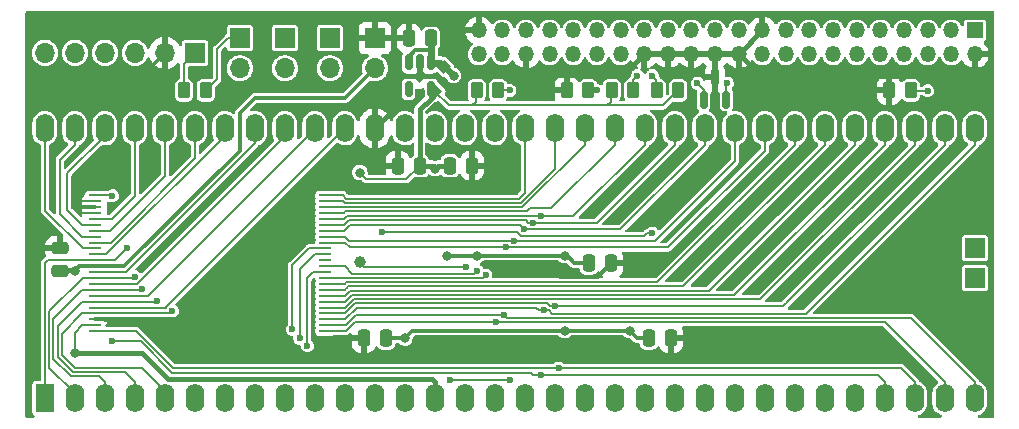
<source format=gtl>
G04 #@! TF.GenerationSoftware,KiCad,Pcbnew,6.0.8-f2edbf62ab~116~ubuntu22.04.1*
G04 #@! TF.CreationDate,2022-10-12T20:13:52+02:00*
G04 #@! TF.ProjectId,a500-ide-ram,61353030-2d69-4646-952d-72616d2e6b69,0.2*
G04 #@! TF.SameCoordinates,Original*
G04 #@! TF.FileFunction,Copper,L1,Top*
G04 #@! TF.FilePolarity,Positive*
%FSLAX46Y46*%
G04 Gerber Fmt 4.6, Leading zero omitted, Abs format (unit mm)*
G04 Created by KiCad (PCBNEW 6.0.8-f2edbf62ab~116~ubuntu22.04.1) date 2022-10-12 20:13:52*
%MOMM*%
%LPD*%
G01*
G04 APERTURE LIST*
G04 Aperture macros list*
%AMRoundRect*
0 Rectangle with rounded corners*
0 $1 Rounding radius*
0 $2 $3 $4 $5 $6 $7 $8 $9 X,Y pos of 4 corners*
0 Add a 4 corners polygon primitive as box body*
4,1,4,$2,$3,$4,$5,$6,$7,$8,$9,$2,$3,0*
0 Add four circle primitives for the rounded corners*
1,1,$1+$1,$2,$3*
1,1,$1+$1,$4,$5*
1,1,$1+$1,$6,$7*
1,1,$1+$1,$8,$9*
0 Add four rect primitives between the rounded corners*
20,1,$1+$1,$2,$3,$4,$5,0*
20,1,$1+$1,$4,$5,$6,$7,0*
20,1,$1+$1,$6,$7,$8,$9,0*
20,1,$1+$1,$8,$9,$2,$3,0*%
%AMRotRect*
0 Rectangle, with rotation*
0 The origin of the aperture is its center*
0 $1 length*
0 $2 width*
0 $3 Rotation angle, in degrees counterclockwise*
0 Add horizontal line*
21,1,$1,$2,0,0,$3*%
G04 Aperture macros list end*
G04 #@! TA.AperFunction,SMDPad,CuDef*
%ADD10RoundRect,0.250000X-0.250000X-0.475000X0.250000X-0.475000X0.250000X0.475000X-0.250000X0.475000X0*%
G04 #@! TD*
G04 #@! TA.AperFunction,SMDPad,CuDef*
%ADD11RoundRect,0.250000X0.250000X0.475000X-0.250000X0.475000X-0.250000X-0.475000X0.250000X-0.475000X0*%
G04 #@! TD*
G04 #@! TA.AperFunction,SMDPad,CuDef*
%ADD12RoundRect,0.250000X0.475000X-0.250000X0.475000X0.250000X-0.475000X0.250000X-0.475000X-0.250000X0*%
G04 #@! TD*
G04 #@! TA.AperFunction,SMDPad,CuDef*
%ADD13RoundRect,0.150000X0.150000X-0.587500X0.150000X0.587500X-0.150000X0.587500X-0.150000X-0.587500X0*%
G04 #@! TD*
G04 #@! TA.AperFunction,ComponentPad*
%ADD14R,1.700000X1.700000*%
G04 #@! TD*
G04 #@! TA.AperFunction,ComponentPad*
%ADD15O,1.700000X1.700000*%
G04 #@! TD*
G04 #@! TA.AperFunction,SMDPad,CuDef*
%ADD16RoundRect,0.250000X0.262500X0.450000X-0.262500X0.450000X-0.262500X-0.450000X0.262500X-0.450000X0*%
G04 #@! TD*
G04 #@! TA.AperFunction,SMDPad,CuDef*
%ADD17RoundRect,0.250000X-0.262500X-0.450000X0.262500X-0.450000X0.262500X0.450000X-0.262500X0.450000X0*%
G04 #@! TD*
G04 #@! TA.AperFunction,ComponentPad*
%ADD18R,1.350000X1.350000*%
G04 #@! TD*
G04 #@! TA.AperFunction,ComponentPad*
%ADD19O,1.350000X1.350000*%
G04 #@! TD*
G04 #@! TA.AperFunction,SMDPad,CuDef*
%ADD20C,1.000000*%
G04 #@! TD*
G04 #@! TA.AperFunction,ComponentPad*
%ADD21R,1.600000X2.400000*%
G04 #@! TD*
G04 #@! TA.AperFunction,ComponentPad*
%ADD22O,1.600000X2.400000*%
G04 #@! TD*
G04 #@! TA.AperFunction,SMDPad,CuDef*
%ADD23RoundRect,0.150000X-0.150000X0.512500X-0.150000X-0.512500X0.150000X-0.512500X0.150000X0.512500X0*%
G04 #@! TD*
G04 #@! TA.AperFunction,SMDPad,CuDef*
%ADD24R,1.100000X0.250000*%
G04 #@! TD*
G04 #@! TA.AperFunction,SMDPad,CuDef*
%ADD25RotRect,0.900000X0.800000X45.000000*%
G04 #@! TD*
G04 #@! TA.AperFunction,ViaPad*
%ADD26C,0.800000*%
G04 #@! TD*
G04 #@! TA.AperFunction,ViaPad*
%ADD27C,0.600000*%
G04 #@! TD*
G04 #@! TA.AperFunction,Conductor*
%ADD28C,0.180000*%
G04 #@! TD*
G04 #@! TA.AperFunction,Conductor*
%ADD29C,0.300000*%
G04 #@! TD*
G04 #@! TA.AperFunction,Conductor*
%ADD30C,0.400000*%
G04 #@! TD*
G04 #@! TA.AperFunction,Conductor*
%ADD31C,0.600000*%
G04 #@! TD*
G04 APERTURE END LIST*
D10*
X157165000Y-103525000D03*
X159065000Y-103525000D03*
D11*
X134935000Y-103525000D03*
X133035000Y-103525000D03*
D10*
X152085000Y-97175000D03*
X153985000Y-97175000D03*
D11*
X137807500Y-88920000D03*
X135907500Y-88920000D03*
D12*
X107315000Y-97802500D03*
X107315000Y-95902500D03*
D13*
X161835000Y-83317000D03*
X163735000Y-83317000D03*
X162785000Y-81442000D03*
D14*
X133985000Y-78125000D03*
D15*
X133985000Y-80665000D03*
D14*
X130175000Y-78125000D03*
D15*
X130175000Y-80665000D03*
D16*
X159662500Y-82550000D03*
X157837500Y-82550000D03*
D17*
X154027500Y-82550000D03*
X155852500Y-82550000D03*
X142597500Y-82550000D03*
X144422500Y-82550000D03*
D16*
X179347500Y-82550000D03*
X177522500Y-82550000D03*
X152042500Y-82550000D03*
X150217500Y-82550000D03*
D14*
X122555000Y-78125000D03*
D15*
X122555000Y-80665000D03*
D18*
X184785000Y-77470000D03*
D19*
X184785000Y-79470000D03*
X182785000Y-77470000D03*
X182785000Y-79470000D03*
X180785000Y-77470000D03*
X180785000Y-79470000D03*
X178785000Y-77470000D03*
X178785000Y-79470000D03*
X176785000Y-77470000D03*
X176785000Y-79470000D03*
X174785000Y-77470000D03*
X174785000Y-79470000D03*
X172785000Y-77470000D03*
X172785000Y-79470000D03*
X170785000Y-77470000D03*
X170785000Y-79470000D03*
X168785000Y-77470000D03*
X168785000Y-79470000D03*
X166785000Y-77470000D03*
X166785000Y-79470000D03*
X164785000Y-77470000D03*
X164785000Y-79470000D03*
X162785000Y-77470000D03*
X162785000Y-79470000D03*
X160785000Y-77470000D03*
X160785000Y-79470000D03*
X158785000Y-77470000D03*
X158785000Y-79470000D03*
X156785000Y-77470000D03*
X156785000Y-79470000D03*
X154785000Y-77470000D03*
X154785000Y-79470000D03*
X152785000Y-77470000D03*
X152785000Y-79470000D03*
X150785000Y-77470000D03*
X150785000Y-79470000D03*
X148785000Y-77470000D03*
X148785000Y-79470000D03*
X146785000Y-77470000D03*
X146785000Y-79470000D03*
X144785000Y-77470000D03*
X144785000Y-79470000D03*
X142785000Y-77470000D03*
X142785000Y-79470000D03*
D14*
X184785000Y-95905000D03*
X118745000Y-79375000D03*
D15*
X116205000Y-79375000D03*
X113665000Y-79375000D03*
X111125000Y-79375000D03*
X108585000Y-79375000D03*
X106045000Y-79375000D03*
D20*
X132715000Y-97111500D03*
D21*
X106045000Y-108605000D03*
D22*
X108585000Y-108605000D03*
X111125000Y-108605000D03*
X113665000Y-108605000D03*
X116205000Y-108605000D03*
X118745000Y-108605000D03*
X121285000Y-108605000D03*
X123825000Y-108605000D03*
X126365000Y-108605000D03*
X128905000Y-108605000D03*
X131445000Y-108605000D03*
X133985000Y-108605000D03*
X136525000Y-108605000D03*
X139065000Y-108605000D03*
X141605000Y-108605000D03*
X144145000Y-108605000D03*
X146685000Y-108605000D03*
X149225000Y-108605000D03*
X151765000Y-108605000D03*
X154305000Y-108605000D03*
X156845000Y-108605000D03*
X159385000Y-108605000D03*
X161925000Y-108605000D03*
X164465000Y-108605000D03*
X167005000Y-108605000D03*
X169545000Y-108605000D03*
X172085000Y-108605000D03*
X174625000Y-108605000D03*
X177165000Y-108605000D03*
X179705000Y-108605000D03*
X182245000Y-108605000D03*
X184785000Y-108605000D03*
X184785000Y-85745000D03*
X182245000Y-85745000D03*
X179705000Y-85745000D03*
X177165000Y-85745000D03*
X174625000Y-85745000D03*
X172085000Y-85745000D03*
X169545000Y-85745000D03*
X167005000Y-85745000D03*
X164465000Y-85745000D03*
X161925000Y-85745000D03*
X159385000Y-85745000D03*
X156845000Y-85745000D03*
X154305000Y-85745000D03*
X151765000Y-85745000D03*
X149225000Y-85745000D03*
X146685000Y-85745000D03*
X144145000Y-85745000D03*
X141605000Y-85745000D03*
X139065000Y-85745000D03*
X136525000Y-85745000D03*
X133985000Y-85745000D03*
X131445000Y-85745000D03*
X128905000Y-85745000D03*
X126365000Y-85745000D03*
X123825000Y-85745000D03*
X121285000Y-85745000D03*
X118745000Y-85745000D03*
X116205000Y-85745000D03*
X113665000Y-85745000D03*
X111125000Y-85745000D03*
X108585000Y-85745000D03*
X106045000Y-85745000D03*
D11*
X138745000Y-78125000D03*
X136845000Y-78125000D03*
D23*
X138745000Y-80162500D03*
X137795000Y-80162500D03*
X136845000Y-80162500D03*
X136845000Y-82437500D03*
X138745000Y-82437500D03*
D14*
X126365000Y-78125000D03*
D15*
X126365000Y-80665000D03*
D24*
X129765000Y-102925000D03*
X129765000Y-102425000D03*
X129765000Y-101925000D03*
X129765000Y-101425000D03*
X129765000Y-100925000D03*
X129765000Y-100425000D03*
X129765000Y-99925000D03*
X129765000Y-99425000D03*
X129765000Y-98925000D03*
X129765000Y-98425000D03*
X129765000Y-97925000D03*
X129765000Y-97425000D03*
X129765000Y-96925000D03*
X129765000Y-96425000D03*
X129765000Y-95925000D03*
X129765000Y-95425000D03*
X129765000Y-94925000D03*
X129765000Y-94425000D03*
X129765000Y-93925000D03*
X129765000Y-93425000D03*
X129765000Y-92925000D03*
X129765000Y-92425000D03*
X129765000Y-91925000D03*
X129765000Y-91425000D03*
X110265000Y-91425000D03*
X110265000Y-91925000D03*
X110265000Y-92425000D03*
X110265000Y-92925000D03*
X110265000Y-93425000D03*
X110265000Y-93925000D03*
X110265000Y-94425000D03*
X110265000Y-94925000D03*
X110265000Y-95425000D03*
X110265000Y-95925000D03*
X110265000Y-96425000D03*
X110265000Y-96925000D03*
X110265000Y-97425000D03*
X110265000Y-97925000D03*
X110265000Y-98425000D03*
X110265000Y-98925000D03*
X110265000Y-99425000D03*
X110265000Y-99925000D03*
X110265000Y-100425000D03*
X110265000Y-100925000D03*
X110265000Y-101425000D03*
X110265000Y-101925000D03*
X110265000Y-102425000D03*
X110265000Y-102925000D03*
D10*
X140322500Y-88920000D03*
X142222500Y-88920000D03*
D14*
X184785000Y-98445000D03*
D17*
X117832500Y-82550000D03*
X119657500Y-82550000D03*
D25*
X137775042Y-81322655D03*
X139118545Y-82666158D03*
X139861007Y-80580193D03*
D26*
X145542000Y-90952000D03*
X149034500Y-97683000D03*
X179705000Y-97175000D03*
X105410000Y-95905000D03*
X109855000Y-90190000D03*
X138430000Y-103977500D03*
X115570000Y-102890000D03*
X133985000Y-88285000D03*
X172085000Y-104160000D03*
X160655000Y-103525000D03*
X108585000Y-104795000D03*
X108585000Y-97810000D03*
X140652500Y-81300000D03*
D27*
X163830000Y-81935000D03*
X161290000Y-81935000D03*
X134620000Y-94571500D03*
X157480000Y-94635000D03*
D26*
X140081000Y-96540000D03*
X132715000Y-89500002D03*
X150050500Y-102890000D03*
X139065000Y-89174000D03*
X150050500Y-96540000D03*
X142621000Y-96538690D03*
X136525000Y-103525000D03*
X155575000Y-102890000D03*
D27*
X145415000Y-82550000D03*
X152788019Y-82550123D03*
X156210000Y-81300000D03*
X157480000Y-81300000D03*
X180779010Y-82570000D03*
X144907000Y-101556500D03*
X144272000Y-102128000D03*
X149542500Y-106062612D03*
X111760000Y-91459994D03*
X148062000Y-106680000D03*
X111760000Y-103779000D03*
X143383000Y-98191000D03*
X148082000Y-93174500D03*
X147383500Y-93746000D03*
X146621500Y-94317500D03*
X140335000Y-107033989D03*
X145415000Y-107033989D03*
X145732500Y-95270000D03*
X128270000Y-104160000D03*
X145097500Y-95841500D03*
X127635000Y-103525000D03*
X127000000Y-102760479D03*
X116840000Y-101205000D03*
X115570000Y-100332223D03*
X114300000Y-99335000D03*
X149225000Y-100795055D03*
X113649717Y-98317666D03*
X148272498Y-101175500D03*
X113030000Y-95905000D03*
X142621000Y-97810000D03*
X141732000Y-97492500D03*
D28*
X108585000Y-90825000D02*
X108585000Y-90825000D01*
D29*
X159052500Y-103525000D02*
X160655000Y-103525000D01*
D30*
X146685000Y-81280000D02*
X142220000Y-81280000D01*
X154975000Y-81280000D02*
X156785000Y-79470000D01*
D29*
X152842252Y-98305248D02*
X149656748Y-98305248D01*
X131897500Y-103525000D02*
X131445000Y-103977500D01*
D30*
X149860000Y-81280000D02*
X146685000Y-81280000D01*
D29*
X133047500Y-103525000D02*
X131897500Y-103525000D01*
D30*
X141625000Y-77470000D02*
X142785000Y-77470000D01*
D28*
X110265000Y-91925000D02*
X109220000Y-91925000D01*
D29*
X112395000Y-83185000D02*
X112395000Y-87650000D01*
D30*
X133985000Y-85745000D02*
X133985000Y-88285000D01*
D29*
X149656748Y-98305248D02*
X149434499Y-98082999D01*
D30*
X140970000Y-78125000D02*
X141625000Y-77470000D01*
X131002070Y-88285000D02*
X117362070Y-101925000D01*
D28*
X108585000Y-92290000D02*
X108585000Y-91460000D01*
D29*
X112395000Y-87650000D02*
X110254999Y-89790001D01*
X110265000Y-92425000D02*
X109220000Y-92425000D01*
D30*
X133985000Y-78125000D02*
X135572500Y-78125001D01*
D29*
X108585000Y-91460000D02*
X108585000Y-90825000D01*
D28*
X150192500Y-82550000D02*
X150192500Y-81612500D01*
D29*
X108585000Y-90825000D02*
X109220000Y-90190000D01*
D30*
X146785000Y-81180000D02*
X146685000Y-81280000D01*
D28*
X109220000Y-91925000D02*
X108585000Y-91290000D01*
D30*
X166595000Y-81280000D02*
X164785000Y-79470000D01*
X177165000Y-81300000D02*
X166595000Y-81280000D01*
X136857500Y-78125000D02*
X133985000Y-78125000D01*
X135572500Y-84157500D02*
X133985000Y-85745000D01*
X142220000Y-81280000D02*
X140970000Y-80030000D01*
X184150000Y-81280000D02*
X183515000Y-81280000D01*
D29*
X135920000Y-88920000D02*
X134620000Y-88920000D01*
D30*
X166785000Y-77470000D02*
X164785000Y-79470000D01*
X133985000Y-88285000D02*
X131002070Y-88285000D01*
X135722155Y-81322655D02*
X135572500Y-81173000D01*
D29*
X110254999Y-89790001D02*
X109855000Y-90190000D01*
X134620000Y-88920000D02*
X133985000Y-88285000D01*
D28*
X150192500Y-81612500D02*
X149860000Y-81280000D01*
D30*
X137795000Y-80200000D02*
X137795000Y-81302697D01*
D29*
X116205000Y-79375000D02*
X112395000Y-83185000D01*
D28*
X177497500Y-82550000D02*
X177497500Y-81632500D01*
D29*
X109220000Y-92425000D02*
X108585000Y-91790000D01*
D30*
X117362070Y-101925000D02*
X111180002Y-101925000D01*
D29*
X108585000Y-91790000D02*
X108585000Y-91460000D01*
D30*
X140970000Y-80030000D02*
X140970000Y-78125000D01*
D29*
X111140002Y-101925000D02*
X111095000Y-101925000D01*
X153972500Y-97175000D02*
X152842252Y-98305248D01*
D30*
X135572500Y-81617500D02*
X135572500Y-84157500D01*
X183515000Y-81280000D02*
X177165000Y-81300000D01*
D28*
X109220000Y-92925000D02*
X108585000Y-92290000D01*
D30*
X184785000Y-80645000D02*
X184150000Y-81280000D01*
D29*
X109220000Y-90190000D02*
X109855000Y-90190000D01*
D30*
X146785000Y-79470000D02*
X146785000Y-81180000D01*
X149860000Y-81280000D02*
X154975000Y-81280000D01*
D29*
X111095000Y-101925000D02*
X110265000Y-101925000D01*
D28*
X108585000Y-91290000D02*
X108585000Y-90825000D01*
D29*
X149434499Y-98082999D02*
X149034500Y-97683000D01*
D30*
X137775042Y-81322655D02*
X139214655Y-81322655D01*
D28*
X177497500Y-81632500D02*
X177165000Y-81300000D01*
D30*
X162785000Y-81379500D02*
X162785000Y-79470000D01*
X135572500Y-81173000D02*
X135572500Y-81617500D01*
X164785000Y-79470000D02*
X156785000Y-79470000D01*
X137795000Y-81302697D02*
X137775042Y-81322655D01*
X137775042Y-81322655D02*
X135722155Y-81322655D01*
D29*
X111160002Y-101905000D02*
X111140002Y-101925000D01*
D30*
X135572500Y-78125001D02*
X135572500Y-81173000D01*
X184785000Y-79470000D02*
X184785000Y-80645000D01*
D28*
X110265000Y-92925000D02*
X109220000Y-92925000D01*
D29*
X112780000Y-97425000D02*
X122555000Y-87650000D01*
D31*
X139861007Y-80580193D02*
X139932693Y-80580193D01*
X138732500Y-78125000D02*
X138732500Y-80187500D01*
D28*
X108585000Y-104229315D02*
X108585000Y-104795000D01*
D30*
X108565000Y-97790000D02*
X108585000Y-97810000D01*
X109150685Y-104795000D02*
X108585000Y-104795000D01*
D29*
X122555000Y-87650000D02*
X122555000Y-84446747D01*
D30*
X116471415Y-106954000D02*
X114312415Y-104795000D01*
X107315000Y-97790000D02*
X108565000Y-97790000D01*
D29*
X136845000Y-80200000D02*
X136845000Y-79698528D01*
X110265000Y-97425000D02*
X108970000Y-97425000D01*
D30*
X114312415Y-104795000D02*
X109150685Y-104795000D01*
D28*
X110265000Y-102425000D02*
X109220000Y-102425000D01*
D29*
X110265000Y-97425000D02*
X112780000Y-97425000D01*
X108970000Y-97425000D02*
X108585000Y-97810000D01*
D31*
X138745000Y-78137500D02*
X138745000Y-80200000D01*
D29*
X123816747Y-83185000D02*
X131465000Y-83185000D01*
X136845000Y-79698528D02*
X137402528Y-79141000D01*
D30*
X139065000Y-108605000D02*
X139065000Y-107225000D01*
D29*
X131465000Y-83185000D02*
X133985000Y-80665000D01*
D30*
X138794000Y-106954000D02*
X116471415Y-106954000D01*
D29*
X138620500Y-79141000D02*
X138745000Y-79265500D01*
X122555000Y-84446747D02*
X123816747Y-83185000D01*
D31*
X139932693Y-80580193D02*
X140652500Y-81300000D01*
D29*
X137402528Y-79141000D02*
X138620500Y-79141000D01*
D31*
X138732500Y-78125000D02*
X138745000Y-78137500D01*
D30*
X139065000Y-107225000D02*
X138794000Y-106954000D01*
D28*
X108585000Y-103060000D02*
X108585000Y-104229315D01*
X109220000Y-102425000D02*
X108585000Y-103060000D01*
D31*
X138732500Y-80187500D02*
X138745000Y-80200000D01*
X139480814Y-80200000D02*
X139861007Y-80580193D01*
X138745000Y-80200000D02*
X139480814Y-80200000D01*
D28*
X163735000Y-82030000D02*
X163830000Y-81935000D01*
X163735000Y-83379500D02*
X163735000Y-82030000D01*
X161835000Y-82480000D02*
X161290000Y-81935000D01*
X161835000Y-83379500D02*
X161835000Y-82480000D01*
X119682500Y-82550000D02*
X120015000Y-82550000D01*
X122555000Y-78125000D02*
X121525000Y-78125000D01*
X120650000Y-79000000D02*
X120650000Y-81582500D01*
X121525000Y-78125000D02*
X120650000Y-79000000D01*
X120650000Y-81582500D02*
X119682500Y-82550000D01*
X146347899Y-94887501D02*
X156803235Y-94887501D01*
X134620000Y-94571500D02*
X146031898Y-94571500D01*
X146031898Y-94571500D02*
X146347899Y-94887501D01*
X157055736Y-94635000D02*
X157480000Y-94635000D01*
X156803235Y-94887501D02*
X157055736Y-94635000D01*
D31*
X138852387Y-82400000D02*
X139118545Y-82666158D01*
D28*
X117807500Y-80312500D02*
X118745000Y-79375000D01*
D30*
X139118545Y-82818955D02*
X138708250Y-83229250D01*
X137795000Y-84142500D02*
X137795000Y-88920000D01*
D31*
X138745000Y-82400000D02*
X138852387Y-82400000D01*
D30*
X138811000Y-88920000D02*
X139065000Y-89174000D01*
D29*
X150050500Y-96540000D02*
X142113712Y-96540000D01*
X140144500Y-102890000D02*
X150050500Y-102890000D01*
D28*
X158417500Y-83820000D02*
X153670000Y-83820000D01*
D30*
X139118545Y-82666158D02*
X139118545Y-82818955D01*
X140335000Y-88920000D02*
X139319000Y-88920000D01*
D29*
X156210000Y-103525000D02*
X155575000Y-102890000D01*
X137160000Y-102890000D02*
X140144500Y-102890000D01*
X152097500Y-97175000D02*
X150876000Y-97175000D01*
D30*
X137795000Y-88920000D02*
X138811000Y-88920000D01*
D29*
X150050500Y-102890000D02*
X155575000Y-102890000D01*
X150876000Y-97175000D02*
X150050500Y-96349500D01*
X157177500Y-103525000D02*
X156210000Y-103525000D01*
D28*
X142240000Y-83820000D02*
X140272387Y-83820000D01*
X159687500Y-82550000D02*
X158417500Y-83820000D01*
D29*
X136525000Y-103525000D02*
X137160000Y-102890000D01*
D28*
X154002500Y-82550000D02*
X154002500Y-83487500D01*
D30*
X138708250Y-83229250D02*
X137795000Y-84142500D01*
D29*
X134922500Y-103525000D02*
X136525000Y-103525000D01*
D28*
X140272387Y-83820000D02*
X139118545Y-82666158D01*
D30*
X139319000Y-88920000D02*
X139065000Y-89174000D01*
D28*
X133277998Y-90063000D02*
X136652000Y-90063000D01*
X117807500Y-82550000D02*
X117807500Y-80312500D01*
X153670000Y-83820000D02*
X142240000Y-83820000D01*
D29*
X140081000Y-96540000D02*
X142111092Y-96540000D01*
D28*
X154002500Y-83487500D02*
X153670000Y-83820000D01*
X132715000Y-89500002D02*
X133277998Y-90063000D01*
X142572500Y-82550000D02*
X142572500Y-83487500D01*
X136652000Y-90063000D02*
X137795000Y-88920000D01*
X142572500Y-83487500D02*
X142240000Y-83820000D01*
D30*
X138745000Y-82400000D02*
X138745000Y-83192500D01*
X138745000Y-83192500D02*
X138708250Y-83229250D01*
D28*
X144447500Y-82550000D02*
X145415000Y-82550000D01*
X152067500Y-82550000D02*
X152787896Y-82550000D01*
X152787896Y-82550000D02*
X152788019Y-82550123D01*
X155877500Y-82550000D02*
X155877500Y-81632500D01*
X155877500Y-81632500D02*
X156210000Y-81300000D01*
X157812500Y-81632500D02*
X157480000Y-81300000D01*
X157812500Y-82550000D02*
X157812500Y-81632500D01*
X179392500Y-82570000D02*
X179372500Y-82550000D01*
X180799010Y-82550000D02*
X180779010Y-82570000D01*
X180779010Y-82570000D02*
X179392500Y-82570000D01*
X106045000Y-92730000D02*
X109240000Y-95925000D01*
X109240000Y-95925000D02*
X110265000Y-95925000D01*
X106045000Y-85745000D02*
X106045000Y-92730000D01*
X132377424Y-101556500D02*
X144482736Y-101556500D01*
X184785000Y-107225000D02*
X179370500Y-101810500D01*
X145161000Y-101810500D02*
X144907000Y-101556500D01*
X131508924Y-102425000D02*
X132377424Y-101556500D01*
X129765000Y-102425000D02*
X131508924Y-102425000D01*
X179370500Y-101810500D02*
X145161000Y-101810500D01*
X144482736Y-101556500D02*
X144907000Y-101556500D01*
X184785000Y-108605000D02*
X184785000Y-107225000D01*
X108585000Y-87125000D02*
X107315000Y-88395000D01*
X109220000Y-94925000D02*
X110265000Y-94925000D01*
X108585000Y-85745000D02*
X108585000Y-87125000D01*
X107315000Y-93020000D02*
X109220000Y-94925000D01*
X107315000Y-88395000D02*
X107315000Y-93020000D01*
X131518056Y-102925000D02*
X132315056Y-102128000D01*
X143847736Y-102128000D02*
X144272000Y-102128000D01*
X177190511Y-102170511D02*
X144314511Y-102170511D01*
X132315056Y-102128000D02*
X143847736Y-102128000D01*
X129765000Y-102925000D02*
X131518056Y-102925000D01*
X182245000Y-107225000D02*
X177190511Y-102170511D01*
X144314511Y-102170511D02*
X144272000Y-102128000D01*
X182245000Y-108605000D02*
X182245000Y-107225000D01*
X107950000Y-92655000D02*
X109220000Y-93925000D01*
X109220000Y-93925000D02*
X110265000Y-93925000D01*
X111125000Y-85745000D02*
X111125000Y-86380000D01*
X107950000Y-89555000D02*
X107950000Y-92655000D01*
X111125000Y-86380000D02*
X107950000Y-89555000D01*
X116937702Y-106062612D02*
X143631441Y-106062612D01*
X179705000Y-108605000D02*
X179705000Y-107225000D01*
X144479969Y-106062612D02*
X144055705Y-106062612D01*
X143631441Y-106062612D02*
X144055705Y-106062612D01*
X178542612Y-106062612D02*
X144479969Y-106062612D01*
X179705000Y-107225000D02*
X178542612Y-106062612D01*
X113800090Y-102925000D02*
X116937702Y-106062612D01*
X110265000Y-102925000D02*
X113800090Y-102925000D01*
X113665000Y-91460000D02*
X111700000Y-93425000D01*
X111700000Y-93425000D02*
X110265000Y-93425000D01*
X113665000Y-85745000D02*
X113665000Y-91460000D01*
X114144958Y-103779000D02*
X112184264Y-103779000D01*
X116829947Y-106463989D02*
X114144958Y-103779000D01*
X112184264Y-103779000D02*
X111760000Y-103779000D01*
X147167489Y-106463989D02*
X116829947Y-106463989D01*
X177165000Y-107225000D02*
X176620000Y-106680000D01*
X110265000Y-91425000D02*
X111725006Y-91425000D01*
X147383500Y-106680000D02*
X147167489Y-106463989D01*
X177165000Y-108605000D02*
X177165000Y-107225000D01*
X176620000Y-106680000D02*
X147383500Y-106680000D01*
X111725006Y-91425000D02*
X111760000Y-91459994D01*
X116205000Y-85745000D02*
X116205000Y-89809566D01*
X111589566Y-94425000D02*
X110265000Y-94425000D01*
X116205000Y-89809566D02*
X111589566Y-94425000D01*
X118745000Y-88285000D02*
X111605000Y-95425000D01*
X111605000Y-95425000D02*
X110265000Y-95425000D01*
X118745000Y-85745000D02*
X118745000Y-88285000D01*
X121285000Y-86380000D02*
X111240000Y-96425000D01*
X121285000Y-85745000D02*
X121285000Y-86380000D01*
X111240000Y-96425000D02*
X110265000Y-96425000D01*
X123825000Y-87010698D02*
X112910698Y-97925000D01*
X123825000Y-85745000D02*
X123825000Y-87010698D01*
X112910698Y-97925000D02*
X110265000Y-97925000D01*
X126365000Y-86408500D02*
X113848500Y-98925000D01*
X126365000Y-85745000D02*
X126365000Y-86408500D01*
X113848500Y-98925000D02*
X110265000Y-98925000D01*
X128905000Y-85745000D02*
X128905000Y-85773500D01*
X114753500Y-99925000D02*
X110305000Y-99925000D01*
X110305000Y-99925000D02*
X110285000Y-99905000D01*
X128905000Y-85773500D02*
X114753500Y-99925000D01*
X131445000Y-85745000D02*
X116285000Y-100905000D01*
X110265000Y-100925000D02*
X116265000Y-100925000D01*
X116265000Y-100925000D02*
X116285000Y-100905000D01*
X129765000Y-98425000D02*
X143149000Y-98425000D01*
X143149000Y-98425000D02*
X143383000Y-98191000D01*
X131578500Y-91714000D02*
X131289500Y-91425000D01*
X146685000Y-85745000D02*
X146685000Y-91206000D01*
X146685000Y-91206000D02*
X146177000Y-91714000D01*
X131289500Y-91425000D02*
X129765000Y-91425000D01*
X146177000Y-91714000D02*
X131578500Y-91714000D01*
X149225000Y-89175132D02*
X149225000Y-87125000D01*
X131429379Y-92074011D02*
X146326121Y-92074011D01*
X131280368Y-91925000D02*
X131429379Y-92074011D01*
X129765000Y-91925000D02*
X131280368Y-91925000D01*
X149225000Y-87125000D02*
X149225000Y-85745000D01*
X146326121Y-92074011D02*
X149225000Y-89175132D01*
X151765000Y-87144264D02*
X146475242Y-92434022D01*
X146475242Y-92434022D02*
X129774022Y-92434022D01*
X129774022Y-92434022D02*
X129765000Y-92425000D01*
X151765000Y-85745000D02*
X151765000Y-87144264D01*
X131362500Y-92925000D02*
X131493467Y-92794033D01*
X147129500Y-92539500D02*
X148890500Y-92539500D01*
X131493467Y-92794033D02*
X146874967Y-92794033D01*
X146874967Y-92794033D02*
X147129500Y-92539500D01*
X154305000Y-87125000D02*
X154305000Y-85745000D01*
X148890500Y-92539500D02*
X154305000Y-87125000D01*
X129765000Y-92925000D02*
X131362500Y-92925000D01*
X131371632Y-93425000D02*
X129765000Y-93425000D01*
X150795500Y-93174500D02*
X131622132Y-93174500D01*
X131622132Y-93174500D02*
X131371632Y-93425000D01*
X156845000Y-87125000D02*
X150795500Y-93174500D01*
X156845000Y-85745000D02*
X156845000Y-87125000D01*
X146959236Y-93746000D02*
X147383500Y-93746000D01*
X131380764Y-93925000D02*
X131771253Y-93534511D01*
X131771253Y-93534511D02*
X146747747Y-93534511D01*
X146747747Y-93534511D02*
X146959236Y-93746000D01*
X159385000Y-85745000D02*
X159385000Y-87125000D01*
X147807764Y-93746000D02*
X147383500Y-93746000D01*
X152764000Y-93746000D02*
X147807764Y-93746000D01*
X159385000Y-87125000D02*
X152764000Y-93746000D01*
X129765000Y-93925000D02*
X131380764Y-93925000D01*
X154732500Y-94317500D02*
X147045764Y-94317500D01*
X129765000Y-94425000D02*
X131389896Y-94425000D01*
X146258001Y-93954001D02*
X146321501Y-94017501D01*
X147045764Y-94317500D02*
X146621500Y-94317500D01*
X131860895Y-93954001D02*
X146258001Y-93954001D01*
X146321501Y-94017501D02*
X146621500Y-94317500D01*
X161925000Y-85745000D02*
X161925000Y-87125000D01*
X161925000Y-87125000D02*
X154732500Y-94317500D01*
X131389896Y-94425000D02*
X131860895Y-93954001D01*
X145415000Y-107033989D02*
X140335000Y-107033989D01*
X157714000Y-95270000D02*
X164465000Y-88519000D01*
X164465000Y-87125000D02*
X164465000Y-85745000D01*
X131799132Y-95270000D02*
X157714000Y-95270000D01*
X164465000Y-88519000D02*
X164465000Y-87125000D01*
X131454132Y-94925000D02*
X131799132Y-95270000D01*
X129785000Y-94925000D02*
X131454132Y-94925000D01*
X128270000Y-98445000D02*
X128270000Y-103735736D01*
X128790000Y-97925000D02*
X128270000Y-98445000D01*
X129765000Y-97925000D02*
X128790000Y-97925000D01*
X128270000Y-103735736D02*
X128270000Y-104160000D01*
X131445000Y-95425000D02*
X129765000Y-95425000D01*
X167005000Y-85745000D02*
X167005000Y-87650000D01*
X131861500Y-95841500D02*
X131445000Y-95425000D01*
X158813500Y-95841500D02*
X131861500Y-95841500D01*
X167005000Y-87650000D02*
X158813500Y-95841500D01*
X127635000Y-97695000D02*
X127635000Y-103100736D01*
X128905000Y-96425000D02*
X127635000Y-97695000D01*
X127635000Y-103100736D02*
X127635000Y-103525000D01*
X129765000Y-96425000D02*
X128905000Y-96425000D01*
X131445000Y-98925000D02*
X131584989Y-98785011D01*
X169545000Y-87125000D02*
X169545000Y-85745000D01*
X157884989Y-98785011D02*
X169545000Y-87125000D01*
X131584989Y-98785011D02*
X157884989Y-98785011D01*
X129765000Y-98925000D02*
X131445000Y-98925000D01*
X127000000Y-102336215D02*
X127000000Y-102760479D01*
X127000000Y-97314868D02*
X127000000Y-102336215D01*
X127000000Y-102890000D02*
X127000000Y-102760479D01*
X129745000Y-95925000D02*
X128389868Y-95925000D01*
X128389868Y-95925000D02*
X127000000Y-97314868D01*
X129765000Y-95905000D02*
X129745000Y-95925000D01*
X172085000Y-87125000D02*
X160064978Y-99145022D01*
X131584989Y-99285011D02*
X131445000Y-99425000D01*
X131734110Y-99145022D02*
X131594121Y-99285011D01*
X131445000Y-99425000D02*
X129765000Y-99425000D01*
X172085000Y-85745000D02*
X172085000Y-87125000D01*
X160064978Y-99145022D02*
X131734110Y-99145022D01*
X131594121Y-99285011D02*
X131584989Y-99285011D01*
X129765000Y-99925000D02*
X131344566Y-99925000D01*
X131463264Y-99925000D02*
X131344566Y-99925000D01*
X162244967Y-99505033D02*
X174625000Y-87125000D01*
X174625000Y-87125000D02*
X174625000Y-85745000D01*
X131883231Y-99505033D02*
X131463264Y-99925000D01*
X131883231Y-99505033D02*
X162244967Y-99505033D01*
X116620000Y-101425000D02*
X116840000Y-101205000D01*
X114279999Y-106044999D02*
X108564999Y-106044999D01*
X116205000Y-108605000D02*
X116205000Y-107970000D01*
X109220000Y-101425000D02*
X110265000Y-101425000D01*
X108564999Y-106044999D02*
X107485044Y-104965042D01*
X110265000Y-101425000D02*
X116620000Y-101425000D01*
X107485044Y-104965042D02*
X107485044Y-103159956D01*
X116205000Y-107970000D02*
X114279999Y-106044999D01*
X107485044Y-103159956D02*
X109220000Y-101425000D01*
X129765000Y-100425000D02*
X131472396Y-100425000D01*
X131472396Y-100425000D02*
X132032352Y-99865044D01*
X177165000Y-87125000D02*
X177165000Y-85745000D01*
X132032352Y-99865044D02*
X164424956Y-99865044D01*
X164424956Y-99865044D02*
X177165000Y-87125000D01*
X108415877Y-106405009D02*
X107125033Y-105114163D01*
X113665000Y-107225000D02*
X112845009Y-106405009D01*
X107125033Y-105114163D02*
X107125033Y-102519967D01*
X112845009Y-106405009D02*
X108415877Y-106405009D01*
X107125033Y-102519967D02*
X109220000Y-100425000D01*
X113665000Y-108605000D02*
X113665000Y-107225000D01*
X110285000Y-100405000D02*
X110305000Y-100425000D01*
X109220000Y-100425000D02*
X110265000Y-100425000D01*
X115477223Y-100425000D02*
X115570000Y-100332223D01*
X110305000Y-100425000D02*
X115477223Y-100425000D01*
X132181473Y-100225055D02*
X166604945Y-100225055D01*
X129765000Y-100925000D02*
X131481528Y-100925000D01*
X166604945Y-100225055D02*
X179705000Y-87125000D01*
X131481528Y-100925000D02*
X132181473Y-100225055D01*
X179705000Y-87125000D02*
X179705000Y-85745000D01*
X106765022Y-105263284D02*
X106765022Y-101879978D01*
X111125000Y-108605000D02*
X111125000Y-107225000D01*
X114210000Y-99425000D02*
X114300000Y-99335000D01*
X106765022Y-101879978D02*
X109220000Y-99425000D01*
X108266756Y-106765020D02*
X106765022Y-105263284D01*
X110665020Y-106765020D02*
X108266756Y-106765020D01*
X109220000Y-99425000D02*
X110265000Y-99425000D01*
X110265000Y-99425000D02*
X114210000Y-99425000D01*
X111125000Y-107225000D02*
X110665020Y-106765020D01*
X148608934Y-100603253D02*
X148800736Y-100795055D01*
X168574945Y-100795055D02*
X168784934Y-100585066D01*
X148608934Y-100585066D02*
X148608934Y-100603253D01*
X168784934Y-100585066D02*
X182245000Y-87125000D01*
X132330594Y-100585066D02*
X148608934Y-100585066D01*
X149225000Y-100795055D02*
X168574945Y-100795055D01*
X129765000Y-101425000D02*
X131490660Y-101425000D01*
X131490660Y-101425000D02*
X132330594Y-100585066D01*
X148800736Y-100795055D02*
X149225000Y-100795055D01*
X182245000Y-87125000D02*
X182245000Y-85745000D01*
X110285000Y-98405000D02*
X110305000Y-98425000D01*
X109240000Y-98425000D02*
X110265000Y-98425000D01*
X106405011Y-101259989D02*
X109240000Y-98425000D01*
X108585000Y-108605000D02*
X108585000Y-108205000D01*
X106405011Y-106025011D02*
X106405011Y-101259989D01*
X110305000Y-98425000D02*
X113542383Y-98425000D01*
X113542383Y-98425000D02*
X113649717Y-98317666D01*
X108585000Y-108205000D02*
X106405011Y-106025011D01*
X129765000Y-101925000D02*
X131499792Y-101925000D01*
X132479715Y-100945077D02*
X147617811Y-100945077D01*
X147617811Y-100945077D02*
X147848234Y-101175500D01*
X184785000Y-87125000D02*
X170459510Y-101450490D01*
X170459510Y-101450490D02*
X148971752Y-101450490D01*
X147848234Y-101175500D02*
X148272498Y-101175500D01*
X131499792Y-101925000D02*
X132479715Y-100945077D01*
X184785000Y-85745000D02*
X184785000Y-87125000D01*
X148696762Y-101175500D02*
X148272498Y-101175500D01*
X148971752Y-101450490D02*
X148696762Y-101175500D01*
X106045000Y-108605000D02*
X106045000Y-97155000D01*
X112010000Y-96925000D02*
X113030000Y-95905000D01*
X106275000Y-96925000D02*
X110265000Y-96925000D01*
X106045000Y-97155000D02*
X106275000Y-96925000D01*
X110265000Y-96925000D02*
X112010000Y-96925000D01*
X131445000Y-97425000D02*
X132082502Y-98062502D01*
X142368498Y-98062502D02*
X142621000Y-97810000D01*
X129765000Y-97425000D02*
X131445000Y-97425000D01*
X132082502Y-98062502D02*
X142368498Y-98062502D01*
X133096000Y-97492500D02*
X141307736Y-97492500D01*
X132715000Y-97111500D02*
X133096000Y-97492500D01*
X141307736Y-97492500D02*
X141732000Y-97492500D01*
G04 #@! TA.AperFunction,Conductor*
G36*
X186377621Y-75859502D02*
G01*
X186424114Y-75913158D01*
X186435500Y-75965500D01*
X186435500Y-110129500D01*
X186415498Y-110197621D01*
X186361842Y-110244114D01*
X186309500Y-110255500D01*
X185145543Y-110255500D01*
X185077422Y-110235498D01*
X185030929Y-110181842D01*
X185020825Y-110111568D01*
X185050319Y-110046988D01*
X185109968Y-110008627D01*
X185176015Y-109989188D01*
X185176014Y-109989188D01*
X185181934Y-109987446D01*
X185189233Y-109983630D01*
X185359739Y-109894492D01*
X185359743Y-109894489D01*
X185365199Y-109891637D01*
X185526365Y-109762057D01*
X185659292Y-109603640D01*
X185758918Y-109422422D01*
X185821447Y-109225304D01*
X185839500Y-109064360D01*
X185839500Y-108152966D01*
X185824422Y-107999189D01*
X185764651Y-107801217D01*
X185701256Y-107681988D01*
X185670459Y-107624067D01*
X185670457Y-107624064D01*
X185667565Y-107618625D01*
X185663674Y-107613855D01*
X185663672Y-107613851D01*
X185540758Y-107463143D01*
X185540755Y-107463140D01*
X185536863Y-107458368D01*
X185525238Y-107448751D01*
X185382271Y-107330478D01*
X185382266Y-107330475D01*
X185377522Y-107326550D01*
X185372103Y-107323620D01*
X185372100Y-107323618D01*
X185258438Y-107262162D01*
X185195612Y-107228192D01*
X185193066Y-107227404D01*
X185138959Y-107183328D01*
X185118750Y-107133895D01*
X185115632Y-107116213D01*
X185113718Y-107105357D01*
X185108207Y-107095811D01*
X185106721Y-107091728D01*
X185104891Y-107087804D01*
X185102039Y-107077161D01*
X185078972Y-107044217D01*
X185073080Y-107034970D01*
X185052973Y-107000144D01*
X185022183Y-106974308D01*
X185014079Y-106966882D01*
X179628618Y-101581421D01*
X179621192Y-101573317D01*
X179602444Y-101550974D01*
X179595356Y-101542527D01*
X179560543Y-101522428D01*
X179551269Y-101516520D01*
X179527368Y-101499784D01*
X179518338Y-101493461D01*
X179507691Y-101490608D01*
X179503770Y-101488780D01*
X179499693Y-101487296D01*
X179490143Y-101481782D01*
X179479284Y-101479867D01*
X179479281Y-101479866D01*
X179450543Y-101474798D01*
X179439816Y-101472420D01*
X179411634Y-101464869D01*
X179411631Y-101464869D01*
X179400988Y-101462017D01*
X179390013Y-101462977D01*
X179390012Y-101462977D01*
X179360935Y-101465521D01*
X179349954Y-101466000D01*
X171235387Y-101466000D01*
X171167266Y-101445998D01*
X171120773Y-101392342D01*
X171110669Y-101322068D01*
X171140163Y-101257488D01*
X171146292Y-101250905D01*
X174827264Y-97569933D01*
X183680500Y-97569933D01*
X183680501Y-99320066D01*
X183687612Y-99355818D01*
X183691748Y-99376612D01*
X183695266Y-99394301D01*
X183751516Y-99478484D01*
X183835699Y-99534734D01*
X183909933Y-99549500D01*
X184784858Y-99549500D01*
X185660066Y-99549499D01*
X185695818Y-99542388D01*
X185722126Y-99537156D01*
X185722128Y-99537155D01*
X185734301Y-99534734D01*
X185744621Y-99527839D01*
X185744622Y-99527838D01*
X185808168Y-99485377D01*
X185818484Y-99478484D01*
X185874734Y-99394301D01*
X185889500Y-99320067D01*
X185889499Y-97569934D01*
X185880325Y-97523807D01*
X185877156Y-97507874D01*
X185877155Y-97507872D01*
X185874734Y-97495699D01*
X185866609Y-97483538D01*
X185825377Y-97421832D01*
X185818484Y-97411516D01*
X185734301Y-97355266D01*
X185660067Y-97340500D01*
X184785142Y-97340500D01*
X183909934Y-97340501D01*
X183874182Y-97347612D01*
X183847874Y-97352844D01*
X183847872Y-97352845D01*
X183835699Y-97355266D01*
X183825379Y-97362161D01*
X183825378Y-97362162D01*
X183764985Y-97402516D01*
X183751516Y-97411516D01*
X183695266Y-97495699D01*
X183680500Y-97569933D01*
X174827264Y-97569933D01*
X177367264Y-95029933D01*
X183680500Y-95029933D01*
X183680501Y-96780066D01*
X183695266Y-96854301D01*
X183751516Y-96938484D01*
X183761832Y-96945377D01*
X183821449Y-96985212D01*
X183835699Y-96994734D01*
X183909933Y-97009500D01*
X184784858Y-97009500D01*
X185660066Y-97009499D01*
X185695818Y-97002388D01*
X185722126Y-96997156D01*
X185722128Y-96997155D01*
X185734301Y-96994734D01*
X185744621Y-96987839D01*
X185744622Y-96987838D01*
X185808168Y-96945377D01*
X185818484Y-96938484D01*
X185874734Y-96854301D01*
X185889500Y-96780067D01*
X185889499Y-95029934D01*
X185874734Y-94955699D01*
X185854556Y-94925500D01*
X185825377Y-94881832D01*
X185818484Y-94871516D01*
X185734301Y-94815266D01*
X185660067Y-94800500D01*
X184785142Y-94800500D01*
X183909934Y-94800501D01*
X183874182Y-94807612D01*
X183847874Y-94812844D01*
X183847872Y-94812845D01*
X183835699Y-94815266D01*
X183825379Y-94822161D01*
X183825378Y-94822162D01*
X183793956Y-94843158D01*
X183751516Y-94871516D01*
X183695266Y-94955699D01*
X183680500Y-95029933D01*
X177367264Y-95029933D01*
X185014079Y-87383118D01*
X185022183Y-87375692D01*
X185044525Y-87356945D01*
X185044526Y-87356944D01*
X185052973Y-87349856D01*
X185073080Y-87315030D01*
X185078972Y-87305783D01*
X185102039Y-87272839D01*
X185104892Y-87262193D01*
X185106719Y-87258275D01*
X185108205Y-87254193D01*
X185113718Y-87244643D01*
X185118788Y-87215888D01*
X185150315Y-87152275D01*
X185184499Y-87126105D01*
X185359739Y-87034492D01*
X185359743Y-87034489D01*
X185365199Y-87031637D01*
X185380346Y-87019459D01*
X185423867Y-86984467D01*
X185526365Y-86902057D01*
X185659292Y-86743640D01*
X185758918Y-86562422D01*
X185821447Y-86365304D01*
X185823823Y-86344127D01*
X185839107Y-86207860D01*
X185839500Y-86204360D01*
X185839500Y-85292966D01*
X185824422Y-85139189D01*
X185764651Y-84941217D01*
X185667565Y-84758625D01*
X185663674Y-84753855D01*
X185663672Y-84753851D01*
X185540758Y-84603143D01*
X185540755Y-84603140D01*
X185536863Y-84598368D01*
X185529966Y-84592662D01*
X185382271Y-84470478D01*
X185382266Y-84470475D01*
X185377522Y-84466550D01*
X185372103Y-84463620D01*
X185372100Y-84463618D01*
X185201032Y-84371122D01*
X185201027Y-84371120D01*
X185195612Y-84368192D01*
X184998063Y-84307040D01*
X184991938Y-84306396D01*
X184991937Y-84306396D01*
X184798526Y-84286068D01*
X184798524Y-84286068D01*
X184792397Y-84285424D01*
X184681138Y-84295549D01*
X184592591Y-84303607D01*
X184592590Y-84303607D01*
X184586450Y-84304166D01*
X184388066Y-84362554D01*
X184382601Y-84365411D01*
X184210261Y-84455508D01*
X184210257Y-84455511D01*
X184204801Y-84458363D01*
X184043635Y-84587943D01*
X183910708Y-84746360D01*
X183811082Y-84927578D01*
X183748553Y-85124696D01*
X183730500Y-85285640D01*
X183730500Y-86197034D01*
X183745578Y-86350811D01*
X183805349Y-86548783D01*
X183902435Y-86731375D01*
X183906326Y-86736145D01*
X183906328Y-86736149D01*
X184029242Y-86886857D01*
X184029245Y-86886860D01*
X184033137Y-86891632D01*
X184037884Y-86895559D01*
X184037886Y-86895561D01*
X184187728Y-87019521D01*
X184187731Y-87019523D01*
X184190533Y-87021841D01*
X184190534Y-87021842D01*
X184192478Y-87023450D01*
X184192172Y-87023819D01*
X184235023Y-87075541D01*
X184243569Y-87146022D01*
X184208374Y-87214429D01*
X170353718Y-101069085D01*
X170291406Y-101103111D01*
X170264623Y-101105990D01*
X169055397Y-101105990D01*
X168987276Y-101085988D01*
X168940783Y-101032332D01*
X168930679Y-100962058D01*
X168960173Y-100897478D01*
X168966302Y-100890895D01*
X175759266Y-94097931D01*
X182474078Y-87383118D01*
X182482177Y-87375697D01*
X182504526Y-87356944D01*
X182512973Y-87349856D01*
X182518487Y-87340307D01*
X182533073Y-87315042D01*
X182538979Y-87305771D01*
X182555716Y-87281868D01*
X182555717Y-87281866D01*
X182562039Y-87272838D01*
X182564892Y-87262191D01*
X182566720Y-87258270D01*
X182568204Y-87254192D01*
X182573718Y-87244643D01*
X182575632Y-87233787D01*
X182575633Y-87233785D01*
X182578789Y-87215886D01*
X182610317Y-87152274D01*
X182644499Y-87126106D01*
X182819735Y-87034494D01*
X182819740Y-87034491D01*
X182825199Y-87031637D01*
X182840346Y-87019459D01*
X182883867Y-86984467D01*
X182986365Y-86902057D01*
X183119292Y-86743640D01*
X183218918Y-86562422D01*
X183281447Y-86365304D01*
X183283823Y-86344127D01*
X183299107Y-86207860D01*
X183299500Y-86204360D01*
X183299500Y-85292966D01*
X183284422Y-85139189D01*
X183224651Y-84941217D01*
X183127565Y-84758625D01*
X183123674Y-84753855D01*
X183123672Y-84753851D01*
X183000758Y-84603143D01*
X183000755Y-84603140D01*
X182996863Y-84598368D01*
X182989966Y-84592662D01*
X182842271Y-84470478D01*
X182842266Y-84470475D01*
X182837522Y-84466550D01*
X182832103Y-84463620D01*
X182832100Y-84463618D01*
X182661032Y-84371122D01*
X182661027Y-84371120D01*
X182655612Y-84368192D01*
X182458063Y-84307040D01*
X182451938Y-84306396D01*
X182451937Y-84306396D01*
X182258526Y-84286068D01*
X182258524Y-84286068D01*
X182252397Y-84285424D01*
X182141138Y-84295549D01*
X182052591Y-84303607D01*
X182052590Y-84303607D01*
X182046450Y-84304166D01*
X181848066Y-84362554D01*
X181842601Y-84365411D01*
X181670261Y-84455508D01*
X181670257Y-84455511D01*
X181664801Y-84458363D01*
X181503635Y-84587943D01*
X181370708Y-84746360D01*
X181271082Y-84927578D01*
X181208553Y-85124696D01*
X181190500Y-85285640D01*
X181190500Y-86197034D01*
X181205578Y-86350811D01*
X181265349Y-86548783D01*
X181362435Y-86731375D01*
X181366326Y-86736145D01*
X181366328Y-86736149D01*
X181489242Y-86886857D01*
X181489245Y-86886860D01*
X181493137Y-86891632D01*
X181497884Y-86895559D01*
X181497886Y-86895561D01*
X181510403Y-86905916D01*
X181650545Y-87021851D01*
X181652478Y-87023450D01*
X181652174Y-87023818D01*
X181695028Y-87075554D01*
X181703567Y-87146035D01*
X181668375Y-87214429D01*
X175113938Y-93768865D01*
X168469153Y-100413650D01*
X168406841Y-100447676D01*
X168380058Y-100450555D01*
X167170832Y-100450555D01*
X167102711Y-100430553D01*
X167056218Y-100376897D01*
X167046114Y-100306623D01*
X167075608Y-100242043D01*
X167081737Y-100235460D01*
X179934079Y-87383118D01*
X179942183Y-87375692D01*
X179964525Y-87356945D01*
X179964526Y-87356944D01*
X179972973Y-87349856D01*
X179993080Y-87315030D01*
X179998972Y-87305783D01*
X180022039Y-87272839D01*
X180024891Y-87262196D01*
X180026721Y-87258272D01*
X180028207Y-87254189D01*
X180033718Y-87244643D01*
X180038788Y-87215888D01*
X180070315Y-87152276D01*
X180104499Y-87126105D01*
X180279739Y-87034492D01*
X180279743Y-87034489D01*
X180285199Y-87031637D01*
X180300346Y-87019459D01*
X180343867Y-86984467D01*
X180446365Y-86902057D01*
X180579292Y-86743640D01*
X180678918Y-86562422D01*
X180741447Y-86365304D01*
X180743823Y-86344127D01*
X180759107Y-86207860D01*
X180759500Y-86204360D01*
X180759500Y-85292966D01*
X180744422Y-85139189D01*
X180684651Y-84941217D01*
X180587565Y-84758625D01*
X180583674Y-84753855D01*
X180583672Y-84753851D01*
X180460758Y-84603143D01*
X180460755Y-84603140D01*
X180456863Y-84598368D01*
X180449966Y-84592662D01*
X180302271Y-84470478D01*
X180302266Y-84470475D01*
X180297522Y-84466550D01*
X180292103Y-84463620D01*
X180292100Y-84463618D01*
X180121032Y-84371122D01*
X180121027Y-84371120D01*
X180115612Y-84368192D01*
X179918063Y-84307040D01*
X179911938Y-84306396D01*
X179911937Y-84306396D01*
X179718526Y-84286068D01*
X179718524Y-84286068D01*
X179712397Y-84285424D01*
X179601138Y-84295549D01*
X179512591Y-84303607D01*
X179512590Y-84303607D01*
X179506450Y-84304166D01*
X179308066Y-84362554D01*
X179302601Y-84365411D01*
X179130261Y-84455508D01*
X179130257Y-84455511D01*
X179124801Y-84458363D01*
X178963635Y-84587943D01*
X178830708Y-84746360D01*
X178731082Y-84927578D01*
X178668553Y-85124696D01*
X178650500Y-85285640D01*
X178650500Y-86197034D01*
X178665578Y-86350811D01*
X178725349Y-86548783D01*
X178822435Y-86731375D01*
X178826326Y-86736145D01*
X178826328Y-86736149D01*
X178949242Y-86886857D01*
X178949245Y-86886860D01*
X178953137Y-86891632D01*
X178957884Y-86895559D01*
X178957886Y-86895561D01*
X179107728Y-87019521D01*
X179107731Y-87019523D01*
X179110533Y-87021841D01*
X179110534Y-87021842D01*
X179112478Y-87023450D01*
X179112172Y-87023819D01*
X179155023Y-87075541D01*
X179163569Y-87146022D01*
X179128374Y-87214429D01*
X166499153Y-99843650D01*
X166436841Y-99877676D01*
X166410058Y-99880555D01*
X165200832Y-99880555D01*
X165132711Y-99860553D01*
X165086218Y-99806897D01*
X165076114Y-99736623D01*
X165105608Y-99672043D01*
X165111737Y-99665460D01*
X177394079Y-87383118D01*
X177402183Y-87375692D01*
X177424526Y-87356944D01*
X177432973Y-87349856D01*
X177453075Y-87315038D01*
X177458980Y-87305769D01*
X177475716Y-87281868D01*
X177475717Y-87281866D01*
X177482039Y-87272838D01*
X177484892Y-87262191D01*
X177486720Y-87258270D01*
X177488204Y-87254192D01*
X177493718Y-87244643D01*
X177495632Y-87233787D01*
X177495633Y-87233785D01*
X177498789Y-87215886D01*
X177530317Y-87152274D01*
X177564499Y-87126106D01*
X177739735Y-87034494D01*
X177739740Y-87034491D01*
X177745199Y-87031637D01*
X177760346Y-87019459D01*
X177803867Y-86984467D01*
X177906365Y-86902057D01*
X178039292Y-86743640D01*
X178138918Y-86562422D01*
X178201447Y-86365304D01*
X178203823Y-86344127D01*
X178219107Y-86207860D01*
X178219500Y-86204360D01*
X178219500Y-85292966D01*
X178204422Y-85139189D01*
X178144651Y-84941217D01*
X178047565Y-84758625D01*
X178043674Y-84753855D01*
X178043672Y-84753851D01*
X177920758Y-84603143D01*
X177920755Y-84603140D01*
X177916863Y-84598368D01*
X177909966Y-84592662D01*
X177762271Y-84470478D01*
X177762266Y-84470475D01*
X177757522Y-84466550D01*
X177752103Y-84463620D01*
X177752100Y-84463618D01*
X177581032Y-84371122D01*
X177581027Y-84371120D01*
X177575612Y-84368192D01*
X177378063Y-84307040D01*
X177371938Y-84306396D01*
X177371937Y-84306396D01*
X177178526Y-84286068D01*
X177178524Y-84286068D01*
X177172397Y-84285424D01*
X177061138Y-84295549D01*
X176972591Y-84303607D01*
X176972590Y-84303607D01*
X176966450Y-84304166D01*
X176768066Y-84362554D01*
X176762601Y-84365411D01*
X176590261Y-84455508D01*
X176590257Y-84455511D01*
X176584801Y-84458363D01*
X176423635Y-84587943D01*
X176290708Y-84746360D01*
X176191082Y-84927578D01*
X176128553Y-85124696D01*
X176110500Y-85285640D01*
X176110500Y-86197034D01*
X176125578Y-86350811D01*
X176185349Y-86548783D01*
X176282435Y-86731375D01*
X176286326Y-86736145D01*
X176286328Y-86736149D01*
X176409242Y-86886857D01*
X176409245Y-86886860D01*
X176413137Y-86891632D01*
X176417884Y-86895559D01*
X176417886Y-86895561D01*
X176567728Y-87019521D01*
X176567731Y-87019523D01*
X176570533Y-87021841D01*
X176570534Y-87021842D01*
X176572478Y-87023450D01*
X176572172Y-87023819D01*
X176615023Y-87075541D01*
X176623569Y-87146022D01*
X176588374Y-87214429D01*
X164319164Y-99483639D01*
X164256852Y-99517665D01*
X164230069Y-99520544D01*
X163020843Y-99520544D01*
X162952722Y-99500542D01*
X162906229Y-99446886D01*
X162896125Y-99376612D01*
X162925619Y-99312032D01*
X162931748Y-99305449D01*
X174854073Y-87383123D01*
X174862177Y-87375697D01*
X174884526Y-87356944D01*
X174892973Y-87349856D01*
X174898487Y-87340307D01*
X174913073Y-87315042D01*
X174918979Y-87305771D01*
X174935716Y-87281868D01*
X174935717Y-87281866D01*
X174942039Y-87272838D01*
X174944892Y-87262191D01*
X174946720Y-87258270D01*
X174948204Y-87254192D01*
X174953718Y-87244643D01*
X174955632Y-87233787D01*
X174955633Y-87233785D01*
X174958789Y-87215886D01*
X174990317Y-87152274D01*
X175024499Y-87126106D01*
X175199735Y-87034494D01*
X175199740Y-87034491D01*
X175205199Y-87031637D01*
X175220346Y-87019459D01*
X175263867Y-86984467D01*
X175366365Y-86902057D01*
X175499292Y-86743640D01*
X175598918Y-86562422D01*
X175661447Y-86365304D01*
X175663823Y-86344127D01*
X175679107Y-86207860D01*
X175679500Y-86204360D01*
X175679500Y-85292966D01*
X175664422Y-85139189D01*
X175604651Y-84941217D01*
X175507565Y-84758625D01*
X175503674Y-84753855D01*
X175503672Y-84753851D01*
X175380758Y-84603143D01*
X175380755Y-84603140D01*
X175376863Y-84598368D01*
X175369966Y-84592662D01*
X175222271Y-84470478D01*
X175222266Y-84470475D01*
X175217522Y-84466550D01*
X175212103Y-84463620D01*
X175212100Y-84463618D01*
X175041032Y-84371122D01*
X175041027Y-84371120D01*
X175035612Y-84368192D01*
X174838063Y-84307040D01*
X174831938Y-84306396D01*
X174831937Y-84306396D01*
X174638526Y-84286068D01*
X174638524Y-84286068D01*
X174632397Y-84285424D01*
X174521138Y-84295549D01*
X174432591Y-84303607D01*
X174432590Y-84303607D01*
X174426450Y-84304166D01*
X174228066Y-84362554D01*
X174222601Y-84365411D01*
X174050261Y-84455508D01*
X174050257Y-84455511D01*
X174044801Y-84458363D01*
X173883635Y-84587943D01*
X173750708Y-84746360D01*
X173651082Y-84927578D01*
X173588553Y-85124696D01*
X173570500Y-85285640D01*
X173570500Y-86197034D01*
X173585578Y-86350811D01*
X173645349Y-86548783D01*
X173742435Y-86731375D01*
X173746326Y-86736145D01*
X173746328Y-86736149D01*
X173869242Y-86886857D01*
X173869245Y-86886860D01*
X173873137Y-86891632D01*
X173877884Y-86895559D01*
X173877886Y-86895561D01*
X173890403Y-86905916D01*
X174030545Y-87021851D01*
X174032478Y-87023450D01*
X174032174Y-87023818D01*
X174075028Y-87075554D01*
X174083567Y-87146035D01*
X174048375Y-87214429D01*
X168087803Y-93175000D01*
X162139175Y-99123628D01*
X162076863Y-99157654D01*
X162050080Y-99160533D01*
X160840854Y-99160533D01*
X160772733Y-99140531D01*
X160726240Y-99086875D01*
X160716136Y-99016601D01*
X160745630Y-98952021D01*
X160751759Y-98945438D01*
X172314079Y-87383118D01*
X172322183Y-87375692D01*
X172344526Y-87356944D01*
X172352973Y-87349856D01*
X172373075Y-87315038D01*
X172378980Y-87305769D01*
X172395716Y-87281868D01*
X172395717Y-87281866D01*
X172402039Y-87272838D01*
X172404892Y-87262191D01*
X172406720Y-87258270D01*
X172408204Y-87254192D01*
X172413718Y-87244643D01*
X172415632Y-87233787D01*
X172415633Y-87233785D01*
X172418789Y-87215886D01*
X172450317Y-87152274D01*
X172484499Y-87126106D01*
X172659735Y-87034494D01*
X172659740Y-87034491D01*
X172665199Y-87031637D01*
X172680346Y-87019459D01*
X172723867Y-86984467D01*
X172826365Y-86902057D01*
X172959292Y-86743640D01*
X173058918Y-86562422D01*
X173121447Y-86365304D01*
X173123823Y-86344127D01*
X173139107Y-86207860D01*
X173139500Y-86204360D01*
X173139500Y-85292966D01*
X173124422Y-85139189D01*
X173064651Y-84941217D01*
X172967565Y-84758625D01*
X172963674Y-84753855D01*
X172963672Y-84753851D01*
X172840758Y-84603143D01*
X172840755Y-84603140D01*
X172836863Y-84598368D01*
X172829966Y-84592662D01*
X172682271Y-84470478D01*
X172682266Y-84470475D01*
X172677522Y-84466550D01*
X172672103Y-84463620D01*
X172672100Y-84463618D01*
X172501032Y-84371122D01*
X172501027Y-84371120D01*
X172495612Y-84368192D01*
X172298063Y-84307040D01*
X172291938Y-84306396D01*
X172291937Y-84306396D01*
X172098526Y-84286068D01*
X172098524Y-84286068D01*
X172092397Y-84285424D01*
X171981138Y-84295549D01*
X171892591Y-84303607D01*
X171892590Y-84303607D01*
X171886450Y-84304166D01*
X171688066Y-84362554D01*
X171682601Y-84365411D01*
X171510261Y-84455508D01*
X171510257Y-84455511D01*
X171504801Y-84458363D01*
X171343635Y-84587943D01*
X171210708Y-84746360D01*
X171111082Y-84927578D01*
X171048553Y-85124696D01*
X171030500Y-85285640D01*
X171030500Y-86197034D01*
X171045578Y-86350811D01*
X171105349Y-86548783D01*
X171202435Y-86731375D01*
X171206326Y-86736145D01*
X171206328Y-86736149D01*
X171329242Y-86886857D01*
X171329245Y-86886860D01*
X171333137Y-86891632D01*
X171337884Y-86895559D01*
X171337886Y-86895561D01*
X171487728Y-87019521D01*
X171487731Y-87019523D01*
X171490533Y-87021841D01*
X171490534Y-87021842D01*
X171492478Y-87023450D01*
X171492172Y-87023819D01*
X171535023Y-87075541D01*
X171543569Y-87146022D01*
X171508374Y-87214429D01*
X159959186Y-98763617D01*
X159896874Y-98797643D01*
X159870091Y-98800522D01*
X158660865Y-98800522D01*
X158592744Y-98780520D01*
X158546251Y-98726864D01*
X158536147Y-98656590D01*
X158565641Y-98592010D01*
X158571770Y-98585427D01*
X169774073Y-87383123D01*
X169782177Y-87375697D01*
X169804526Y-87356944D01*
X169812973Y-87349856D01*
X169818487Y-87340307D01*
X169833073Y-87315042D01*
X169838979Y-87305771D01*
X169855716Y-87281868D01*
X169855717Y-87281866D01*
X169862039Y-87272838D01*
X169864892Y-87262191D01*
X169866720Y-87258270D01*
X169868204Y-87254192D01*
X169873718Y-87244643D01*
X169875632Y-87233787D01*
X169875633Y-87233785D01*
X169878789Y-87215886D01*
X169910317Y-87152274D01*
X169944499Y-87126106D01*
X170119735Y-87034494D01*
X170119740Y-87034491D01*
X170125199Y-87031637D01*
X170140346Y-87019459D01*
X170183867Y-86984467D01*
X170286365Y-86902057D01*
X170419292Y-86743640D01*
X170518918Y-86562422D01*
X170581447Y-86365304D01*
X170583823Y-86344127D01*
X170599107Y-86207860D01*
X170599500Y-86204360D01*
X170599500Y-85292966D01*
X170584422Y-85139189D01*
X170524651Y-84941217D01*
X170427565Y-84758625D01*
X170423674Y-84753855D01*
X170423672Y-84753851D01*
X170300758Y-84603143D01*
X170300755Y-84603140D01*
X170296863Y-84598368D01*
X170289966Y-84592662D01*
X170142271Y-84470478D01*
X170142266Y-84470475D01*
X170137522Y-84466550D01*
X170132103Y-84463620D01*
X170132100Y-84463618D01*
X169961032Y-84371122D01*
X169961027Y-84371120D01*
X169955612Y-84368192D01*
X169758063Y-84307040D01*
X169751938Y-84306396D01*
X169751937Y-84306396D01*
X169558526Y-84286068D01*
X169558524Y-84286068D01*
X169552397Y-84285424D01*
X169441138Y-84295549D01*
X169352591Y-84303607D01*
X169352590Y-84303607D01*
X169346450Y-84304166D01*
X169148066Y-84362554D01*
X169142601Y-84365411D01*
X168970261Y-84455508D01*
X168970257Y-84455511D01*
X168964801Y-84458363D01*
X168803635Y-84587943D01*
X168670708Y-84746360D01*
X168571082Y-84927578D01*
X168508553Y-85124696D01*
X168490500Y-85285640D01*
X168490500Y-86197034D01*
X168505578Y-86350811D01*
X168565349Y-86548783D01*
X168662435Y-86731375D01*
X168666326Y-86736145D01*
X168666328Y-86736149D01*
X168789242Y-86886857D01*
X168789245Y-86886860D01*
X168793137Y-86891632D01*
X168797884Y-86895559D01*
X168797886Y-86895561D01*
X168810403Y-86905916D01*
X168950545Y-87021851D01*
X168952478Y-87023450D01*
X168952174Y-87023818D01*
X168995028Y-87075554D01*
X169003567Y-87146035D01*
X168968375Y-87214429D01*
X163372805Y-92809998D01*
X157779197Y-98403606D01*
X157716885Y-98437632D01*
X157690102Y-98440511D01*
X154820759Y-98440511D01*
X154752638Y-98420509D01*
X154706145Y-98366853D01*
X154696041Y-98296579D01*
X154725535Y-98231999D01*
X154731586Y-98225493D01*
X154828739Y-98128171D01*
X154837751Y-98116760D01*
X154922816Y-97978757D01*
X154928963Y-97965576D01*
X154980138Y-97811290D01*
X154983005Y-97797914D01*
X154992672Y-97703562D01*
X154993000Y-97697146D01*
X154993000Y-97447115D01*
X154988525Y-97431876D01*
X154987135Y-97430671D01*
X154979452Y-97429000D01*
X153857000Y-97429000D01*
X153788879Y-97408998D01*
X153742386Y-97355342D01*
X153731000Y-97303000D01*
X153731000Y-97047000D01*
X153751002Y-96978879D01*
X153804658Y-96932386D01*
X153857000Y-96921000D01*
X154974884Y-96921000D01*
X154990123Y-96916525D01*
X154991328Y-96915135D01*
X154992999Y-96907452D01*
X154992999Y-96652905D01*
X154992662Y-96646386D01*
X154982743Y-96550794D01*
X154979851Y-96537400D01*
X154928411Y-96383212D01*
X154920091Y-96365453D01*
X154909305Y-96295280D01*
X154938170Y-96230416D01*
X154997520Y-96191454D01*
X155034191Y-96186000D01*
X158792954Y-96186000D01*
X158803935Y-96186479D01*
X158833012Y-96189023D01*
X158833013Y-96189023D01*
X158843988Y-96189983D01*
X158854631Y-96187131D01*
X158854634Y-96187131D01*
X158882816Y-96179580D01*
X158893543Y-96177202D01*
X158922281Y-96172134D01*
X158922284Y-96172133D01*
X158933143Y-96170218D01*
X158942693Y-96164704D01*
X158946770Y-96163220D01*
X158950691Y-96161392D01*
X158961338Y-96158539D01*
X158994273Y-96135477D01*
X159003543Y-96129572D01*
X159028807Y-96114986D01*
X159038356Y-96109473D01*
X159064192Y-96078683D01*
X159071618Y-96070579D01*
X167234079Y-87908118D01*
X167242183Y-87900692D01*
X167264525Y-87881945D01*
X167264526Y-87881944D01*
X167272973Y-87874856D01*
X167293080Y-87840030D01*
X167298972Y-87830783D01*
X167322039Y-87797839D01*
X167324891Y-87787196D01*
X167326721Y-87783272D01*
X167328207Y-87779189D01*
X167333718Y-87769643D01*
X167340700Y-87730045D01*
X167343079Y-87719315D01*
X167350630Y-87691136D01*
X167350630Y-87691131D01*
X167353482Y-87680489D01*
X167349979Y-87640447D01*
X167349500Y-87629466D01*
X167349500Y-87231166D01*
X167369502Y-87163045D01*
X167417124Y-87119505D01*
X167585199Y-87031637D01*
X167600346Y-87019459D01*
X167643867Y-86984467D01*
X167746365Y-86902057D01*
X167879292Y-86743640D01*
X167978918Y-86562422D01*
X168041447Y-86365304D01*
X168043823Y-86344127D01*
X168059107Y-86207860D01*
X168059500Y-86204360D01*
X168059500Y-85292966D01*
X168044422Y-85139189D01*
X167984651Y-84941217D01*
X167887565Y-84758625D01*
X167883674Y-84753855D01*
X167883672Y-84753851D01*
X167760758Y-84603143D01*
X167760755Y-84603140D01*
X167756863Y-84598368D01*
X167749966Y-84592662D01*
X167602271Y-84470478D01*
X167602266Y-84470475D01*
X167597522Y-84466550D01*
X167592103Y-84463620D01*
X167592100Y-84463618D01*
X167421032Y-84371122D01*
X167421027Y-84371120D01*
X167415612Y-84368192D01*
X167218063Y-84307040D01*
X167211938Y-84306396D01*
X167211937Y-84306396D01*
X167018526Y-84286068D01*
X167018524Y-84286068D01*
X167012397Y-84285424D01*
X166901138Y-84295549D01*
X166812591Y-84303607D01*
X166812590Y-84303607D01*
X166806450Y-84304166D01*
X166608066Y-84362554D01*
X166602601Y-84365411D01*
X166430261Y-84455508D01*
X166430257Y-84455511D01*
X166424801Y-84458363D01*
X166263635Y-84587943D01*
X166130708Y-84746360D01*
X166031082Y-84927578D01*
X165968553Y-85124696D01*
X165950500Y-85285640D01*
X165950500Y-86197034D01*
X165965578Y-86350811D01*
X166025349Y-86548783D01*
X166122435Y-86731375D01*
X166126326Y-86736145D01*
X166126328Y-86736149D01*
X166249242Y-86886857D01*
X166249245Y-86886860D01*
X166253137Y-86891632D01*
X166257884Y-86895559D01*
X166257886Y-86895561D01*
X166407729Y-87019522D01*
X166407732Y-87019524D01*
X166412478Y-87023450D01*
X166417897Y-87026380D01*
X166417900Y-87026382D01*
X166594388Y-87121808D01*
X166593041Y-87124300D01*
X166638654Y-87161753D01*
X166660500Y-87232661D01*
X166660500Y-87455113D01*
X166640498Y-87523234D01*
X166623595Y-87544208D01*
X158707708Y-95460095D01*
X158645396Y-95494121D01*
X158618613Y-95497000D01*
X158278387Y-95497000D01*
X158210266Y-95476998D01*
X158163773Y-95423342D01*
X158153669Y-95353068D01*
X158183163Y-95288488D01*
X158189292Y-95281905D01*
X164694073Y-88777123D01*
X164702177Y-88769697D01*
X164724526Y-88750944D01*
X164732973Y-88743856D01*
X164753073Y-88709042D01*
X164758979Y-88699771D01*
X164775716Y-88675868D01*
X164782039Y-88666838D01*
X164784892Y-88656191D01*
X164786720Y-88652270D01*
X164788204Y-88648193D01*
X164793718Y-88638643D01*
X164795633Y-88627784D01*
X164795634Y-88627781D01*
X164800702Y-88599043D01*
X164803080Y-88588316D01*
X164810631Y-88560134D01*
X164810631Y-88560131D01*
X164813483Y-88549488D01*
X164812452Y-88537697D01*
X164809979Y-88509435D01*
X164809500Y-88498454D01*
X164809500Y-87231166D01*
X164829502Y-87163045D01*
X164877124Y-87119505D01*
X165045199Y-87031637D01*
X165060346Y-87019459D01*
X165103867Y-86984467D01*
X165206365Y-86902057D01*
X165339292Y-86743640D01*
X165438918Y-86562422D01*
X165501447Y-86365304D01*
X165503823Y-86344127D01*
X165519107Y-86207860D01*
X165519500Y-86204360D01*
X165519500Y-85292966D01*
X165504422Y-85139189D01*
X165444651Y-84941217D01*
X165347565Y-84758625D01*
X165343674Y-84753855D01*
X165343672Y-84753851D01*
X165220758Y-84603143D01*
X165220755Y-84603140D01*
X165216863Y-84598368D01*
X165209966Y-84592662D01*
X165062271Y-84470478D01*
X165062266Y-84470475D01*
X165057522Y-84466550D01*
X165052103Y-84463620D01*
X165052100Y-84463618D01*
X164881032Y-84371122D01*
X164881027Y-84371120D01*
X164875612Y-84368192D01*
X164678063Y-84307040D01*
X164671938Y-84306396D01*
X164671937Y-84306396D01*
X164478526Y-84286068D01*
X164478524Y-84286068D01*
X164472397Y-84285424D01*
X164356273Y-84295992D01*
X164286621Y-84282247D01*
X164235457Y-84233026D01*
X164219026Y-84163957D01*
X164232588Y-84113308D01*
X164269997Y-84039889D01*
X164269997Y-84039888D01*
X164274498Y-84031055D01*
X164289500Y-83936334D01*
X164289500Y-83047095D01*
X176502001Y-83047095D01*
X176502338Y-83053614D01*
X176512257Y-83149206D01*
X176515149Y-83162600D01*
X176566588Y-83316784D01*
X176572761Y-83329962D01*
X176658063Y-83467807D01*
X176667099Y-83479208D01*
X176781829Y-83593739D01*
X176793240Y-83602751D01*
X176931243Y-83687816D01*
X176944424Y-83693963D01*
X177098710Y-83745138D01*
X177112086Y-83748005D01*
X177206438Y-83757672D01*
X177212854Y-83758000D01*
X177250385Y-83758000D01*
X177265624Y-83753525D01*
X177266829Y-83752135D01*
X177268500Y-83744452D01*
X177268500Y-83739884D01*
X177776500Y-83739884D01*
X177780975Y-83755123D01*
X177782365Y-83756328D01*
X177790048Y-83757999D01*
X177832095Y-83757999D01*
X177838614Y-83757662D01*
X177934206Y-83747743D01*
X177947600Y-83744851D01*
X178101784Y-83693412D01*
X178114962Y-83687239D01*
X178252807Y-83601937D01*
X178264208Y-83592901D01*
X178378739Y-83478171D01*
X178387751Y-83466760D01*
X178476658Y-83322525D01*
X178478536Y-83323683D01*
X178518332Y-83278495D01*
X178586611Y-83259041D01*
X178654569Y-83279590D01*
X178686422Y-83309468D01*
X178724596Y-83360404D01*
X178731776Y-83365785D01*
X178833054Y-83441689D01*
X178833057Y-83441691D01*
X178840236Y-83447071D01*
X178923196Y-83478171D01*
X178968157Y-83495026D01*
X178968159Y-83495026D01*
X178975552Y-83497798D01*
X178983402Y-83498651D01*
X178983403Y-83498651D01*
X179033847Y-83504131D01*
X179037244Y-83504500D01*
X179657756Y-83504500D01*
X179661153Y-83504131D01*
X179711597Y-83498651D01*
X179711598Y-83498651D01*
X179719448Y-83497798D01*
X179726841Y-83495026D01*
X179726843Y-83495026D01*
X179771804Y-83478171D01*
X179854764Y-83447071D01*
X179861943Y-83441691D01*
X179861946Y-83441689D01*
X179963224Y-83365785D01*
X179970404Y-83360404D01*
X180003095Y-83316784D01*
X180051689Y-83251946D01*
X180051691Y-83251943D01*
X180057071Y-83244764D01*
X180100766Y-83128207D01*
X180105026Y-83116843D01*
X180105026Y-83116841D01*
X180107798Y-83109448D01*
X180114500Y-83047756D01*
X180114500Y-83040500D01*
X180134502Y-82972379D01*
X180188158Y-82925886D01*
X180240500Y-82914500D01*
X180282286Y-82914500D01*
X180350407Y-82934502D01*
X180371681Y-82954071D01*
X180372669Y-82953083D01*
X180378509Y-82958923D01*
X180383536Y-82965474D01*
X180390086Y-82970500D01*
X180489906Y-83047095D01*
X180499367Y-83054355D01*
X180634256Y-83110228D01*
X180642444Y-83111306D01*
X180684540Y-83116848D01*
X180779010Y-83129285D01*
X180787198Y-83128207D01*
X180915576Y-83111306D01*
X180923764Y-83110228D01*
X181058653Y-83054355D01*
X181067253Y-83047756D01*
X181167931Y-82970503D01*
X181167934Y-82970500D01*
X181174484Y-82965474D01*
X181263365Y-82849642D01*
X181267756Y-82839043D01*
X181306245Y-82746121D01*
X181319238Y-82714754D01*
X181320836Y-82702620D01*
X181337217Y-82578188D01*
X181338295Y-82570000D01*
X181325818Y-82475228D01*
X181320316Y-82433432D01*
X181320315Y-82433430D01*
X181319238Y-82425246D01*
X181277268Y-82323923D01*
X181266525Y-82297986D01*
X181266524Y-82297984D01*
X181263365Y-82290358D01*
X181174484Y-82174526D01*
X181167933Y-82169499D01*
X181167931Y-82169497D01*
X181065206Y-82090673D01*
X181065204Y-82090672D01*
X181058653Y-82085645D01*
X180923764Y-82029772D01*
X180779010Y-82010715D01*
X180770822Y-82011793D01*
X180642442Y-82028694D01*
X180642440Y-82028695D01*
X180634256Y-82029772D01*
X180600856Y-82043607D01*
X180506996Y-82082485D01*
X180506994Y-82082486D01*
X180499368Y-82085645D01*
X180481312Y-82099500D01*
X180409601Y-82154526D01*
X180383536Y-82174526D01*
X180378508Y-82181079D01*
X180372671Y-82186916D01*
X180370524Y-82184769D01*
X180324892Y-82218078D01*
X180282286Y-82225500D01*
X180240500Y-82225500D01*
X180172379Y-82205498D01*
X180125886Y-82151842D01*
X180114500Y-82099500D01*
X180114500Y-82052244D01*
X180110106Y-82011793D01*
X180108651Y-81998403D01*
X180108651Y-81998402D01*
X180107798Y-81990552D01*
X180105026Y-81983156D01*
X180060222Y-81863642D01*
X180057071Y-81855236D01*
X180051691Y-81848057D01*
X180051689Y-81848054D01*
X179975785Y-81746776D01*
X179970404Y-81739596D01*
X179926029Y-81706339D01*
X179861946Y-81658311D01*
X179861943Y-81658309D01*
X179854764Y-81652929D01*
X179728574Y-81605623D01*
X179726843Y-81604974D01*
X179726841Y-81604974D01*
X179719448Y-81602202D01*
X179711598Y-81601349D01*
X179711597Y-81601349D01*
X179661153Y-81595869D01*
X179661152Y-81595869D01*
X179657756Y-81595500D01*
X179037244Y-81595500D01*
X179033848Y-81595869D01*
X179033847Y-81595869D01*
X178983403Y-81601349D01*
X178983402Y-81601349D01*
X178975552Y-81602202D01*
X178968159Y-81604974D01*
X178968157Y-81604974D01*
X178966426Y-81605623D01*
X178840236Y-81652929D01*
X178833057Y-81658309D01*
X178833054Y-81658311D01*
X178768971Y-81706339D01*
X178724596Y-81739596D01*
X178686411Y-81790546D01*
X178629554Y-81833059D01*
X178558736Y-81838085D01*
X178496442Y-81804025D01*
X178476713Y-81775885D01*
X178476094Y-81776268D01*
X178386937Y-81632193D01*
X178377901Y-81620792D01*
X178263171Y-81506261D01*
X178251760Y-81497249D01*
X178113757Y-81412184D01*
X178100576Y-81406037D01*
X177946290Y-81354862D01*
X177932914Y-81351995D01*
X177838562Y-81342328D01*
X177832145Y-81342000D01*
X177794615Y-81342000D01*
X177779376Y-81346475D01*
X177778171Y-81347865D01*
X177776500Y-81355548D01*
X177776500Y-83739884D01*
X177268500Y-83739884D01*
X177268500Y-82822115D01*
X177264025Y-82806876D01*
X177262635Y-82805671D01*
X177254952Y-82804000D01*
X176520116Y-82804000D01*
X176504877Y-82808475D01*
X176503672Y-82809865D01*
X176502001Y-82817548D01*
X176502001Y-83047095D01*
X164289500Y-83047095D01*
X164289500Y-82697666D01*
X164274498Y-82602945D01*
X164216326Y-82488777D01*
X164213863Y-82486314D01*
X164191204Y-82422813D01*
X164207282Y-82353661D01*
X164224097Y-82331531D01*
X164225474Y-82330474D01*
X164265827Y-82277885D01*
X176502000Y-82277885D01*
X176506475Y-82293124D01*
X176507865Y-82294329D01*
X176515548Y-82296000D01*
X177250385Y-82296000D01*
X177265624Y-82291525D01*
X177266829Y-82290135D01*
X177268500Y-82282452D01*
X177268500Y-81360116D01*
X177264025Y-81344877D01*
X177262635Y-81343672D01*
X177254952Y-81342001D01*
X177212905Y-81342001D01*
X177206386Y-81342338D01*
X177110794Y-81352257D01*
X177097400Y-81355149D01*
X176943216Y-81406588D01*
X176930038Y-81412761D01*
X176792193Y-81498063D01*
X176780792Y-81507099D01*
X176666261Y-81621829D01*
X176657249Y-81633240D01*
X176572184Y-81771243D01*
X176566037Y-81784424D01*
X176514862Y-81938710D01*
X176511995Y-81952086D01*
X176502328Y-82046438D01*
X176502000Y-82052855D01*
X176502000Y-82277885D01*
X164265827Y-82277885D01*
X164314355Y-82214642D01*
X164370228Y-82079754D01*
X164372070Y-82065768D01*
X164388207Y-81943188D01*
X164389285Y-81935000D01*
X164383778Y-81893166D01*
X164371306Y-81798432D01*
X164371305Y-81798430D01*
X164370228Y-81790246D01*
X164347019Y-81734215D01*
X164317515Y-81662986D01*
X164317514Y-81662984D01*
X164314355Y-81655358D01*
X164269195Y-81596504D01*
X164230501Y-81546077D01*
X164230500Y-81546076D01*
X164225474Y-81539526D01*
X164218924Y-81534500D01*
X164218921Y-81534497D01*
X164116196Y-81455673D01*
X164116194Y-81455672D01*
X164109643Y-81450645D01*
X163974754Y-81394772D01*
X163934132Y-81389424D01*
X163902377Y-81385244D01*
X163830000Y-81375715D01*
X163810577Y-81378272D01*
X163735445Y-81388163D01*
X163665296Y-81377223D01*
X163612198Y-81330095D01*
X163592999Y-81263241D01*
X163592999Y-80790517D01*
X163592805Y-80785580D01*
X163590570Y-80757164D01*
X163588270Y-80744569D01*
X163545893Y-80598710D01*
X163539647Y-80584277D01*
X163513761Y-80540506D01*
X163496301Y-80471689D01*
X163518817Y-80404358D01*
X163541645Y-80379492D01*
X163620653Y-80313782D01*
X163628782Y-80305653D01*
X163685249Y-80237759D01*
X163744187Y-80198175D01*
X163815169Y-80196739D01*
X163877938Y-80236502D01*
X163885724Y-80245619D01*
X164033191Y-80389275D01*
X164042124Y-80396509D01*
X164213299Y-80510884D01*
X164223409Y-80516374D01*
X164412566Y-80597642D01*
X164423499Y-80601194D01*
X164513332Y-80621521D01*
X164527405Y-80620632D01*
X164531000Y-80611233D01*
X164531000Y-79742115D01*
X164526525Y-79726876D01*
X164525135Y-79725671D01*
X164517452Y-79724000D01*
X163057115Y-79724000D01*
X163041876Y-79728475D01*
X163040671Y-79729865D01*
X163039000Y-79737548D01*
X163039000Y-82666378D01*
X163042973Y-82679908D01*
X163072431Y-82684143D01*
X163137012Y-82713636D01*
X163175396Y-82773362D01*
X163180500Y-82808861D01*
X163180500Y-83936334D01*
X163195502Y-84031055D01*
X163253674Y-84145223D01*
X163344277Y-84235826D01*
X163458445Y-84293998D01*
X163553166Y-84309000D01*
X163712774Y-84309000D01*
X163780895Y-84329002D01*
X163827388Y-84382658D01*
X163837492Y-84452932D01*
X163807998Y-84517512D01*
X163791727Y-84533196D01*
X163723635Y-84587943D01*
X163590708Y-84746360D01*
X163491082Y-84927578D01*
X163428553Y-85124696D01*
X163410500Y-85285640D01*
X163410500Y-86197034D01*
X163425578Y-86350811D01*
X163485349Y-86548783D01*
X163582435Y-86731375D01*
X163586326Y-86736145D01*
X163586328Y-86736149D01*
X163709242Y-86886857D01*
X163709245Y-86886860D01*
X163713137Y-86891632D01*
X163717884Y-86895559D01*
X163717886Y-86895561D01*
X163867729Y-87019522D01*
X163867732Y-87019524D01*
X163872478Y-87023450D01*
X163877897Y-87026380D01*
X163877900Y-87026382D01*
X164054388Y-87121808D01*
X164053041Y-87124300D01*
X164098654Y-87161753D01*
X164120500Y-87232661D01*
X164120500Y-88324114D01*
X164100498Y-88392235D01*
X164083595Y-88413209D01*
X158142837Y-94353966D01*
X158080525Y-94387992D01*
X158009710Y-94382927D01*
X157953780Y-94341575D01*
X157880505Y-94246081D01*
X157880500Y-94246076D01*
X157875474Y-94239526D01*
X157868924Y-94234500D01*
X157868921Y-94234497D01*
X157766196Y-94155673D01*
X157766194Y-94155672D01*
X157759643Y-94150645D01*
X157624754Y-94094772D01*
X157480000Y-94075715D01*
X157456255Y-94078841D01*
X157343432Y-94093694D01*
X157343430Y-94093695D01*
X157335246Y-94094772D01*
X157287430Y-94114578D01*
X157207986Y-94147485D01*
X157207984Y-94147486D01*
X157200358Y-94150645D01*
X157084526Y-94239526D01*
X157079503Y-94246072D01*
X157073658Y-94251917D01*
X157072411Y-94250670D01*
X157023174Y-94286621D01*
X157013164Y-94289755D01*
X156986421Y-94296921D01*
X156975691Y-94299300D01*
X156936093Y-94306282D01*
X156926547Y-94311793D01*
X156922464Y-94313279D01*
X156918540Y-94315109D01*
X156907897Y-94317961D01*
X156874953Y-94341028D01*
X156865706Y-94346920D01*
X156830880Y-94367027D01*
X156823792Y-94375474D01*
X156823791Y-94375475D01*
X156805044Y-94397817D01*
X156797618Y-94405921D01*
X156697443Y-94506096D01*
X156635131Y-94540122D01*
X156608348Y-94543001D01*
X155298386Y-94543001D01*
X155230265Y-94522999D01*
X155183772Y-94469343D01*
X155173668Y-94399069D01*
X155203162Y-94334489D01*
X155209291Y-94327906D01*
X162154079Y-87383118D01*
X162162183Y-87375692D01*
X162184526Y-87356944D01*
X162192973Y-87349856D01*
X162213075Y-87315038D01*
X162218980Y-87305769D01*
X162235716Y-87281868D01*
X162235717Y-87281866D01*
X162242039Y-87272838D01*
X162244892Y-87262191D01*
X162246720Y-87258270D01*
X162248204Y-87254192D01*
X162253718Y-87244643D01*
X162255632Y-87233787D01*
X162255633Y-87233785D01*
X162258789Y-87215886D01*
X162290317Y-87152274D01*
X162324499Y-87126106D01*
X162499735Y-87034494D01*
X162499740Y-87034491D01*
X162505199Y-87031637D01*
X162520346Y-87019459D01*
X162563867Y-86984467D01*
X162666365Y-86902057D01*
X162799292Y-86743640D01*
X162898918Y-86562422D01*
X162961447Y-86365304D01*
X162963823Y-86344127D01*
X162979107Y-86207860D01*
X162979500Y-86204360D01*
X162979500Y-85292966D01*
X162964422Y-85139189D01*
X162904651Y-84941217D01*
X162807565Y-84758625D01*
X162803674Y-84753855D01*
X162803672Y-84753851D01*
X162680758Y-84603143D01*
X162680755Y-84603140D01*
X162676863Y-84598368D01*
X162669966Y-84592662D01*
X162522271Y-84470478D01*
X162522266Y-84470475D01*
X162517522Y-84466550D01*
X162512103Y-84463620D01*
X162512100Y-84463618D01*
X162341033Y-84371123D01*
X162341031Y-84371122D01*
X162335612Y-84368192D01*
X162335639Y-84368142D01*
X162282402Y-84324778D01*
X162260335Y-84257298D01*
X162278254Y-84188600D01*
X162297182Y-84164367D01*
X162316326Y-84145223D01*
X162374498Y-84031055D01*
X162389500Y-83936334D01*
X162389500Y-82805434D01*
X162409502Y-82737313D01*
X162463158Y-82690820D01*
X162515142Y-82679435D01*
X162527705Y-82679399D01*
X162531000Y-82672130D01*
X162531000Y-81714115D01*
X162526525Y-81698876D01*
X162525135Y-81697671D01*
X162517452Y-81696000D01*
X161995116Y-81696000D01*
X161969373Y-81703559D01*
X161927322Y-81730585D01*
X161856325Y-81730587D01*
X161796598Y-81692205D01*
X161782619Y-81669578D01*
X161781645Y-81670140D01*
X161777515Y-81662986D01*
X161774355Y-81655358D01*
X161729195Y-81596504D01*
X161690501Y-81546077D01*
X161690500Y-81546076D01*
X161685474Y-81539526D01*
X161678924Y-81534500D01*
X161678921Y-81534497D01*
X161576196Y-81455673D01*
X161576194Y-81455672D01*
X161569643Y-81450645D01*
X161434754Y-81394772D01*
X161394132Y-81389424D01*
X161362377Y-81385244D01*
X161290000Y-81375715D01*
X161266255Y-81378841D01*
X161153432Y-81393694D01*
X161153430Y-81393695D01*
X161145246Y-81394772D01*
X161118050Y-81406037D01*
X161017986Y-81447485D01*
X161017984Y-81447486D01*
X161010358Y-81450645D01*
X160940834Y-81503993D01*
X160916061Y-81523002D01*
X160894526Y-81539526D01*
X160805645Y-81655358D01*
X160802486Y-81662984D01*
X160802485Y-81662986D01*
X160772981Y-81734215D01*
X160749772Y-81790246D01*
X160748695Y-81798430D01*
X160748694Y-81798432D01*
X160736222Y-81893166D01*
X160730715Y-81935000D01*
X160731793Y-81943188D01*
X160747931Y-82065768D01*
X160749772Y-82079754D01*
X160805645Y-82214642D01*
X160836617Y-82255006D01*
X160889498Y-82323921D01*
X160894526Y-82330474D01*
X160901076Y-82335500D01*
X160901079Y-82335503D01*
X161002638Y-82413432D01*
X161010357Y-82419355D01*
X161145246Y-82475228D01*
X161153434Y-82476306D01*
X161184013Y-82480332D01*
X161248940Y-82509055D01*
X161288031Y-82568321D01*
X161292015Y-82624963D01*
X161280500Y-82697666D01*
X161280500Y-83936334D01*
X161295502Y-84031055D01*
X161353674Y-84145223D01*
X161434975Y-84226524D01*
X161469001Y-84288836D01*
X161463936Y-84359651D01*
X161421389Y-84416487D01*
X161404256Y-84427280D01*
X161350265Y-84455506D01*
X161350261Y-84455508D01*
X161344801Y-84458363D01*
X161183635Y-84587943D01*
X161050708Y-84746360D01*
X160951082Y-84927578D01*
X160888553Y-85124696D01*
X160870500Y-85285640D01*
X160870500Y-86197034D01*
X160885578Y-86350811D01*
X160945349Y-86548783D01*
X161042435Y-86731375D01*
X161046326Y-86736145D01*
X161046328Y-86736149D01*
X161169242Y-86886857D01*
X161169245Y-86886860D01*
X161173137Y-86891632D01*
X161177884Y-86895559D01*
X161177886Y-86895561D01*
X161327728Y-87019521D01*
X161327731Y-87019523D01*
X161330533Y-87021841D01*
X161330534Y-87021842D01*
X161332478Y-87023450D01*
X161332172Y-87023819D01*
X161375023Y-87075541D01*
X161383569Y-87146022D01*
X161348374Y-87214429D01*
X154626708Y-93936095D01*
X154564396Y-93970121D01*
X154537613Y-93973000D01*
X153328387Y-93973000D01*
X153260266Y-93952998D01*
X153213773Y-93899342D01*
X153203669Y-93829068D01*
X153233163Y-93764488D01*
X153239292Y-93757905D01*
X159614073Y-87383123D01*
X159622177Y-87375697D01*
X159644526Y-87356944D01*
X159652973Y-87349856D01*
X159658487Y-87340307D01*
X159673073Y-87315042D01*
X159678979Y-87305771D01*
X159695716Y-87281868D01*
X159695717Y-87281866D01*
X159702039Y-87272838D01*
X159704892Y-87262191D01*
X159706720Y-87258270D01*
X159708204Y-87254192D01*
X159713718Y-87244643D01*
X159715632Y-87233787D01*
X159715633Y-87233785D01*
X159718789Y-87215886D01*
X159750317Y-87152274D01*
X159784499Y-87126106D01*
X159959735Y-87034494D01*
X159959740Y-87034491D01*
X159965199Y-87031637D01*
X159980346Y-87019459D01*
X160023867Y-86984467D01*
X160126365Y-86902057D01*
X160259292Y-86743640D01*
X160358918Y-86562422D01*
X160421447Y-86365304D01*
X160423823Y-86344127D01*
X160439107Y-86207860D01*
X160439500Y-86204360D01*
X160439500Y-85292966D01*
X160424422Y-85139189D01*
X160364651Y-84941217D01*
X160267565Y-84758625D01*
X160263674Y-84753855D01*
X160263672Y-84753851D01*
X160140758Y-84603143D01*
X160140755Y-84603140D01*
X160136863Y-84598368D01*
X160129966Y-84592662D01*
X159982271Y-84470478D01*
X159982266Y-84470475D01*
X159977522Y-84466550D01*
X159972103Y-84463620D01*
X159972100Y-84463618D01*
X159801032Y-84371122D01*
X159801027Y-84371120D01*
X159795612Y-84368192D01*
X159598063Y-84307040D01*
X159591938Y-84306396D01*
X159591937Y-84306396D01*
X159398526Y-84286068D01*
X159398524Y-84286068D01*
X159392397Y-84285424D01*
X159281138Y-84295549D01*
X159192591Y-84303607D01*
X159192590Y-84303607D01*
X159186450Y-84304166D01*
X158988066Y-84362554D01*
X158982601Y-84365411D01*
X158810261Y-84455508D01*
X158810257Y-84455511D01*
X158804801Y-84458363D01*
X158643635Y-84587943D01*
X158510708Y-84746360D01*
X158411082Y-84927578D01*
X158348553Y-85124696D01*
X158330500Y-85285640D01*
X158330500Y-86197034D01*
X158345578Y-86350811D01*
X158405349Y-86548783D01*
X158502435Y-86731375D01*
X158506326Y-86736145D01*
X158506328Y-86736149D01*
X158629242Y-86886857D01*
X158629245Y-86886860D01*
X158633137Y-86891632D01*
X158637884Y-86895559D01*
X158637886Y-86895561D01*
X158650403Y-86905916D01*
X158790545Y-87021851D01*
X158792478Y-87023450D01*
X158792174Y-87023818D01*
X158835028Y-87075554D01*
X158843567Y-87146035D01*
X158808374Y-87214430D01*
X152658208Y-93364595D01*
X152595896Y-93398621D01*
X152569113Y-93401500D01*
X151359887Y-93401500D01*
X151291766Y-93381498D01*
X151245273Y-93327842D01*
X151235169Y-93257568D01*
X151264663Y-93192988D01*
X151270792Y-93186405D01*
X157074073Y-87383123D01*
X157082177Y-87375697D01*
X157104526Y-87356944D01*
X157112973Y-87349856D01*
X157118487Y-87340307D01*
X157133073Y-87315042D01*
X157138979Y-87305771D01*
X157155716Y-87281868D01*
X157155717Y-87281866D01*
X157162039Y-87272838D01*
X157164892Y-87262191D01*
X157166720Y-87258270D01*
X157168204Y-87254192D01*
X157173718Y-87244643D01*
X157175632Y-87233787D01*
X157175633Y-87233785D01*
X157178789Y-87215886D01*
X157210317Y-87152274D01*
X157244499Y-87126106D01*
X157419735Y-87034494D01*
X157419740Y-87034491D01*
X157425199Y-87031637D01*
X157440346Y-87019459D01*
X157483867Y-86984467D01*
X157586365Y-86902057D01*
X157719292Y-86743640D01*
X157818918Y-86562422D01*
X157881447Y-86365304D01*
X157883823Y-86344127D01*
X157899107Y-86207860D01*
X157899500Y-86204360D01*
X157899500Y-85292966D01*
X157884422Y-85139189D01*
X157824651Y-84941217D01*
X157727565Y-84758625D01*
X157723674Y-84753855D01*
X157723672Y-84753851D01*
X157600758Y-84603143D01*
X157600755Y-84603140D01*
X157596863Y-84598368D01*
X157589966Y-84592662D01*
X157442271Y-84470478D01*
X157442266Y-84470475D01*
X157437522Y-84466550D01*
X157316909Y-84401335D01*
X157266502Y-84351341D01*
X157251124Y-84282030D01*
X157275660Y-84215408D01*
X157332320Y-84172627D01*
X157376839Y-84164500D01*
X158396954Y-84164500D01*
X158407935Y-84164979D01*
X158437012Y-84167523D01*
X158437013Y-84167523D01*
X158447988Y-84168483D01*
X158458631Y-84165631D01*
X158458634Y-84165631D01*
X158486816Y-84158080D01*
X158497543Y-84155702D01*
X158526281Y-84150634D01*
X158526284Y-84150633D01*
X158537143Y-84148718D01*
X158546693Y-84143204D01*
X158550770Y-84141720D01*
X158554691Y-84139892D01*
X158565338Y-84137039D01*
X158598273Y-84113977D01*
X158607543Y-84108072D01*
X158632807Y-84093486D01*
X158642356Y-84087973D01*
X158668192Y-84057183D01*
X158675618Y-84049079D01*
X159190449Y-83534248D01*
X159252761Y-83500222D01*
X159293150Y-83498080D01*
X159352244Y-83504500D01*
X159972756Y-83504500D01*
X159976153Y-83504131D01*
X160026597Y-83498651D01*
X160026598Y-83498651D01*
X160034448Y-83497798D01*
X160041841Y-83495026D01*
X160041843Y-83495026D01*
X160086804Y-83478171D01*
X160169764Y-83447071D01*
X160176943Y-83441691D01*
X160176946Y-83441689D01*
X160278224Y-83365785D01*
X160285404Y-83360404D01*
X160318095Y-83316784D01*
X160366689Y-83251946D01*
X160366691Y-83251943D01*
X160372071Y-83244764D01*
X160415766Y-83128207D01*
X160420026Y-83116843D01*
X160420026Y-83116841D01*
X160422798Y-83109448D01*
X160429500Y-83047756D01*
X160429500Y-82052244D01*
X160425106Y-82011793D01*
X160423651Y-81998403D01*
X160423651Y-81998402D01*
X160422798Y-81990552D01*
X160420026Y-81983156D01*
X160375222Y-81863642D01*
X160372071Y-81855236D01*
X160366691Y-81848057D01*
X160366689Y-81848054D01*
X160290785Y-81746776D01*
X160285404Y-81739596D01*
X160241029Y-81706339D01*
X160176946Y-81658311D01*
X160176943Y-81658309D01*
X160169764Y-81652929D01*
X160043574Y-81605623D01*
X160041843Y-81604974D01*
X160041841Y-81604974D01*
X160034448Y-81602202D01*
X160026598Y-81601349D01*
X160026597Y-81601349D01*
X159976153Y-81595869D01*
X159976152Y-81595869D01*
X159972756Y-81595500D01*
X159352244Y-81595500D01*
X159348848Y-81595869D01*
X159348847Y-81595869D01*
X159298403Y-81601349D01*
X159298402Y-81601349D01*
X159290552Y-81602202D01*
X159283159Y-81604974D01*
X159283157Y-81604974D01*
X159281426Y-81605623D01*
X159155236Y-81652929D01*
X159148057Y-81658309D01*
X159148054Y-81658311D01*
X159083971Y-81706339D01*
X159039596Y-81739596D01*
X159034215Y-81746776D01*
X158958311Y-81848054D01*
X158958309Y-81848057D01*
X158952929Y-81855236D01*
X158949778Y-81863642D01*
X158904975Y-81983156D01*
X158902202Y-81990552D01*
X158901349Y-81998402D01*
X158901349Y-81998403D01*
X158899894Y-82011793D01*
X158895500Y-82052244D01*
X158895500Y-82802613D01*
X158875498Y-82870734D01*
X158858595Y-82891708D01*
X158819595Y-82930708D01*
X158757283Y-82964734D01*
X158686468Y-82959669D01*
X158629632Y-82917122D01*
X158604821Y-82850602D01*
X158604500Y-82841613D01*
X158604500Y-82052244D01*
X158600106Y-82011793D01*
X158598651Y-81998403D01*
X158598651Y-81998402D01*
X158597798Y-81990552D01*
X158595026Y-81983156D01*
X158550222Y-81863642D01*
X158547071Y-81855236D01*
X158541691Y-81848057D01*
X158541689Y-81848054D01*
X158465785Y-81746776D01*
X158460404Y-81739596D01*
X158416029Y-81706339D01*
X158351946Y-81658311D01*
X158351943Y-81658309D01*
X158344764Y-81652929D01*
X158220063Y-81606181D01*
X158163299Y-81563541D01*
X158145893Y-81531298D01*
X158143133Y-81523715D01*
X158141218Y-81512857D01*
X158135704Y-81503307D01*
X158134221Y-81499233D01*
X158132392Y-81495311D01*
X158129539Y-81484662D01*
X158106477Y-81451727D01*
X158100572Y-81442457D01*
X158085986Y-81417192D01*
X158085984Y-81417190D01*
X158080473Y-81407644D01*
X158072027Y-81400557D01*
X158067687Y-81395385D01*
X158039221Y-81330344D01*
X158038207Y-81314392D01*
X158038207Y-81308189D01*
X158039285Y-81300000D01*
X158029323Y-81224332D01*
X158021306Y-81163432D01*
X158021305Y-81163430D01*
X158020228Y-81155246D01*
X157970915Y-81036194D01*
X157967515Y-81027986D01*
X157967514Y-81027984D01*
X157964355Y-81020358D01*
X157890375Y-80923945D01*
X157880501Y-80911077D01*
X157880500Y-80911076D01*
X157875474Y-80904526D01*
X157868924Y-80899500D01*
X157868921Y-80899497D01*
X157766196Y-80820673D01*
X157766194Y-80820672D01*
X157759643Y-80815645D01*
X157624754Y-80759772D01*
X157615936Y-80758611D01*
X157550854Y-80750043D01*
X157480000Y-80740715D01*
X157420677Y-80748525D01*
X157350529Y-80737586D01*
X157297430Y-80690458D01*
X157278240Y-80622104D01*
X157299051Y-80554226D01*
X157342665Y-80513669D01*
X157452882Y-80451944D01*
X157462375Y-80445420D01*
X157620653Y-80313782D01*
X157628782Y-80305653D01*
X157685249Y-80237759D01*
X157744187Y-80198175D01*
X157815169Y-80196739D01*
X157877938Y-80236502D01*
X157885724Y-80245619D01*
X158033191Y-80389275D01*
X158042124Y-80396509D01*
X158213299Y-80510884D01*
X158223409Y-80516374D01*
X158412566Y-80597642D01*
X158423499Y-80601194D01*
X158513332Y-80621521D01*
X158527405Y-80620632D01*
X158531000Y-80611233D01*
X158531000Y-80610512D01*
X159039000Y-80610512D01*
X159042966Y-80624018D01*
X159056883Y-80626011D01*
X159067817Y-80623386D01*
X159262763Y-80557210D01*
X159273272Y-80552531D01*
X159452882Y-80451944D01*
X159462375Y-80445420D01*
X159620653Y-80313782D01*
X159628782Y-80305653D01*
X159685249Y-80237759D01*
X159744187Y-80198175D01*
X159815169Y-80196739D01*
X159877938Y-80236502D01*
X159885724Y-80245619D01*
X160033191Y-80389275D01*
X160042124Y-80396509D01*
X160213299Y-80510884D01*
X160223409Y-80516374D01*
X160412566Y-80597642D01*
X160423499Y-80601194D01*
X160513332Y-80621521D01*
X160527405Y-80620632D01*
X160531000Y-80611233D01*
X160531000Y-80610512D01*
X161039000Y-80610512D01*
X161042966Y-80624018D01*
X161056883Y-80626011D01*
X161067817Y-80623386D01*
X161262763Y-80557210D01*
X161273272Y-80552531D01*
X161452882Y-80451944D01*
X161462375Y-80445420D01*
X161620653Y-80313782D01*
X161628782Y-80305653D01*
X161685249Y-80237759D01*
X161744187Y-80198175D01*
X161815169Y-80196739D01*
X161877938Y-80236502D01*
X161885729Y-80245625D01*
X162033600Y-80389674D01*
X162068438Y-80451535D01*
X162064301Y-80522411D01*
X162054133Y-80544067D01*
X162030352Y-80584279D01*
X162024107Y-80598710D01*
X161981731Y-80744565D01*
X161979430Y-80757167D01*
X161977193Y-80785584D01*
X161977000Y-80790514D01*
X161977000Y-81169885D01*
X161981475Y-81185124D01*
X161982865Y-81186329D01*
X161990548Y-81188000D01*
X162512885Y-81188000D01*
X162528124Y-81183525D01*
X162529329Y-81182135D01*
X162531000Y-81174452D01*
X162531000Y-79742115D01*
X162526525Y-79726876D01*
X162525135Y-79725671D01*
X162517452Y-79724000D01*
X161057115Y-79724000D01*
X161041876Y-79728475D01*
X161040671Y-79729865D01*
X161039000Y-79737548D01*
X161039000Y-80610512D01*
X160531000Y-80610512D01*
X160531000Y-79742115D01*
X160526525Y-79726876D01*
X160525135Y-79725671D01*
X160517452Y-79724000D01*
X159057115Y-79724000D01*
X159041876Y-79728475D01*
X159040671Y-79729865D01*
X159039000Y-79737548D01*
X159039000Y-80610512D01*
X158531000Y-80610512D01*
X158531000Y-79742115D01*
X158526525Y-79726876D01*
X158525135Y-79725671D01*
X158517452Y-79724000D01*
X157057115Y-79724000D01*
X157041876Y-79728475D01*
X157040671Y-79729865D01*
X157039000Y-79737548D01*
X157039000Y-80610512D01*
X157042966Y-80624018D01*
X157056966Y-80626022D01*
X157060603Y-80625495D01*
X157130888Y-80635516D01*
X157184599Y-80681946D01*
X157204681Y-80750043D01*
X157184759Y-80818187D01*
X157155385Y-80850154D01*
X157084526Y-80904526D01*
X157079503Y-80911072D01*
X157069625Y-80923945D01*
X156995645Y-81020358D01*
X156992486Y-81027984D01*
X156992485Y-81027986D01*
X156961409Y-81103010D01*
X156916860Y-81158290D01*
X156849497Y-81180711D01*
X156780706Y-81163153D01*
X156732327Y-81111190D01*
X156728591Y-81103010D01*
X156697515Y-81027986D01*
X156697514Y-81027984D01*
X156694355Y-81020358D01*
X156620375Y-80923945D01*
X156610501Y-80911077D01*
X156610500Y-80911076D01*
X156605474Y-80904526D01*
X156598924Y-80899500D01*
X156598921Y-80899497D01*
X156512211Y-80832962D01*
X156470343Y-80775624D01*
X156466122Y-80704753D01*
X156500887Y-80642850D01*
X156514248Y-80631507D01*
X156526768Y-80622296D01*
X156531000Y-80611233D01*
X156531000Y-79342000D01*
X156551002Y-79273879D01*
X156604658Y-79227386D01*
X156657000Y-79216000D01*
X164913000Y-79216000D01*
X164981121Y-79236002D01*
X165027614Y-79289658D01*
X165039000Y-79342000D01*
X165039000Y-80610512D01*
X165042966Y-80624018D01*
X165056883Y-80626011D01*
X165067817Y-80623386D01*
X165262763Y-80557210D01*
X165273272Y-80552531D01*
X165452882Y-80451944D01*
X165462375Y-80445420D01*
X165620653Y-80313782D01*
X165628782Y-80305653D01*
X165760420Y-80147375D01*
X165766939Y-80137890D01*
X165822639Y-80038430D01*
X165873376Y-79988768D01*
X165942908Y-79974420D01*
X166009159Y-79999942D01*
X166028461Y-80019731D01*
X166028877Y-80019356D01*
X166159617Y-80164558D01*
X166164959Y-80168439D01*
X166164961Y-80168441D01*
X166312348Y-80275524D01*
X166317690Y-80279405D01*
X166323719Y-80282089D01*
X166323722Y-80282091D01*
X166490151Y-80356189D01*
X166490154Y-80356190D01*
X166496187Y-80358876D01*
X166575727Y-80375783D01*
X166680849Y-80398128D01*
X166680854Y-80398128D01*
X166687306Y-80399500D01*
X166882694Y-80399500D01*
X166889146Y-80398128D01*
X166889151Y-80398128D01*
X166994273Y-80375783D01*
X167073813Y-80358876D01*
X167079846Y-80356190D01*
X167079849Y-80356189D01*
X167246278Y-80282091D01*
X167246281Y-80282089D01*
X167252310Y-80279405D01*
X167257652Y-80275524D01*
X167405039Y-80168441D01*
X167405041Y-80168439D01*
X167410383Y-80164558D01*
X167434402Y-80137882D01*
X167536704Y-80024264D01*
X167536705Y-80024263D01*
X167541123Y-80019356D01*
X167606575Y-79905991D01*
X167635514Y-79855867D01*
X167635515Y-79855866D01*
X167638818Y-79850144D01*
X167665167Y-79769049D01*
X167705240Y-79710443D01*
X167770637Y-79682806D01*
X167840593Y-79694913D01*
X167892900Y-79742918D01*
X167904833Y-79769048D01*
X167931182Y-79850144D01*
X167934485Y-79855866D01*
X167934486Y-79855867D01*
X167963425Y-79905991D01*
X168028877Y-80019356D01*
X168033295Y-80024263D01*
X168033296Y-80024264D01*
X168135598Y-80137882D01*
X168159617Y-80164558D01*
X168164959Y-80168439D01*
X168164961Y-80168441D01*
X168312348Y-80275524D01*
X168317690Y-80279405D01*
X168323719Y-80282089D01*
X168323722Y-80282091D01*
X168490151Y-80356189D01*
X168490154Y-80356190D01*
X168496187Y-80358876D01*
X168575727Y-80375783D01*
X168680849Y-80398128D01*
X168680854Y-80398128D01*
X168687306Y-80399500D01*
X168882694Y-80399500D01*
X168889146Y-80398128D01*
X168889151Y-80398128D01*
X168994273Y-80375783D01*
X169073813Y-80358876D01*
X169079846Y-80356190D01*
X169079849Y-80356189D01*
X169246278Y-80282091D01*
X169246281Y-80282089D01*
X169252310Y-80279405D01*
X169257652Y-80275524D01*
X169405039Y-80168441D01*
X169405041Y-80168439D01*
X169410383Y-80164558D01*
X169434402Y-80137882D01*
X169536704Y-80024264D01*
X169536705Y-80024263D01*
X169541123Y-80019356D01*
X169606575Y-79905991D01*
X169635514Y-79855867D01*
X169635515Y-79855866D01*
X169638818Y-79850144D01*
X169665167Y-79769049D01*
X169705240Y-79710443D01*
X169770637Y-79682806D01*
X169840593Y-79694913D01*
X169892900Y-79742918D01*
X169904833Y-79769048D01*
X169931182Y-79850144D01*
X169934485Y-79855866D01*
X169934486Y-79855867D01*
X169963425Y-79905991D01*
X170028877Y-80019356D01*
X170033295Y-80024263D01*
X170033296Y-80024264D01*
X170135598Y-80137882D01*
X170159617Y-80164558D01*
X170164959Y-80168439D01*
X170164961Y-80168441D01*
X170312348Y-80275524D01*
X170317690Y-80279405D01*
X170323719Y-80282089D01*
X170323722Y-80282091D01*
X170490151Y-80356189D01*
X170490154Y-80356190D01*
X170496187Y-80358876D01*
X170575727Y-80375783D01*
X170680849Y-80398128D01*
X170680854Y-80398128D01*
X170687306Y-80399500D01*
X170882694Y-80399500D01*
X170889146Y-80398128D01*
X170889151Y-80398128D01*
X170994273Y-80375783D01*
X171073813Y-80358876D01*
X171079846Y-80356190D01*
X171079849Y-80356189D01*
X171246278Y-80282091D01*
X171246281Y-80282089D01*
X171252310Y-80279405D01*
X171257652Y-80275524D01*
X171405039Y-80168441D01*
X171405041Y-80168439D01*
X171410383Y-80164558D01*
X171434402Y-80137882D01*
X171536704Y-80024264D01*
X171536705Y-80024263D01*
X171541123Y-80019356D01*
X171606575Y-79905991D01*
X171635514Y-79855867D01*
X171635515Y-79855866D01*
X171638818Y-79850144D01*
X171665167Y-79769049D01*
X171705240Y-79710443D01*
X171770637Y-79682806D01*
X171840593Y-79694913D01*
X171892900Y-79742918D01*
X171904833Y-79769048D01*
X171931182Y-79850144D01*
X171934485Y-79855866D01*
X171934486Y-79855867D01*
X171963425Y-79905991D01*
X172028877Y-80019356D01*
X172033295Y-80024263D01*
X172033296Y-80024264D01*
X172135598Y-80137882D01*
X172159617Y-80164558D01*
X172164959Y-80168439D01*
X172164961Y-80168441D01*
X172312348Y-80275524D01*
X172317690Y-80279405D01*
X172323719Y-80282089D01*
X172323722Y-80282091D01*
X172490151Y-80356189D01*
X172490154Y-80356190D01*
X172496187Y-80358876D01*
X172575727Y-80375783D01*
X172680849Y-80398128D01*
X172680854Y-80398128D01*
X172687306Y-80399500D01*
X172882694Y-80399500D01*
X172889146Y-80398128D01*
X172889151Y-80398128D01*
X172994273Y-80375783D01*
X173073813Y-80358876D01*
X173079846Y-80356190D01*
X173079849Y-80356189D01*
X173246278Y-80282091D01*
X173246281Y-80282089D01*
X173252310Y-80279405D01*
X173257652Y-80275524D01*
X173405039Y-80168441D01*
X173405041Y-80168439D01*
X173410383Y-80164558D01*
X173434402Y-80137882D01*
X173536704Y-80024264D01*
X173536705Y-80024263D01*
X173541123Y-80019356D01*
X173606575Y-79905991D01*
X173635514Y-79855867D01*
X173635515Y-79855866D01*
X173638818Y-79850144D01*
X173665167Y-79769049D01*
X173705240Y-79710443D01*
X173770637Y-79682806D01*
X173840593Y-79694913D01*
X173892900Y-79742918D01*
X173904833Y-79769048D01*
X173931182Y-79850144D01*
X173934485Y-79855866D01*
X173934486Y-79855867D01*
X173963425Y-79905991D01*
X174028877Y-80019356D01*
X174033295Y-80024263D01*
X174033296Y-80024264D01*
X174135598Y-80137882D01*
X174159617Y-80164558D01*
X174164959Y-80168439D01*
X174164961Y-80168441D01*
X174312348Y-80275524D01*
X174317690Y-80279405D01*
X174323719Y-80282089D01*
X174323722Y-80282091D01*
X174490151Y-80356189D01*
X174490154Y-80356190D01*
X174496187Y-80358876D01*
X174575727Y-80375783D01*
X174680849Y-80398128D01*
X174680854Y-80398128D01*
X174687306Y-80399500D01*
X174882694Y-80399500D01*
X174889146Y-80398128D01*
X174889151Y-80398128D01*
X174994273Y-80375783D01*
X175073813Y-80358876D01*
X175079846Y-80356190D01*
X175079849Y-80356189D01*
X175246278Y-80282091D01*
X175246281Y-80282089D01*
X175252310Y-80279405D01*
X175257652Y-80275524D01*
X175405039Y-80168441D01*
X175405041Y-80168439D01*
X175410383Y-80164558D01*
X175434402Y-80137882D01*
X175536704Y-80024264D01*
X175536705Y-80024263D01*
X175541123Y-80019356D01*
X175606575Y-79905991D01*
X175635514Y-79855867D01*
X175635515Y-79855866D01*
X175638818Y-79850144D01*
X175665167Y-79769049D01*
X175705240Y-79710443D01*
X175770637Y-79682806D01*
X175840593Y-79694913D01*
X175892900Y-79742918D01*
X175904833Y-79769048D01*
X175931182Y-79850144D01*
X175934485Y-79855866D01*
X175934486Y-79855867D01*
X175963425Y-79905991D01*
X176028877Y-80019356D01*
X176033295Y-80024263D01*
X176033296Y-80024264D01*
X176135598Y-80137882D01*
X176159617Y-80164558D01*
X176164959Y-80168439D01*
X176164961Y-80168441D01*
X176312348Y-80275524D01*
X176317690Y-80279405D01*
X176323719Y-80282089D01*
X176323722Y-80282091D01*
X176490151Y-80356189D01*
X176490154Y-80356190D01*
X176496187Y-80358876D01*
X176575727Y-80375783D01*
X176680849Y-80398128D01*
X176680854Y-80398128D01*
X176687306Y-80399500D01*
X176882694Y-80399500D01*
X176889146Y-80398128D01*
X176889151Y-80398128D01*
X176994273Y-80375783D01*
X177073813Y-80358876D01*
X177079846Y-80356190D01*
X177079849Y-80356189D01*
X177246278Y-80282091D01*
X177246281Y-80282089D01*
X177252310Y-80279405D01*
X177257652Y-80275524D01*
X177405039Y-80168441D01*
X177405041Y-80168439D01*
X177410383Y-80164558D01*
X177434402Y-80137882D01*
X177536704Y-80024264D01*
X177536705Y-80024263D01*
X177541123Y-80019356D01*
X177606575Y-79905991D01*
X177635514Y-79855867D01*
X177635515Y-79855866D01*
X177638818Y-79850144D01*
X177665167Y-79769049D01*
X177705240Y-79710443D01*
X177770637Y-79682806D01*
X177840593Y-79694913D01*
X177892900Y-79742918D01*
X177904833Y-79769048D01*
X177931182Y-79850144D01*
X177934485Y-79855866D01*
X177934486Y-79855867D01*
X177963425Y-79905991D01*
X178028877Y-80019356D01*
X178033295Y-80024263D01*
X178033296Y-80024264D01*
X178135598Y-80137882D01*
X178159617Y-80164558D01*
X178164959Y-80168439D01*
X178164961Y-80168441D01*
X178312348Y-80275524D01*
X178317690Y-80279405D01*
X178323719Y-80282089D01*
X178323722Y-80282091D01*
X178490151Y-80356189D01*
X178490154Y-80356190D01*
X178496187Y-80358876D01*
X178575727Y-80375783D01*
X178680849Y-80398128D01*
X178680854Y-80398128D01*
X178687306Y-80399500D01*
X178882694Y-80399500D01*
X178889146Y-80398128D01*
X178889151Y-80398128D01*
X178994273Y-80375783D01*
X179073813Y-80358876D01*
X179079846Y-80356190D01*
X179079849Y-80356189D01*
X179246278Y-80282091D01*
X179246281Y-80282089D01*
X179252310Y-80279405D01*
X179257652Y-80275524D01*
X179405039Y-80168441D01*
X179405041Y-80168439D01*
X179410383Y-80164558D01*
X179434402Y-80137882D01*
X179536704Y-80024264D01*
X179536705Y-80024263D01*
X179541123Y-80019356D01*
X179606575Y-79905991D01*
X179635514Y-79855867D01*
X179635515Y-79855866D01*
X179638818Y-79850144D01*
X179665167Y-79769049D01*
X179705240Y-79710443D01*
X179770637Y-79682806D01*
X179840593Y-79694913D01*
X179892900Y-79742918D01*
X179904833Y-79769048D01*
X179931182Y-79850144D01*
X179934485Y-79855866D01*
X179934486Y-79855867D01*
X179963425Y-79905991D01*
X180028877Y-80019356D01*
X180033295Y-80024263D01*
X180033296Y-80024264D01*
X180135598Y-80137882D01*
X180159617Y-80164558D01*
X180164959Y-80168439D01*
X180164961Y-80168441D01*
X180312348Y-80275524D01*
X180317690Y-80279405D01*
X180323719Y-80282089D01*
X180323722Y-80282091D01*
X180490151Y-80356189D01*
X180490154Y-80356190D01*
X180496187Y-80358876D01*
X180575727Y-80375783D01*
X180680849Y-80398128D01*
X180680854Y-80398128D01*
X180687306Y-80399500D01*
X180882694Y-80399500D01*
X180889146Y-80398128D01*
X180889151Y-80398128D01*
X180994273Y-80375783D01*
X181073813Y-80358876D01*
X181079846Y-80356190D01*
X181079849Y-80356189D01*
X181246278Y-80282091D01*
X181246281Y-80282089D01*
X181252310Y-80279405D01*
X181257652Y-80275524D01*
X181405039Y-80168441D01*
X181405041Y-80168439D01*
X181410383Y-80164558D01*
X181434402Y-80137882D01*
X181536704Y-80024264D01*
X181536705Y-80024263D01*
X181541123Y-80019356D01*
X181606575Y-79905991D01*
X181635514Y-79855867D01*
X181635515Y-79855866D01*
X181638818Y-79850144D01*
X181665167Y-79769049D01*
X181705240Y-79710443D01*
X181770637Y-79682806D01*
X181840593Y-79694913D01*
X181892900Y-79742918D01*
X181904833Y-79769048D01*
X181931182Y-79850144D01*
X181934485Y-79855866D01*
X181934486Y-79855867D01*
X181963425Y-79905991D01*
X182028877Y-80019356D01*
X182033295Y-80024263D01*
X182033296Y-80024264D01*
X182135598Y-80137882D01*
X182159617Y-80164558D01*
X182164959Y-80168439D01*
X182164961Y-80168441D01*
X182312348Y-80275524D01*
X182317690Y-80279405D01*
X182323719Y-80282089D01*
X182323722Y-80282091D01*
X182490151Y-80356189D01*
X182490154Y-80356190D01*
X182496187Y-80358876D01*
X182575727Y-80375783D01*
X182680849Y-80398128D01*
X182680854Y-80398128D01*
X182687306Y-80399500D01*
X182882694Y-80399500D01*
X182889146Y-80398128D01*
X182889151Y-80398128D01*
X182994273Y-80375783D01*
X183073813Y-80358876D01*
X183079846Y-80356190D01*
X183079849Y-80356189D01*
X183246278Y-80282091D01*
X183246281Y-80282089D01*
X183252310Y-80279405D01*
X183257652Y-80275524D01*
X183405039Y-80168441D01*
X183405041Y-80168439D01*
X183410383Y-80164558D01*
X183541123Y-80019356D01*
X183543241Y-80021263D01*
X183589519Y-79985541D01*
X183660252Y-79979430D01*
X183723060Y-80012531D01*
X183749717Y-80050181D01*
X183753687Y-80058792D01*
X183759436Y-80068750D01*
X183878254Y-80236873D01*
X183885720Y-80245615D01*
X184033191Y-80389275D01*
X184042124Y-80396509D01*
X184213299Y-80510884D01*
X184223409Y-80516374D01*
X184412566Y-80597642D01*
X184423499Y-80601194D01*
X184513332Y-80621521D01*
X184527405Y-80620632D01*
X184531000Y-80611233D01*
X184531000Y-80610512D01*
X185039000Y-80610512D01*
X185042966Y-80624018D01*
X185056883Y-80626011D01*
X185067817Y-80623386D01*
X185262763Y-80557210D01*
X185273272Y-80552531D01*
X185452882Y-80451944D01*
X185462375Y-80445420D01*
X185620653Y-80313782D01*
X185628782Y-80305653D01*
X185760420Y-80147375D01*
X185766944Y-80137882D01*
X185867531Y-79958272D01*
X185872210Y-79947763D01*
X185938386Y-79752817D01*
X185941017Y-79741857D01*
X185939040Y-79727992D01*
X185925474Y-79724000D01*
X185057115Y-79724000D01*
X185041876Y-79728475D01*
X185040671Y-79729865D01*
X185039000Y-79737548D01*
X185039000Y-80610512D01*
X184531000Y-80610512D01*
X184531000Y-79342000D01*
X184551002Y-79273879D01*
X184604658Y-79227386D01*
X184657000Y-79216000D01*
X185924485Y-79216000D01*
X185938016Y-79212027D01*
X185939185Y-79203892D01*
X185895725Y-79049794D01*
X185891603Y-79039055D01*
X185800549Y-78854417D01*
X185794538Y-78844608D01*
X185671360Y-78679651D01*
X185663671Y-78671111D01*
X185557427Y-78572901D01*
X185520982Y-78511973D01*
X185523263Y-78441013D01*
X185563545Y-78382550D01*
X185572954Y-78375611D01*
X185575629Y-78373824D01*
X185643484Y-78328484D01*
X185681422Y-78271707D01*
X185692839Y-78254620D01*
X185699734Y-78244301D01*
X185714500Y-78170067D01*
X185714499Y-76769934D01*
X185699734Y-76695699D01*
X185673692Y-76656724D01*
X185650377Y-76621832D01*
X185643484Y-76611516D01*
X185559301Y-76555266D01*
X185485067Y-76540500D01*
X184785114Y-76540500D01*
X184084934Y-76540501D01*
X184049182Y-76547612D01*
X184022874Y-76552844D01*
X184022872Y-76552845D01*
X184010699Y-76555266D01*
X184000379Y-76562161D01*
X184000378Y-76562162D01*
X183974055Y-76579751D01*
X183926516Y-76611516D01*
X183870266Y-76695699D01*
X183855500Y-76769933D01*
X183855500Y-76994923D01*
X183835498Y-77063044D01*
X183781842Y-77109537D01*
X183711568Y-77119641D01*
X183646988Y-77090147D01*
X183620381Y-77057923D01*
X183619906Y-77057099D01*
X183541123Y-76920644D01*
X183524332Y-76901995D01*
X183414805Y-76780353D01*
X183414804Y-76780352D01*
X183410383Y-76775442D01*
X183402724Y-76769877D01*
X183257652Y-76664476D01*
X183257651Y-76664475D01*
X183252310Y-76660595D01*
X183246281Y-76657911D01*
X183246278Y-76657909D01*
X183079849Y-76583811D01*
X183079846Y-76583810D01*
X183073813Y-76581124D01*
X182984600Y-76562161D01*
X182889151Y-76541872D01*
X182889146Y-76541872D01*
X182882694Y-76540500D01*
X182687306Y-76540500D01*
X182680854Y-76541872D01*
X182680849Y-76541872D01*
X182585400Y-76562161D01*
X182496187Y-76581124D01*
X182490154Y-76583810D01*
X182490151Y-76583811D01*
X182323722Y-76657909D01*
X182323719Y-76657911D01*
X182317690Y-76660595D01*
X182312349Y-76664475D01*
X182312348Y-76664476D01*
X182167277Y-76769877D01*
X182159617Y-76775442D01*
X182155196Y-76780352D01*
X182155195Y-76780353D01*
X182045669Y-76901995D01*
X182028877Y-76920644D01*
X182008443Y-76956037D01*
X181949619Y-77057923D01*
X181931182Y-77089856D01*
X181929141Y-77096138D01*
X181929140Y-77096140D01*
X181904833Y-77170951D01*
X181864760Y-77229557D01*
X181799363Y-77257194D01*
X181729407Y-77245087D01*
X181677100Y-77197082D01*
X181665167Y-77170951D01*
X181640860Y-77096140D01*
X181640859Y-77096138D01*
X181638818Y-77089856D01*
X181620382Y-77057923D01*
X181561557Y-76956037D01*
X181541123Y-76920644D01*
X181524332Y-76901995D01*
X181414805Y-76780353D01*
X181414804Y-76780352D01*
X181410383Y-76775442D01*
X181402724Y-76769877D01*
X181257652Y-76664476D01*
X181257651Y-76664475D01*
X181252310Y-76660595D01*
X181246281Y-76657911D01*
X181246278Y-76657909D01*
X181079849Y-76583811D01*
X181079846Y-76583810D01*
X181073813Y-76581124D01*
X180984600Y-76562161D01*
X180889151Y-76541872D01*
X180889146Y-76541872D01*
X180882694Y-76540500D01*
X180687306Y-76540500D01*
X180680854Y-76541872D01*
X180680849Y-76541872D01*
X180585400Y-76562161D01*
X180496187Y-76581124D01*
X180490154Y-76583810D01*
X180490151Y-76583811D01*
X180323722Y-76657909D01*
X180323719Y-76657911D01*
X180317690Y-76660595D01*
X180312349Y-76664475D01*
X180312348Y-76664476D01*
X180167277Y-76769877D01*
X180159617Y-76775442D01*
X180155196Y-76780352D01*
X180155195Y-76780353D01*
X180045669Y-76901995D01*
X180028877Y-76920644D01*
X180008443Y-76956037D01*
X179949619Y-77057923D01*
X179931182Y-77089856D01*
X179929141Y-77096138D01*
X179929140Y-77096140D01*
X179904833Y-77170951D01*
X179864760Y-77229557D01*
X179799363Y-77257194D01*
X179729407Y-77245087D01*
X179677100Y-77197082D01*
X179665167Y-77170951D01*
X179640860Y-77096140D01*
X179640859Y-77096138D01*
X179638818Y-77089856D01*
X179620382Y-77057923D01*
X179561557Y-76956037D01*
X179541123Y-76920644D01*
X179524332Y-76901995D01*
X179414805Y-76780353D01*
X179414804Y-76780352D01*
X179410383Y-76775442D01*
X179402724Y-76769877D01*
X179257652Y-76664476D01*
X179257651Y-76664475D01*
X179252310Y-76660595D01*
X179246281Y-76657911D01*
X179246278Y-76657909D01*
X179079849Y-76583811D01*
X179079846Y-76583810D01*
X179073813Y-76581124D01*
X178984600Y-76562161D01*
X178889151Y-76541872D01*
X178889146Y-76541872D01*
X178882694Y-76540500D01*
X178687306Y-76540500D01*
X178680854Y-76541872D01*
X178680849Y-76541872D01*
X178585400Y-76562161D01*
X178496187Y-76581124D01*
X178490154Y-76583810D01*
X178490151Y-76583811D01*
X178323722Y-76657909D01*
X178323719Y-76657911D01*
X178317690Y-76660595D01*
X178312349Y-76664475D01*
X178312348Y-76664476D01*
X178167277Y-76769877D01*
X178159617Y-76775442D01*
X178155196Y-76780352D01*
X178155195Y-76780353D01*
X178045669Y-76901995D01*
X178028877Y-76920644D01*
X178008443Y-76956037D01*
X177949619Y-77057923D01*
X177931182Y-77089856D01*
X177929141Y-77096138D01*
X177929140Y-77096140D01*
X177904833Y-77170951D01*
X177864760Y-77229557D01*
X177799363Y-77257194D01*
X177729407Y-77245087D01*
X177677100Y-77197082D01*
X177665167Y-77170951D01*
X177640860Y-77096140D01*
X177640859Y-77096138D01*
X177638818Y-77089856D01*
X177620382Y-77057923D01*
X177561557Y-76956037D01*
X177541123Y-76920644D01*
X177524332Y-76901995D01*
X177414805Y-76780353D01*
X177414804Y-76780352D01*
X177410383Y-76775442D01*
X177402724Y-76769877D01*
X177257652Y-76664476D01*
X177257651Y-76664475D01*
X177252310Y-76660595D01*
X177246281Y-76657911D01*
X177246278Y-76657909D01*
X177079849Y-76583811D01*
X177079846Y-76583810D01*
X177073813Y-76581124D01*
X176984600Y-76562161D01*
X176889151Y-76541872D01*
X176889146Y-76541872D01*
X176882694Y-76540500D01*
X176687306Y-76540500D01*
X176680854Y-76541872D01*
X176680849Y-76541872D01*
X176585400Y-76562161D01*
X176496187Y-76581124D01*
X176490154Y-76583810D01*
X176490151Y-76583811D01*
X176323722Y-76657909D01*
X176323719Y-76657911D01*
X176317690Y-76660595D01*
X176312349Y-76664475D01*
X176312348Y-76664476D01*
X176167277Y-76769877D01*
X176159617Y-76775442D01*
X176155196Y-76780352D01*
X176155195Y-76780353D01*
X176045669Y-76901995D01*
X176028877Y-76920644D01*
X176008443Y-76956037D01*
X175949619Y-77057923D01*
X175931182Y-77089856D01*
X175929141Y-77096138D01*
X175929140Y-77096140D01*
X175904833Y-77170951D01*
X175864760Y-77229557D01*
X175799363Y-77257194D01*
X175729407Y-77245087D01*
X175677100Y-77197082D01*
X175665167Y-77170951D01*
X175640860Y-77096140D01*
X175640859Y-77096138D01*
X175638818Y-77089856D01*
X175620382Y-77057923D01*
X175561557Y-76956037D01*
X175541123Y-76920644D01*
X175524332Y-76901995D01*
X175414805Y-76780353D01*
X175414804Y-76780352D01*
X175410383Y-76775442D01*
X175402724Y-76769877D01*
X175257652Y-76664476D01*
X175257651Y-76664475D01*
X175252310Y-76660595D01*
X175246281Y-76657911D01*
X175246278Y-76657909D01*
X175079849Y-76583811D01*
X175079846Y-76583810D01*
X175073813Y-76581124D01*
X174984600Y-76562161D01*
X174889151Y-76541872D01*
X174889146Y-76541872D01*
X174882694Y-76540500D01*
X174687306Y-76540500D01*
X174680854Y-76541872D01*
X174680849Y-76541872D01*
X174585400Y-76562161D01*
X174496187Y-76581124D01*
X174490154Y-76583810D01*
X174490151Y-76583811D01*
X174323722Y-76657909D01*
X174323719Y-76657911D01*
X174317690Y-76660595D01*
X174312349Y-76664475D01*
X174312348Y-76664476D01*
X174167277Y-76769877D01*
X174159617Y-76775442D01*
X174155196Y-76780352D01*
X174155195Y-76780353D01*
X174045669Y-76901995D01*
X174028877Y-76920644D01*
X174008443Y-76956037D01*
X173949619Y-77057923D01*
X173931182Y-77089856D01*
X173929141Y-77096138D01*
X173929140Y-77096140D01*
X173904833Y-77170951D01*
X173864760Y-77229557D01*
X173799363Y-77257194D01*
X173729407Y-77245087D01*
X173677100Y-77197082D01*
X173665167Y-77170951D01*
X173640860Y-77096140D01*
X173640859Y-77096138D01*
X173638818Y-77089856D01*
X173620382Y-77057923D01*
X173561557Y-76956037D01*
X173541123Y-76920644D01*
X173524332Y-76901995D01*
X173414805Y-76780353D01*
X173414804Y-76780352D01*
X173410383Y-76775442D01*
X173402724Y-76769877D01*
X173257652Y-76664476D01*
X173257651Y-76664475D01*
X173252310Y-76660595D01*
X173246281Y-76657911D01*
X173246278Y-76657909D01*
X173079849Y-76583811D01*
X173079846Y-76583810D01*
X173073813Y-76581124D01*
X172984600Y-76562161D01*
X172889151Y-76541872D01*
X172889146Y-76541872D01*
X172882694Y-76540500D01*
X172687306Y-76540500D01*
X172680854Y-76541872D01*
X172680849Y-76541872D01*
X172585400Y-76562161D01*
X172496187Y-76581124D01*
X172490154Y-76583810D01*
X172490151Y-76583811D01*
X172323722Y-76657909D01*
X172323719Y-76657911D01*
X172317690Y-76660595D01*
X172312349Y-76664475D01*
X172312348Y-76664476D01*
X172167277Y-76769877D01*
X172159617Y-76775442D01*
X172155196Y-76780352D01*
X172155195Y-76780353D01*
X172045669Y-76901995D01*
X172028877Y-76920644D01*
X172008443Y-76956037D01*
X171949619Y-77057923D01*
X171931182Y-77089856D01*
X171929141Y-77096138D01*
X171929140Y-77096140D01*
X171904833Y-77170951D01*
X171864760Y-77229557D01*
X171799363Y-77257194D01*
X171729407Y-77245087D01*
X171677100Y-77197082D01*
X171665167Y-77170951D01*
X171640860Y-77096140D01*
X171640859Y-77096138D01*
X171638818Y-77089856D01*
X171620382Y-77057923D01*
X171561557Y-76956037D01*
X171541123Y-76920644D01*
X171524332Y-76901995D01*
X171414805Y-76780353D01*
X171414804Y-76780352D01*
X171410383Y-76775442D01*
X171402724Y-76769877D01*
X171257652Y-76664476D01*
X171257651Y-76664475D01*
X171252310Y-76660595D01*
X171246281Y-76657911D01*
X171246278Y-76657909D01*
X171079849Y-76583811D01*
X171079846Y-76583810D01*
X171073813Y-76581124D01*
X170984600Y-76562161D01*
X170889151Y-76541872D01*
X170889146Y-76541872D01*
X170882694Y-76540500D01*
X170687306Y-76540500D01*
X170680854Y-76541872D01*
X170680849Y-76541872D01*
X170585400Y-76562161D01*
X170496187Y-76581124D01*
X170490154Y-76583810D01*
X170490151Y-76583811D01*
X170323722Y-76657909D01*
X170323719Y-76657911D01*
X170317690Y-76660595D01*
X170312349Y-76664475D01*
X170312348Y-76664476D01*
X170167277Y-76769877D01*
X170159617Y-76775442D01*
X170155196Y-76780352D01*
X170155195Y-76780353D01*
X170045669Y-76901995D01*
X170028877Y-76920644D01*
X170008443Y-76956037D01*
X169949619Y-77057923D01*
X169931182Y-77089856D01*
X169929141Y-77096138D01*
X169929140Y-77096140D01*
X169904833Y-77170951D01*
X169864760Y-77229557D01*
X169799363Y-77257194D01*
X169729407Y-77245087D01*
X169677100Y-77197082D01*
X169665167Y-77170951D01*
X169640860Y-77096140D01*
X169640859Y-77096138D01*
X169638818Y-77089856D01*
X169620382Y-77057923D01*
X169561557Y-76956037D01*
X169541123Y-76920644D01*
X169524332Y-76901995D01*
X169414805Y-76780353D01*
X169414804Y-76780352D01*
X169410383Y-76775442D01*
X169402724Y-76769877D01*
X169257652Y-76664476D01*
X169257651Y-76664475D01*
X169252310Y-76660595D01*
X169246281Y-76657911D01*
X169246278Y-76657909D01*
X169079849Y-76583811D01*
X169079846Y-76583810D01*
X169073813Y-76581124D01*
X168984600Y-76562161D01*
X168889151Y-76541872D01*
X168889146Y-76541872D01*
X168882694Y-76540500D01*
X168687306Y-76540500D01*
X168680854Y-76541872D01*
X168680849Y-76541872D01*
X168585400Y-76562161D01*
X168496187Y-76581124D01*
X168490154Y-76583810D01*
X168490151Y-76583811D01*
X168323722Y-76657909D01*
X168323719Y-76657911D01*
X168317690Y-76660595D01*
X168312349Y-76664475D01*
X168312348Y-76664476D01*
X168167277Y-76769877D01*
X168159617Y-76775442D01*
X168155196Y-76780352D01*
X168155195Y-76780353D01*
X168120943Y-76818394D01*
X168028877Y-76920644D01*
X168027246Y-76919176D01*
X167979102Y-76956305D01*
X167908367Y-76962385D01*
X167845573Y-76929257D01*
X167820377Y-76894623D01*
X167800549Y-76854417D01*
X167794538Y-76844608D01*
X167671360Y-76679651D01*
X167663671Y-76671111D01*
X167512490Y-76531361D01*
X167503365Y-76524360D01*
X167329255Y-76414505D01*
X167319008Y-76409284D01*
X167127793Y-76332997D01*
X167116767Y-76329730D01*
X167056770Y-76317797D01*
X167043894Y-76318949D01*
X167039000Y-76334102D01*
X167039000Y-77598000D01*
X167018998Y-77666121D01*
X166965342Y-77712614D01*
X166913000Y-77724000D01*
X166657000Y-77724000D01*
X166588879Y-77703998D01*
X166542386Y-77650342D01*
X166531000Y-77598000D01*
X166531000Y-76331337D01*
X166527194Y-76318375D01*
X166512278Y-76316439D01*
X166483202Y-76321435D01*
X166472082Y-76324415D01*
X166278940Y-76395669D01*
X166268562Y-76400619D01*
X166091639Y-76505877D01*
X166082327Y-76512643D01*
X165927547Y-76648381D01*
X165919630Y-76656724D01*
X165792180Y-76818394D01*
X165785909Y-76828050D01*
X165748829Y-76898528D01*
X165699410Y-76949501D01*
X165630277Y-76965664D01*
X165563381Y-76941885D01*
X165541646Y-76920173D01*
X165541123Y-76920644D01*
X165414805Y-76780353D01*
X165414804Y-76780352D01*
X165410383Y-76775442D01*
X165402724Y-76769877D01*
X165257652Y-76664476D01*
X165257651Y-76664475D01*
X165252310Y-76660595D01*
X165246281Y-76657911D01*
X165246278Y-76657909D01*
X165079849Y-76583811D01*
X165079846Y-76583810D01*
X165073813Y-76581124D01*
X164984600Y-76562161D01*
X164889151Y-76541872D01*
X164889146Y-76541872D01*
X164882694Y-76540500D01*
X164687306Y-76540500D01*
X164680854Y-76541872D01*
X164680849Y-76541872D01*
X164585400Y-76562161D01*
X164496187Y-76581124D01*
X164490154Y-76583810D01*
X164490151Y-76583811D01*
X164323722Y-76657909D01*
X164323719Y-76657911D01*
X164317690Y-76660595D01*
X164312349Y-76664475D01*
X164312348Y-76664476D01*
X164167277Y-76769877D01*
X164159617Y-76775442D01*
X164155196Y-76780352D01*
X164155195Y-76780353D01*
X164045669Y-76901995D01*
X164028877Y-76920644D01*
X164008443Y-76956037D01*
X163949619Y-77057923D01*
X163931182Y-77089856D01*
X163929141Y-77096138D01*
X163929140Y-77096140D01*
X163904833Y-77170951D01*
X163864760Y-77229557D01*
X163799363Y-77257194D01*
X163729407Y-77245087D01*
X163677100Y-77197082D01*
X163665167Y-77170951D01*
X163640860Y-77096140D01*
X163640859Y-77096138D01*
X163638818Y-77089856D01*
X163620382Y-77057923D01*
X163561557Y-76956037D01*
X163541123Y-76920644D01*
X163524332Y-76901995D01*
X163414805Y-76780353D01*
X163414804Y-76780352D01*
X163410383Y-76775442D01*
X163402724Y-76769877D01*
X163257652Y-76664476D01*
X163257651Y-76664475D01*
X163252310Y-76660595D01*
X163246281Y-76657911D01*
X163246278Y-76657909D01*
X163079849Y-76583811D01*
X163079846Y-76583810D01*
X163073813Y-76581124D01*
X162984600Y-76562161D01*
X162889151Y-76541872D01*
X162889146Y-76541872D01*
X162882694Y-76540500D01*
X162687306Y-76540500D01*
X162680854Y-76541872D01*
X162680849Y-76541872D01*
X162585400Y-76562161D01*
X162496187Y-76581124D01*
X162490154Y-76583810D01*
X162490151Y-76583811D01*
X162323722Y-76657909D01*
X162323719Y-76657911D01*
X162317690Y-76660595D01*
X162312349Y-76664475D01*
X162312348Y-76664476D01*
X162167277Y-76769877D01*
X162159617Y-76775442D01*
X162155196Y-76780352D01*
X162155195Y-76780353D01*
X162045669Y-76901995D01*
X162028877Y-76920644D01*
X162008443Y-76956037D01*
X161949619Y-77057923D01*
X161931182Y-77089856D01*
X161929141Y-77096138D01*
X161929140Y-77096140D01*
X161904833Y-77170951D01*
X161864760Y-77229557D01*
X161799363Y-77257194D01*
X161729407Y-77245087D01*
X161677100Y-77197082D01*
X161665167Y-77170951D01*
X161640860Y-77096140D01*
X161640859Y-77096138D01*
X161638818Y-77089856D01*
X161620382Y-77057923D01*
X161561557Y-76956037D01*
X161541123Y-76920644D01*
X161524332Y-76901995D01*
X161414805Y-76780353D01*
X161414804Y-76780352D01*
X161410383Y-76775442D01*
X161402724Y-76769877D01*
X161257652Y-76664476D01*
X161257651Y-76664475D01*
X161252310Y-76660595D01*
X161246281Y-76657911D01*
X161246278Y-76657909D01*
X161079849Y-76583811D01*
X161079846Y-76583810D01*
X161073813Y-76581124D01*
X160984600Y-76562161D01*
X160889151Y-76541872D01*
X160889146Y-76541872D01*
X160882694Y-76540500D01*
X160687306Y-76540500D01*
X160680854Y-76541872D01*
X160680849Y-76541872D01*
X160585400Y-76562161D01*
X160496187Y-76581124D01*
X160490154Y-76583810D01*
X160490151Y-76583811D01*
X160323722Y-76657909D01*
X160323719Y-76657911D01*
X160317690Y-76660595D01*
X160312349Y-76664475D01*
X160312348Y-76664476D01*
X160167277Y-76769877D01*
X160159617Y-76775442D01*
X160155196Y-76780352D01*
X160155195Y-76780353D01*
X160045669Y-76901995D01*
X160028877Y-76920644D01*
X160008443Y-76956037D01*
X159949619Y-77057923D01*
X159931182Y-77089856D01*
X159929141Y-77096138D01*
X159929140Y-77096140D01*
X159904833Y-77170951D01*
X159864760Y-77229557D01*
X159799363Y-77257194D01*
X159729407Y-77245087D01*
X159677100Y-77197082D01*
X159665167Y-77170951D01*
X159640860Y-77096140D01*
X159640859Y-77096138D01*
X159638818Y-77089856D01*
X159620382Y-77057923D01*
X159561557Y-76956037D01*
X159541123Y-76920644D01*
X159524332Y-76901995D01*
X159414805Y-76780353D01*
X159414804Y-76780352D01*
X159410383Y-76775442D01*
X159402724Y-76769877D01*
X159257652Y-76664476D01*
X159257651Y-76664475D01*
X159252310Y-76660595D01*
X159246281Y-76657911D01*
X159246278Y-76657909D01*
X159079849Y-76583811D01*
X159079846Y-76583810D01*
X159073813Y-76581124D01*
X158984600Y-76562161D01*
X158889151Y-76541872D01*
X158889146Y-76541872D01*
X158882694Y-76540500D01*
X158687306Y-76540500D01*
X158680854Y-76541872D01*
X158680849Y-76541872D01*
X158585400Y-76562161D01*
X158496187Y-76581124D01*
X158490154Y-76583810D01*
X158490151Y-76583811D01*
X158323722Y-76657909D01*
X158323719Y-76657911D01*
X158317690Y-76660595D01*
X158312349Y-76664475D01*
X158312348Y-76664476D01*
X158167277Y-76769877D01*
X158159617Y-76775442D01*
X158155196Y-76780352D01*
X158155195Y-76780353D01*
X158045669Y-76901995D01*
X158028877Y-76920644D01*
X158008443Y-76956037D01*
X157949619Y-77057923D01*
X157931182Y-77089856D01*
X157929141Y-77096138D01*
X157929140Y-77096140D01*
X157904833Y-77170951D01*
X157864760Y-77229557D01*
X157799363Y-77257194D01*
X157729407Y-77245087D01*
X157677100Y-77197082D01*
X157665167Y-77170951D01*
X157640860Y-77096140D01*
X157640859Y-77096138D01*
X157638818Y-77089856D01*
X157620382Y-77057923D01*
X157561557Y-76956037D01*
X157541123Y-76920644D01*
X157524332Y-76901995D01*
X157414805Y-76780353D01*
X157414804Y-76780352D01*
X157410383Y-76775442D01*
X157402724Y-76769877D01*
X157257652Y-76664476D01*
X157257651Y-76664475D01*
X157252310Y-76660595D01*
X157246281Y-76657911D01*
X157246278Y-76657909D01*
X157079849Y-76583811D01*
X157079846Y-76583810D01*
X157073813Y-76581124D01*
X156984600Y-76562161D01*
X156889151Y-76541872D01*
X156889146Y-76541872D01*
X156882694Y-76540500D01*
X156687306Y-76540500D01*
X156680854Y-76541872D01*
X156680849Y-76541872D01*
X156585400Y-76562161D01*
X156496187Y-76581124D01*
X156490154Y-76583810D01*
X156490151Y-76583811D01*
X156323722Y-76657909D01*
X156323719Y-76657911D01*
X156317690Y-76660595D01*
X156312349Y-76664475D01*
X156312348Y-76664476D01*
X156167277Y-76769877D01*
X156159617Y-76775442D01*
X156155196Y-76780352D01*
X156155195Y-76780353D01*
X156045669Y-76901995D01*
X156028877Y-76920644D01*
X156008443Y-76956037D01*
X155949619Y-77057923D01*
X155931182Y-77089856D01*
X155929141Y-77096138D01*
X155929140Y-77096140D01*
X155904833Y-77170951D01*
X155864760Y-77229557D01*
X155799363Y-77257194D01*
X155729407Y-77245087D01*
X155677100Y-77197082D01*
X155665167Y-77170951D01*
X155640860Y-77096140D01*
X155640859Y-77096138D01*
X155638818Y-77089856D01*
X155620382Y-77057923D01*
X155561557Y-76956037D01*
X155541123Y-76920644D01*
X155524332Y-76901995D01*
X155414805Y-76780353D01*
X155414804Y-76780352D01*
X155410383Y-76775442D01*
X155402724Y-76769877D01*
X155257652Y-76664476D01*
X155257651Y-76664475D01*
X155252310Y-76660595D01*
X155246281Y-76657911D01*
X155246278Y-76657909D01*
X155079849Y-76583811D01*
X155079846Y-76583810D01*
X155073813Y-76581124D01*
X154984600Y-76562161D01*
X154889151Y-76541872D01*
X154889146Y-76541872D01*
X154882694Y-76540500D01*
X154687306Y-76540500D01*
X154680854Y-76541872D01*
X154680849Y-76541872D01*
X154585400Y-76562161D01*
X154496187Y-76581124D01*
X154490154Y-76583810D01*
X154490151Y-76583811D01*
X154323722Y-76657909D01*
X154323719Y-76657911D01*
X154317690Y-76660595D01*
X154312349Y-76664475D01*
X154312348Y-76664476D01*
X154167277Y-76769877D01*
X154159617Y-76775442D01*
X154155196Y-76780352D01*
X154155195Y-76780353D01*
X154045669Y-76901995D01*
X154028877Y-76920644D01*
X154008443Y-76956037D01*
X153949619Y-77057923D01*
X153931182Y-77089856D01*
X153929141Y-77096138D01*
X153929140Y-77096140D01*
X153904833Y-77170951D01*
X153864760Y-77229557D01*
X153799363Y-77257194D01*
X153729407Y-77245087D01*
X153677100Y-77197082D01*
X153665167Y-77170951D01*
X153640860Y-77096140D01*
X153640859Y-77096138D01*
X153638818Y-77089856D01*
X153620382Y-77057923D01*
X153561557Y-76956037D01*
X153541123Y-76920644D01*
X153524332Y-76901995D01*
X153414805Y-76780353D01*
X153414804Y-76780352D01*
X153410383Y-76775442D01*
X153402724Y-76769877D01*
X153257652Y-76664476D01*
X153257651Y-76664475D01*
X153252310Y-76660595D01*
X153246281Y-76657911D01*
X153246278Y-76657909D01*
X153079849Y-76583811D01*
X153079846Y-76583810D01*
X153073813Y-76581124D01*
X152984600Y-76562161D01*
X152889151Y-76541872D01*
X152889146Y-76541872D01*
X152882694Y-76540500D01*
X152687306Y-76540500D01*
X152680854Y-76541872D01*
X152680849Y-76541872D01*
X152585400Y-76562161D01*
X152496187Y-76581124D01*
X152490154Y-76583810D01*
X152490151Y-76583811D01*
X152323722Y-76657909D01*
X152323719Y-76657911D01*
X152317690Y-76660595D01*
X152312349Y-76664475D01*
X152312348Y-76664476D01*
X152167277Y-76769877D01*
X152159617Y-76775442D01*
X152155196Y-76780352D01*
X152155195Y-76780353D01*
X152045669Y-76901995D01*
X152028877Y-76920644D01*
X152008443Y-76956037D01*
X151949619Y-77057923D01*
X151931182Y-77089856D01*
X151929141Y-77096138D01*
X151929140Y-77096140D01*
X151904833Y-77170951D01*
X151864760Y-77229557D01*
X151799363Y-77257194D01*
X151729407Y-77245087D01*
X151677100Y-77197082D01*
X151665167Y-77170951D01*
X151640860Y-77096140D01*
X151640859Y-77096138D01*
X151638818Y-77089856D01*
X151620382Y-77057923D01*
X151561557Y-76956037D01*
X151541123Y-76920644D01*
X151524332Y-76901995D01*
X151414805Y-76780353D01*
X151414804Y-76780352D01*
X151410383Y-76775442D01*
X151402724Y-76769877D01*
X151257652Y-76664476D01*
X151257651Y-76664475D01*
X151252310Y-76660595D01*
X151246281Y-76657911D01*
X151246278Y-76657909D01*
X151079849Y-76583811D01*
X151079846Y-76583810D01*
X151073813Y-76581124D01*
X150984600Y-76562161D01*
X150889151Y-76541872D01*
X150889146Y-76541872D01*
X150882694Y-76540500D01*
X150687306Y-76540500D01*
X150680854Y-76541872D01*
X150680849Y-76541872D01*
X150585400Y-76562161D01*
X150496187Y-76581124D01*
X150490154Y-76583810D01*
X150490151Y-76583811D01*
X150323722Y-76657909D01*
X150323719Y-76657911D01*
X150317690Y-76660595D01*
X150312349Y-76664475D01*
X150312348Y-76664476D01*
X150167277Y-76769877D01*
X150159617Y-76775442D01*
X150155196Y-76780352D01*
X150155195Y-76780353D01*
X150045669Y-76901995D01*
X150028877Y-76920644D01*
X150008443Y-76956037D01*
X149949619Y-77057923D01*
X149931182Y-77089856D01*
X149929141Y-77096138D01*
X149929140Y-77096140D01*
X149904833Y-77170951D01*
X149864760Y-77229557D01*
X149799363Y-77257194D01*
X149729407Y-77245087D01*
X149677100Y-77197082D01*
X149665167Y-77170951D01*
X149640860Y-77096140D01*
X149640859Y-77096138D01*
X149638818Y-77089856D01*
X149620382Y-77057923D01*
X149561557Y-76956037D01*
X149541123Y-76920644D01*
X149524332Y-76901995D01*
X149414805Y-76780353D01*
X149414804Y-76780352D01*
X149410383Y-76775442D01*
X149402724Y-76769877D01*
X149257652Y-76664476D01*
X149257651Y-76664475D01*
X149252310Y-76660595D01*
X149246281Y-76657911D01*
X149246278Y-76657909D01*
X149079849Y-76583811D01*
X149079846Y-76583810D01*
X149073813Y-76581124D01*
X148984600Y-76562161D01*
X148889151Y-76541872D01*
X148889146Y-76541872D01*
X148882694Y-76540500D01*
X148687306Y-76540500D01*
X148680854Y-76541872D01*
X148680849Y-76541872D01*
X148585400Y-76562161D01*
X148496187Y-76581124D01*
X148490154Y-76583810D01*
X148490151Y-76583811D01*
X148323722Y-76657909D01*
X148323719Y-76657911D01*
X148317690Y-76660595D01*
X148312349Y-76664475D01*
X148312348Y-76664476D01*
X148167277Y-76769877D01*
X148159617Y-76775442D01*
X148155196Y-76780352D01*
X148155195Y-76780353D01*
X148045669Y-76901995D01*
X148028877Y-76920644D01*
X148008443Y-76956037D01*
X147949619Y-77057923D01*
X147931182Y-77089856D01*
X147929141Y-77096138D01*
X147929140Y-77096140D01*
X147904833Y-77170951D01*
X147864760Y-77229557D01*
X147799363Y-77257194D01*
X147729407Y-77245087D01*
X147677100Y-77197082D01*
X147665167Y-77170951D01*
X147640860Y-77096140D01*
X147640859Y-77096138D01*
X147638818Y-77089856D01*
X147620382Y-77057923D01*
X147561557Y-76956037D01*
X147541123Y-76920644D01*
X147524332Y-76901995D01*
X147414805Y-76780353D01*
X147414804Y-76780352D01*
X147410383Y-76775442D01*
X147402724Y-76769877D01*
X147257652Y-76664476D01*
X147257651Y-76664475D01*
X147252310Y-76660595D01*
X147246281Y-76657911D01*
X147246278Y-76657909D01*
X147079849Y-76583811D01*
X147079846Y-76583810D01*
X147073813Y-76581124D01*
X146984600Y-76562161D01*
X146889151Y-76541872D01*
X146889146Y-76541872D01*
X146882694Y-76540500D01*
X146687306Y-76540500D01*
X146680854Y-76541872D01*
X146680849Y-76541872D01*
X146585400Y-76562161D01*
X146496187Y-76581124D01*
X146490154Y-76583810D01*
X146490151Y-76583811D01*
X146323722Y-76657909D01*
X146323719Y-76657911D01*
X146317690Y-76660595D01*
X146312349Y-76664475D01*
X146312348Y-76664476D01*
X146167277Y-76769877D01*
X146159617Y-76775442D01*
X146155196Y-76780352D01*
X146155195Y-76780353D01*
X146045669Y-76901995D01*
X146028877Y-76920644D01*
X146008443Y-76956037D01*
X145949619Y-77057923D01*
X145931182Y-77089856D01*
X145929141Y-77096138D01*
X145929140Y-77096140D01*
X145904833Y-77170951D01*
X145864760Y-77229557D01*
X145799363Y-77257194D01*
X145729407Y-77245087D01*
X145677100Y-77197082D01*
X145665167Y-77170951D01*
X145640860Y-77096140D01*
X145640859Y-77096138D01*
X145638818Y-77089856D01*
X145620382Y-77057923D01*
X145561557Y-76956037D01*
X145541123Y-76920644D01*
X145524332Y-76901995D01*
X145414805Y-76780353D01*
X145414804Y-76780352D01*
X145410383Y-76775442D01*
X145402724Y-76769877D01*
X145257652Y-76664476D01*
X145257651Y-76664475D01*
X145252310Y-76660595D01*
X145246281Y-76657911D01*
X145246278Y-76657909D01*
X145079849Y-76583811D01*
X145079846Y-76583810D01*
X145073813Y-76581124D01*
X144984600Y-76562161D01*
X144889151Y-76541872D01*
X144889146Y-76541872D01*
X144882694Y-76540500D01*
X144687306Y-76540500D01*
X144680854Y-76541872D01*
X144680849Y-76541872D01*
X144585400Y-76562161D01*
X144496187Y-76581124D01*
X144490154Y-76583810D01*
X144490151Y-76583811D01*
X144323722Y-76657909D01*
X144323719Y-76657911D01*
X144317690Y-76660595D01*
X144312349Y-76664475D01*
X144312348Y-76664476D01*
X144167277Y-76769877D01*
X144159617Y-76775442D01*
X144155196Y-76780352D01*
X144155195Y-76780353D01*
X144120943Y-76818394D01*
X144028877Y-76920644D01*
X144027246Y-76919176D01*
X143979102Y-76956305D01*
X143908367Y-76962385D01*
X143845573Y-76929257D01*
X143820377Y-76894623D01*
X143800549Y-76854417D01*
X143794538Y-76844608D01*
X143671360Y-76679651D01*
X143663671Y-76671111D01*
X143512490Y-76531361D01*
X143503365Y-76524360D01*
X143329255Y-76414505D01*
X143319008Y-76409284D01*
X143127793Y-76332997D01*
X143116767Y-76329730D01*
X143056770Y-76317797D01*
X143043894Y-76318949D01*
X143039000Y-76334102D01*
X143039000Y-77598000D01*
X143018998Y-77666121D01*
X142965342Y-77712614D01*
X142913000Y-77724000D01*
X141646981Y-77724000D01*
X141633450Y-77727973D01*
X141632158Y-77736962D01*
X141663656Y-77860985D01*
X141667497Y-77871832D01*
X141753685Y-78058789D01*
X141759436Y-78068750D01*
X141878254Y-78236873D01*
X141885720Y-78245615D01*
X142033191Y-78389275D01*
X142042124Y-78396509D01*
X142213299Y-78510884D01*
X142215474Y-78512065D01*
X142216307Y-78512894D01*
X142218103Y-78514094D01*
X142217867Y-78514447D01*
X142265796Y-78562148D01*
X142281052Y-78631486D01*
X142256399Y-78698065D01*
X142229413Y-78724732D01*
X142225756Y-78727389D01*
X142159617Y-78775442D01*
X142155196Y-78780352D01*
X142155195Y-78780353D01*
X142136957Y-78800609D01*
X142028877Y-78920644D01*
X141983022Y-79000067D01*
X141937330Y-79079208D01*
X141931182Y-79089856D01*
X141929140Y-79096140D01*
X141929140Y-79096141D01*
X141894501Y-79202751D01*
X141870804Y-79275682D01*
X141870114Y-79282245D01*
X141870114Y-79282246D01*
X141863417Y-79345964D01*
X141850380Y-79470000D01*
X141851070Y-79476565D01*
X141869686Y-79653677D01*
X141870804Y-79664318D01*
X141872844Y-79670596D01*
X141872844Y-79670597D01*
X141884595Y-79706763D01*
X141931182Y-79850144D01*
X141934485Y-79855866D01*
X141934486Y-79855867D01*
X141963425Y-79905991D01*
X142028877Y-80019356D01*
X142033295Y-80024263D01*
X142033296Y-80024264D01*
X142135598Y-80137882D01*
X142159617Y-80164558D01*
X142164959Y-80168439D01*
X142164961Y-80168441D01*
X142312348Y-80275524D01*
X142317690Y-80279405D01*
X142323719Y-80282089D01*
X142323722Y-80282091D01*
X142490151Y-80356189D01*
X142490154Y-80356190D01*
X142496187Y-80358876D01*
X142575727Y-80375783D01*
X142680849Y-80398128D01*
X142680854Y-80398128D01*
X142687306Y-80399500D01*
X142882694Y-80399500D01*
X142889146Y-80398128D01*
X142889151Y-80398128D01*
X142994273Y-80375783D01*
X143073813Y-80358876D01*
X143079846Y-80356190D01*
X143079849Y-80356189D01*
X143246278Y-80282091D01*
X143246281Y-80282089D01*
X143252310Y-80279405D01*
X143257652Y-80275524D01*
X143405039Y-80168441D01*
X143405041Y-80168439D01*
X143410383Y-80164558D01*
X143434402Y-80137882D01*
X143536704Y-80024264D01*
X143536705Y-80024263D01*
X143541123Y-80019356D01*
X143606575Y-79905991D01*
X143635514Y-79855867D01*
X143635515Y-79855866D01*
X143638818Y-79850144D01*
X143665167Y-79769049D01*
X143705240Y-79710443D01*
X143770637Y-79682806D01*
X143840593Y-79694913D01*
X143892900Y-79742918D01*
X143904833Y-79769048D01*
X143931182Y-79850144D01*
X143934485Y-79855866D01*
X143934486Y-79855867D01*
X143963425Y-79905991D01*
X144028877Y-80019356D01*
X144033295Y-80024263D01*
X144033296Y-80024264D01*
X144135598Y-80137882D01*
X144159617Y-80164558D01*
X144164959Y-80168439D01*
X144164961Y-80168441D01*
X144312348Y-80275524D01*
X144317690Y-80279405D01*
X144323719Y-80282089D01*
X144323722Y-80282091D01*
X144490151Y-80356189D01*
X144490154Y-80356190D01*
X144496187Y-80358876D01*
X144575727Y-80375783D01*
X144680849Y-80398128D01*
X144680854Y-80398128D01*
X144687306Y-80399500D01*
X144882694Y-80399500D01*
X144889146Y-80398128D01*
X144889151Y-80398128D01*
X144994273Y-80375783D01*
X145073813Y-80358876D01*
X145079846Y-80356190D01*
X145079849Y-80356189D01*
X145246278Y-80282091D01*
X145246281Y-80282089D01*
X145252310Y-80279405D01*
X145257652Y-80275524D01*
X145405039Y-80168441D01*
X145405041Y-80168439D01*
X145410383Y-80164558D01*
X145541123Y-80019356D01*
X145543241Y-80021263D01*
X145589519Y-79985541D01*
X145660252Y-79979430D01*
X145723060Y-80012531D01*
X145749717Y-80050181D01*
X145753687Y-80058792D01*
X145759436Y-80068750D01*
X145878254Y-80236873D01*
X145885720Y-80245615D01*
X146033191Y-80389275D01*
X146042124Y-80396509D01*
X146213299Y-80510884D01*
X146223409Y-80516374D01*
X146412566Y-80597642D01*
X146423499Y-80601194D01*
X146513332Y-80621521D01*
X146527405Y-80620632D01*
X146531000Y-80611233D01*
X146531000Y-79342000D01*
X146551002Y-79273879D01*
X146604658Y-79227386D01*
X146657000Y-79216000D01*
X146913000Y-79216000D01*
X146981121Y-79236002D01*
X147027614Y-79289658D01*
X147039000Y-79342000D01*
X147039000Y-80610512D01*
X147042966Y-80624018D01*
X147056883Y-80626011D01*
X147067817Y-80623386D01*
X147262763Y-80557210D01*
X147273272Y-80552531D01*
X147452882Y-80451944D01*
X147462375Y-80445420D01*
X147620653Y-80313782D01*
X147628782Y-80305653D01*
X147760420Y-80147375D01*
X147766939Y-80137890D01*
X147822639Y-80038430D01*
X147873376Y-79988768D01*
X147942908Y-79974420D01*
X148009159Y-79999942D01*
X148028461Y-80019731D01*
X148028877Y-80019356D01*
X148159617Y-80164558D01*
X148164959Y-80168439D01*
X148164961Y-80168441D01*
X148312348Y-80275524D01*
X148317690Y-80279405D01*
X148323719Y-80282089D01*
X148323722Y-80282091D01*
X148490151Y-80356189D01*
X148490154Y-80356190D01*
X148496187Y-80358876D01*
X148575727Y-80375783D01*
X148680849Y-80398128D01*
X148680854Y-80398128D01*
X148687306Y-80399500D01*
X148882694Y-80399500D01*
X148889146Y-80398128D01*
X148889151Y-80398128D01*
X148994273Y-80375783D01*
X149073813Y-80358876D01*
X149079846Y-80356190D01*
X149079849Y-80356189D01*
X149246278Y-80282091D01*
X149246281Y-80282089D01*
X149252310Y-80279405D01*
X149257652Y-80275524D01*
X149405039Y-80168441D01*
X149405041Y-80168439D01*
X149410383Y-80164558D01*
X149434402Y-80137882D01*
X149536704Y-80024264D01*
X149536705Y-80024263D01*
X149541123Y-80019356D01*
X149606575Y-79905991D01*
X149635514Y-79855867D01*
X149635515Y-79855866D01*
X149638818Y-79850144D01*
X149665167Y-79769049D01*
X149705240Y-79710443D01*
X149770637Y-79682806D01*
X149840593Y-79694913D01*
X149892900Y-79742918D01*
X149904833Y-79769048D01*
X149931182Y-79850144D01*
X149934485Y-79855866D01*
X149934486Y-79855867D01*
X149963425Y-79905991D01*
X150028877Y-80019356D01*
X150033295Y-80024263D01*
X150033296Y-80024264D01*
X150135598Y-80137882D01*
X150159617Y-80164558D01*
X150164959Y-80168439D01*
X150164961Y-80168441D01*
X150312348Y-80275524D01*
X150317690Y-80279405D01*
X150323719Y-80282089D01*
X150323722Y-80282091D01*
X150490151Y-80356189D01*
X150490154Y-80356190D01*
X150496187Y-80358876D01*
X150575727Y-80375783D01*
X150680849Y-80398128D01*
X150680854Y-80398128D01*
X150687306Y-80399500D01*
X150882694Y-80399500D01*
X150889146Y-80398128D01*
X150889151Y-80398128D01*
X150994273Y-80375783D01*
X151073813Y-80358876D01*
X151079846Y-80356190D01*
X151079849Y-80356189D01*
X151246278Y-80282091D01*
X151246281Y-80282089D01*
X151252310Y-80279405D01*
X151257652Y-80275524D01*
X151405039Y-80168441D01*
X151405041Y-80168439D01*
X151410383Y-80164558D01*
X151434402Y-80137882D01*
X151536704Y-80024264D01*
X151536705Y-80024263D01*
X151541123Y-80019356D01*
X151606575Y-79905991D01*
X151635514Y-79855867D01*
X151635515Y-79855866D01*
X151638818Y-79850144D01*
X151665167Y-79769049D01*
X151705240Y-79710443D01*
X151770637Y-79682806D01*
X151840593Y-79694913D01*
X151892900Y-79742918D01*
X151904833Y-79769048D01*
X151931182Y-79850144D01*
X151934485Y-79855866D01*
X151934486Y-79855867D01*
X151963425Y-79905991D01*
X152028877Y-80019356D01*
X152033295Y-80024263D01*
X152033296Y-80024264D01*
X152135598Y-80137882D01*
X152159617Y-80164558D01*
X152164959Y-80168439D01*
X152164961Y-80168441D01*
X152312348Y-80275524D01*
X152317690Y-80279405D01*
X152323719Y-80282089D01*
X152323722Y-80282091D01*
X152490151Y-80356189D01*
X152490154Y-80356190D01*
X152496187Y-80358876D01*
X152575727Y-80375783D01*
X152680849Y-80398128D01*
X152680854Y-80398128D01*
X152687306Y-80399500D01*
X152882694Y-80399500D01*
X152889146Y-80398128D01*
X152889151Y-80398128D01*
X152994273Y-80375783D01*
X153073813Y-80358876D01*
X153079846Y-80356190D01*
X153079849Y-80356189D01*
X153246278Y-80282091D01*
X153246281Y-80282089D01*
X153252310Y-80279405D01*
X153257652Y-80275524D01*
X153405039Y-80168441D01*
X153405041Y-80168439D01*
X153410383Y-80164558D01*
X153434402Y-80137882D01*
X153536704Y-80024264D01*
X153536705Y-80024263D01*
X153541123Y-80019356D01*
X153606575Y-79905991D01*
X153635514Y-79855867D01*
X153635515Y-79855866D01*
X153638818Y-79850144D01*
X153665167Y-79769049D01*
X153705240Y-79710443D01*
X153770637Y-79682806D01*
X153840593Y-79694913D01*
X153892900Y-79742918D01*
X153904833Y-79769048D01*
X153931182Y-79850144D01*
X153934485Y-79855866D01*
X153934486Y-79855867D01*
X153963425Y-79905991D01*
X154028877Y-80019356D01*
X154033295Y-80024263D01*
X154033296Y-80024264D01*
X154135598Y-80137882D01*
X154159617Y-80164558D01*
X154164959Y-80168439D01*
X154164961Y-80168441D01*
X154312348Y-80275524D01*
X154317690Y-80279405D01*
X154323719Y-80282089D01*
X154323722Y-80282091D01*
X154490151Y-80356189D01*
X154490154Y-80356190D01*
X154496187Y-80358876D01*
X154575727Y-80375783D01*
X154680849Y-80398128D01*
X154680854Y-80398128D01*
X154687306Y-80399500D01*
X154882694Y-80399500D01*
X154889146Y-80398128D01*
X154889151Y-80398128D01*
X154994273Y-80375783D01*
X155073813Y-80358876D01*
X155079846Y-80356190D01*
X155079849Y-80356189D01*
X155246278Y-80282091D01*
X155246281Y-80282089D01*
X155252310Y-80279405D01*
X155257652Y-80275524D01*
X155405039Y-80168441D01*
X155405041Y-80168439D01*
X155410383Y-80164558D01*
X155541123Y-80019356D01*
X155543241Y-80021263D01*
X155589519Y-79985541D01*
X155660252Y-79979430D01*
X155723060Y-80012531D01*
X155749717Y-80050181D01*
X155753687Y-80058792D01*
X155759436Y-80068750D01*
X155878254Y-80236873D01*
X155885720Y-80245615D01*
X156033191Y-80389275D01*
X156042124Y-80396509D01*
X156218103Y-80514094D01*
X156217338Y-80515239D01*
X156262877Y-80560574D01*
X156278125Y-80629914D01*
X156253464Y-80696490D01*
X156196724Y-80739164D01*
X156168876Y-80746129D01*
X156111505Y-80753682D01*
X156073432Y-80758694D01*
X156073430Y-80758695D01*
X156065246Y-80759772D01*
X156055850Y-80763664D01*
X155937986Y-80812485D01*
X155937984Y-80812486D01*
X155930358Y-80815645D01*
X155814526Y-80904526D01*
X155809503Y-80911072D01*
X155799625Y-80923945D01*
X155725645Y-81020358D01*
X155722486Y-81027984D01*
X155722485Y-81027986D01*
X155719085Y-81036194D01*
X155669772Y-81155246D01*
X155668695Y-81163430D01*
X155668694Y-81163432D01*
X155660677Y-81224332D01*
X155650715Y-81300000D01*
X155651793Y-81308189D01*
X155651793Y-81314392D01*
X155631791Y-81382513D01*
X155622313Y-81395385D01*
X155617973Y-81400557D01*
X155609527Y-81407644D01*
X155604016Y-81417190D01*
X155604014Y-81417192D01*
X155589428Y-81442457D01*
X155583523Y-81451727D01*
X155560461Y-81484662D01*
X155557608Y-81495311D01*
X155555779Y-81499233D01*
X155554296Y-81503307D01*
X155548782Y-81512857D01*
X155546867Y-81523715D01*
X155544107Y-81531298D01*
X155502011Y-81588468D01*
X155469938Y-81606181D01*
X155345236Y-81652929D01*
X155338057Y-81658309D01*
X155338054Y-81658311D01*
X155273971Y-81706339D01*
X155229596Y-81739596D01*
X155224215Y-81746776D01*
X155148311Y-81848054D01*
X155148309Y-81848057D01*
X155142929Y-81855236D01*
X155139778Y-81863642D01*
X155094975Y-81983156D01*
X155092202Y-81990552D01*
X155091349Y-81998402D01*
X155091349Y-81998403D01*
X155089894Y-82011793D01*
X155085500Y-82052244D01*
X155085500Y-83047756D01*
X155092202Y-83109448D01*
X155094974Y-83116841D01*
X155094974Y-83116843D01*
X155099234Y-83128207D01*
X155142929Y-83244764D01*
X155148311Y-83251945D01*
X155164792Y-83273936D01*
X155189639Y-83340443D01*
X155174586Y-83409825D01*
X155124411Y-83460055D01*
X155063965Y-83475500D01*
X154816035Y-83475500D01*
X154747914Y-83455498D01*
X154701421Y-83401842D01*
X154691317Y-83331568D01*
X154715208Y-83273936D01*
X154731689Y-83251945D01*
X154737071Y-83244764D01*
X154780766Y-83128207D01*
X154785026Y-83116843D01*
X154785026Y-83116841D01*
X154787798Y-83109448D01*
X154794500Y-83047756D01*
X154794500Y-82052244D01*
X154790106Y-82011793D01*
X154788651Y-81998403D01*
X154788651Y-81998402D01*
X154787798Y-81990552D01*
X154785026Y-81983156D01*
X154740222Y-81863642D01*
X154737071Y-81855236D01*
X154731691Y-81848057D01*
X154731689Y-81848054D01*
X154655785Y-81746776D01*
X154650404Y-81739596D01*
X154606029Y-81706339D01*
X154541946Y-81658311D01*
X154541943Y-81658309D01*
X154534764Y-81652929D01*
X154408574Y-81605623D01*
X154406843Y-81604974D01*
X154406841Y-81604974D01*
X154399448Y-81602202D01*
X154391598Y-81601349D01*
X154391597Y-81601349D01*
X154341153Y-81595869D01*
X154341152Y-81595869D01*
X154337756Y-81595500D01*
X153717244Y-81595500D01*
X153713848Y-81595869D01*
X153713847Y-81595869D01*
X153663403Y-81601349D01*
X153663402Y-81601349D01*
X153655552Y-81602202D01*
X153648159Y-81604974D01*
X153648157Y-81604974D01*
X153646426Y-81605623D01*
X153520236Y-81652929D01*
X153513057Y-81658309D01*
X153513054Y-81658311D01*
X153448971Y-81706339D01*
X153404596Y-81739596D01*
X153399215Y-81746776D01*
X153323311Y-81848054D01*
X153323309Y-81848057D01*
X153317929Y-81855236D01*
X153267202Y-81990552D01*
X153266608Y-81996021D01*
X153231917Y-82056744D01*
X153168961Y-82089563D01*
X153098256Y-82083136D01*
X153081962Y-82073888D01*
X153081364Y-82074924D01*
X153074216Y-82070797D01*
X153067662Y-82065768D01*
X152932773Y-82009895D01*
X152878665Y-82002772D01*
X152813738Y-81974050D01*
X152777129Y-81922079D01*
X152755222Y-81863642D01*
X152752071Y-81855236D01*
X152746691Y-81848057D01*
X152746689Y-81848054D01*
X152670785Y-81746776D01*
X152665404Y-81739596D01*
X152621029Y-81706339D01*
X152556946Y-81658311D01*
X152556943Y-81658309D01*
X152549764Y-81652929D01*
X152423574Y-81605623D01*
X152421843Y-81604974D01*
X152421841Y-81604974D01*
X152414448Y-81602202D01*
X152406598Y-81601349D01*
X152406597Y-81601349D01*
X152356153Y-81595869D01*
X152356152Y-81595869D01*
X152352756Y-81595500D01*
X151732244Y-81595500D01*
X151728848Y-81595869D01*
X151728847Y-81595869D01*
X151678403Y-81601349D01*
X151678402Y-81601349D01*
X151670552Y-81602202D01*
X151663159Y-81604974D01*
X151663157Y-81604974D01*
X151661426Y-81605623D01*
X151535236Y-81652929D01*
X151528057Y-81658309D01*
X151528054Y-81658311D01*
X151463971Y-81706339D01*
X151419596Y-81739596D01*
X151381411Y-81790546D01*
X151324554Y-81833059D01*
X151253736Y-81838085D01*
X151191442Y-81804025D01*
X151171713Y-81775885D01*
X151171094Y-81776268D01*
X151081937Y-81632193D01*
X151072901Y-81620792D01*
X150958171Y-81506261D01*
X150946760Y-81497249D01*
X150808757Y-81412184D01*
X150795576Y-81406037D01*
X150641290Y-81354862D01*
X150627914Y-81351995D01*
X150533562Y-81342328D01*
X150527145Y-81342000D01*
X150489615Y-81342000D01*
X150474376Y-81346475D01*
X150473171Y-81347865D01*
X150471500Y-81355548D01*
X150471500Y-82678000D01*
X150451498Y-82746121D01*
X150397842Y-82792614D01*
X150345500Y-82804000D01*
X149215116Y-82804000D01*
X149199877Y-82808475D01*
X149198672Y-82809865D01*
X149197001Y-82817548D01*
X149197001Y-83047095D01*
X149197338Y-83053614D01*
X149207257Y-83149206D01*
X149210149Y-83162600D01*
X149259199Y-83309624D01*
X149261783Y-83380574D01*
X149225599Y-83441658D01*
X149162135Y-83473482D01*
X149139675Y-83475500D01*
X145211035Y-83475500D01*
X145142914Y-83455498D01*
X145096421Y-83401842D01*
X145086317Y-83331568D01*
X145110208Y-83273936D01*
X145126689Y-83251945D01*
X145132071Y-83244764D01*
X145158627Y-83173925D01*
X145201268Y-83117160D01*
X145267829Y-83092459D01*
X145293055Y-83093231D01*
X145406812Y-83108207D01*
X145415000Y-83109285D01*
X145423188Y-83108207D01*
X145551566Y-83091306D01*
X145559754Y-83090228D01*
X145694643Y-83034355D01*
X145706415Y-83025322D01*
X145803921Y-82950503D01*
X145803924Y-82950500D01*
X145810474Y-82945474D01*
X145821805Y-82930708D01*
X145880048Y-82854803D01*
X145899355Y-82829642D01*
X145909383Y-82805434D01*
X145952069Y-82702380D01*
X145955228Y-82694754D01*
X145957183Y-82679908D01*
X145973207Y-82558188D01*
X145974285Y-82550000D01*
X145964441Y-82475228D01*
X145956306Y-82413432D01*
X145956305Y-82413430D01*
X145955228Y-82405246D01*
X145910799Y-82297986D01*
X145902515Y-82277986D01*
X145902514Y-82277984D01*
X145902473Y-82277885D01*
X149197000Y-82277885D01*
X149201475Y-82293124D01*
X149202865Y-82294329D01*
X149210548Y-82296000D01*
X149945385Y-82296000D01*
X149960624Y-82291525D01*
X149961829Y-82290135D01*
X149963500Y-82282452D01*
X149963500Y-81360116D01*
X149959025Y-81344877D01*
X149957635Y-81343672D01*
X149949952Y-81342001D01*
X149907905Y-81342001D01*
X149901386Y-81342338D01*
X149805794Y-81352257D01*
X149792400Y-81355149D01*
X149638216Y-81406588D01*
X149625038Y-81412761D01*
X149487193Y-81498063D01*
X149475792Y-81507099D01*
X149361261Y-81621829D01*
X149352249Y-81633240D01*
X149267184Y-81771243D01*
X149261037Y-81784424D01*
X149209862Y-81938710D01*
X149206995Y-81952086D01*
X149197328Y-82046438D01*
X149197000Y-82052855D01*
X149197000Y-82277885D01*
X145902473Y-82277885D01*
X145899355Y-82270358D01*
X145810474Y-82154526D01*
X145803924Y-82149500D01*
X145803921Y-82149497D01*
X145701196Y-82070673D01*
X145701194Y-82070672D01*
X145694643Y-82065645D01*
X145559754Y-82009772D01*
X145415000Y-81990715D01*
X145406812Y-81991793D01*
X145293055Y-82006769D01*
X145222906Y-81995830D01*
X145169808Y-81948701D01*
X145158627Y-81926075D01*
X145135222Y-81863641D01*
X145135222Y-81863640D01*
X145132071Y-81855236D01*
X145126691Y-81848057D01*
X145126689Y-81848054D01*
X145050785Y-81746776D01*
X145045404Y-81739596D01*
X145001029Y-81706339D01*
X144936946Y-81658311D01*
X144936943Y-81658309D01*
X144929764Y-81652929D01*
X144803574Y-81605623D01*
X144801843Y-81604974D01*
X144801841Y-81604974D01*
X144794448Y-81602202D01*
X144786598Y-81601349D01*
X144786597Y-81601349D01*
X144736153Y-81595869D01*
X144736152Y-81595869D01*
X144732756Y-81595500D01*
X144112244Y-81595500D01*
X144108848Y-81595869D01*
X144108847Y-81595869D01*
X144058403Y-81601349D01*
X144058402Y-81601349D01*
X144050552Y-81602202D01*
X144043159Y-81604974D01*
X144043157Y-81604974D01*
X144041426Y-81605623D01*
X143915236Y-81652929D01*
X143908057Y-81658309D01*
X143908054Y-81658311D01*
X143843971Y-81706339D01*
X143799596Y-81739596D01*
X143794215Y-81746776D01*
X143718311Y-81848054D01*
X143718309Y-81848057D01*
X143712929Y-81855236D01*
X143709778Y-81863642D01*
X143664975Y-81983156D01*
X143662202Y-81990552D01*
X143661349Y-81998402D01*
X143661349Y-81998403D01*
X143659894Y-82011793D01*
X143655500Y-82052244D01*
X143655500Y-83047756D01*
X143662202Y-83109448D01*
X143664974Y-83116841D01*
X143664974Y-83116843D01*
X143669234Y-83128207D01*
X143712929Y-83244764D01*
X143718311Y-83251945D01*
X143734792Y-83273936D01*
X143759639Y-83340443D01*
X143744586Y-83409825D01*
X143694411Y-83460055D01*
X143633965Y-83475500D01*
X143386035Y-83475500D01*
X143317914Y-83455498D01*
X143271421Y-83401842D01*
X143261317Y-83331568D01*
X143285208Y-83273936D01*
X143301689Y-83251945D01*
X143307071Y-83244764D01*
X143350766Y-83128207D01*
X143355026Y-83116843D01*
X143355026Y-83116841D01*
X143357798Y-83109448D01*
X143364500Y-83047756D01*
X143364500Y-82052244D01*
X143360106Y-82011793D01*
X143358651Y-81998403D01*
X143358651Y-81998402D01*
X143357798Y-81990552D01*
X143355026Y-81983156D01*
X143310222Y-81863642D01*
X143307071Y-81855236D01*
X143301691Y-81848057D01*
X143301689Y-81848054D01*
X143225785Y-81746776D01*
X143220404Y-81739596D01*
X143176029Y-81706339D01*
X143111946Y-81658311D01*
X143111943Y-81658309D01*
X143104764Y-81652929D01*
X142978574Y-81605623D01*
X142976843Y-81604974D01*
X142976841Y-81604974D01*
X142969448Y-81602202D01*
X142961598Y-81601349D01*
X142961597Y-81601349D01*
X142911153Y-81595869D01*
X142911152Y-81595869D01*
X142907756Y-81595500D01*
X142287244Y-81595500D01*
X142283848Y-81595869D01*
X142283847Y-81595869D01*
X142233403Y-81601349D01*
X142233402Y-81601349D01*
X142225552Y-81602202D01*
X142218159Y-81604974D01*
X142218157Y-81604974D01*
X142216426Y-81605623D01*
X142090236Y-81652929D01*
X142083057Y-81658309D01*
X142083054Y-81658311D01*
X142018971Y-81706339D01*
X141974596Y-81739596D01*
X141969215Y-81746776D01*
X141893311Y-81848054D01*
X141893309Y-81848057D01*
X141887929Y-81855236D01*
X141884778Y-81863642D01*
X141839975Y-81983156D01*
X141837202Y-81990552D01*
X141836349Y-81998402D01*
X141836349Y-81998403D01*
X141834894Y-82011793D01*
X141830500Y-82052244D01*
X141830500Y-83047756D01*
X141837202Y-83109448D01*
X141839974Y-83116841D01*
X141839974Y-83116843D01*
X141844234Y-83128207D01*
X141887929Y-83244764D01*
X141893311Y-83251945D01*
X141909792Y-83273936D01*
X141934639Y-83340443D01*
X141919586Y-83409825D01*
X141869411Y-83460055D01*
X141808965Y-83475500D01*
X140467274Y-83475500D01*
X140399153Y-83455498D01*
X140378179Y-83438595D01*
X139914039Y-82974455D01*
X139880013Y-82912143D01*
X139885078Y-82841328D01*
X139909791Y-82802874D01*
X139908965Y-82802196D01*
X139912889Y-82797415D01*
X139917268Y-82793036D01*
X139920706Y-82787891D01*
X139920710Y-82787886D01*
X139952423Y-82740425D01*
X139959320Y-82730104D01*
X139979071Y-82630803D01*
X139959320Y-82531502D01*
X139944322Y-82509055D01*
X139920705Y-82473711D01*
X139920704Y-82473710D01*
X139917269Y-82468569D01*
X139320477Y-81871778D01*
X139290658Y-81817168D01*
X139289114Y-81817670D01*
X139286049Y-81808237D01*
X139284498Y-81798445D01*
X139226326Y-81684277D01*
X139135723Y-81593674D01*
X139021555Y-81535502D01*
X139011764Y-81533951D01*
X139011763Y-81533951D01*
X138980098Y-81528936D01*
X138915945Y-81498523D01*
X138878418Y-81438255D01*
X138875082Y-81386624D01*
X138888034Y-81296189D01*
X138888034Y-81278411D01*
X138878639Y-81212812D01*
X138888781Y-81142544D01*
X138935303Y-81088914D01*
X138983656Y-81070501D01*
X139021555Y-81064498D01*
X139078920Y-81035269D01*
X139126890Y-81010827D01*
X139126891Y-81010826D01*
X139135723Y-81006326D01*
X139139659Y-81002390D01*
X139204251Y-80979342D01*
X139273403Y-80995420D01*
X139300542Y-81016041D01*
X139659038Y-81374537D01*
X139659044Y-81374542D01*
X139663418Y-81378916D01*
X139676435Y-81387614D01*
X139704831Y-81406588D01*
X139726351Y-81420968D01*
X139825652Y-81440719D01*
X139888884Y-81428142D01*
X139959596Y-81434470D01*
X140015663Y-81478025D01*
X140031789Y-81508420D01*
X140060250Y-81586193D01*
X140065053Y-81599319D01*
X140069289Y-81605622D01*
X140069289Y-81605623D01*
X140143105Y-81715472D01*
X140153408Y-81730805D01*
X140159027Y-81735918D01*
X140159028Y-81735919D01*
X140248320Y-81817168D01*
X140270576Y-81837419D01*
X140409793Y-81913008D01*
X140563022Y-81953207D01*
X140646977Y-81954526D01*
X140713819Y-81955576D01*
X140713822Y-81955576D01*
X140721416Y-81955695D01*
X140875832Y-81920329D01*
X140972366Y-81871778D01*
X141010572Y-81852563D01*
X141010575Y-81852561D01*
X141017355Y-81849151D01*
X141023126Y-81844222D01*
X141023129Y-81844220D01*
X141132036Y-81751204D01*
X141132036Y-81751203D01*
X141137814Y-81746269D01*
X141230255Y-81617624D01*
X141289342Y-81470641D01*
X141297661Y-81412184D01*
X141311081Y-81317891D01*
X141311081Y-81317888D01*
X141311662Y-81313807D01*
X141311807Y-81300000D01*
X141309195Y-81278411D01*
X141298254Y-81188000D01*
X141292776Y-81142733D01*
X141236780Y-80994546D01*
X141191576Y-80928774D01*
X141151355Y-80870251D01*
X141151354Y-80870249D01*
X141147053Y-80863992D01*
X141131522Y-80850154D01*
X141086889Y-80810388D01*
X141028775Y-80758611D01*
X140888774Y-80684484D01*
X140859021Y-80677011D01*
X140832259Y-80670288D01*
X140773860Y-80637179D01*
X140756017Y-80619336D01*
X140721991Y-80557024D01*
X140720980Y-80547619D01*
X140721533Y-80544838D01*
X140705600Y-80464734D01*
X140704203Y-80457708D01*
X140704203Y-80457707D01*
X140701782Y-80445537D01*
X140690640Y-80428861D01*
X140663167Y-80387746D01*
X140663166Y-80387745D01*
X140659731Y-80382604D01*
X140058596Y-79781470D01*
X140012266Y-79750512D01*
X140005982Y-79746313D01*
X140005981Y-79746313D01*
X139995663Y-79739418D01*
X139896362Y-79719667D01*
X139845900Y-79729704D01*
X139775186Y-79723375D01*
X139761503Y-79716866D01*
X139755579Y-79712370D01*
X139744199Y-79707864D01*
X139741418Y-79706763D01*
X139721412Y-79696700D01*
X139715777Y-79693206D01*
X139715768Y-79693202D01*
X139708470Y-79688677D01*
X139677737Y-79679748D01*
X139666334Y-79676435D01*
X139655112Y-79672593D01*
X139614324Y-79656444D01*
X139600716Y-79655013D01*
X139599181Y-79654852D01*
X139577208Y-79650541D01*
X139562579Y-79646291D01*
X139551807Y-79645500D01*
X139516809Y-79645500D01*
X139503638Y-79644810D01*
X139471777Y-79641461D01*
X139463233Y-79640563D01*
X139454761Y-79641996D01*
X139454760Y-79641996D01*
X139446513Y-79643391D01*
X139376011Y-79635030D01*
X139321221Y-79589879D01*
X139299500Y-79519156D01*
X139299500Y-79065329D01*
X139319502Y-78997208D01*
X139342370Y-78972631D01*
X139341874Y-78972135D01*
X139348223Y-78965786D01*
X139355404Y-78960404D01*
X139400837Y-78899783D01*
X139436689Y-78851946D01*
X139436691Y-78851943D01*
X139442071Y-78844764D01*
X139477033Y-78751502D01*
X139490026Y-78716843D01*
X139490026Y-78716841D01*
X139492798Y-78709448D01*
X139496035Y-78679656D01*
X139499131Y-78651153D01*
X139499131Y-78651152D01*
X139499500Y-78647756D01*
X139499500Y-77602244D01*
X139492798Y-77540552D01*
X139442071Y-77405236D01*
X139436691Y-77398057D01*
X139436689Y-77398054D01*
X139360785Y-77296776D01*
X139355404Y-77289596D01*
X139294385Y-77243865D01*
X139252934Y-77212799D01*
X141630218Y-77212799D01*
X141636950Y-77216000D01*
X142512885Y-77216000D01*
X142528124Y-77211525D01*
X142529329Y-77210135D01*
X142531000Y-77202452D01*
X142531000Y-76331337D01*
X142527194Y-76318375D01*
X142512278Y-76316439D01*
X142483202Y-76321435D01*
X142472082Y-76324415D01*
X142278940Y-76395669D01*
X142268562Y-76400619D01*
X142091639Y-76505877D01*
X142082327Y-76512643D01*
X141927547Y-76648381D01*
X141919630Y-76656724D01*
X141792180Y-76818394D01*
X141785909Y-76828050D01*
X141690060Y-77010229D01*
X141685655Y-77020863D01*
X141630436Y-77198700D01*
X141630218Y-77212799D01*
X139252934Y-77212799D01*
X139246946Y-77208311D01*
X139246943Y-77208309D01*
X139239764Y-77202929D01*
X139139601Y-77165380D01*
X139111843Y-77154974D01*
X139111841Y-77154974D01*
X139104448Y-77152202D01*
X139096598Y-77151349D01*
X139096597Y-77151349D01*
X139046153Y-77145869D01*
X139046152Y-77145869D01*
X139042756Y-77145500D01*
X138447244Y-77145500D01*
X138443848Y-77145869D01*
X138443847Y-77145869D01*
X138393403Y-77151349D01*
X138393402Y-77151349D01*
X138385552Y-77152202D01*
X138378159Y-77154974D01*
X138378157Y-77154974D01*
X138350399Y-77165380D01*
X138250236Y-77202929D01*
X138243057Y-77208309D01*
X138243054Y-77208311D01*
X138195615Y-77243865D01*
X138134596Y-77289596D01*
X138047929Y-77405236D01*
X138044779Y-77413640D01*
X138040819Y-77420874D01*
X137990562Y-77471021D01*
X137921171Y-77486036D01*
X137854678Y-77461152D01*
X137810774Y-77400243D01*
X137788412Y-77333216D01*
X137782239Y-77320038D01*
X137696937Y-77182193D01*
X137687901Y-77170792D01*
X137573171Y-77056261D01*
X137561760Y-77047249D01*
X137423757Y-76962184D01*
X137410576Y-76956037D01*
X137256290Y-76904862D01*
X137242914Y-76901995D01*
X137148562Y-76892328D01*
X137142145Y-76892000D01*
X137117115Y-76892000D01*
X137101876Y-76896475D01*
X137100671Y-76897865D01*
X137099000Y-76905548D01*
X137099000Y-78253000D01*
X137078998Y-78321121D01*
X137025342Y-78367614D01*
X136973000Y-78379000D01*
X135855116Y-78379000D01*
X135839877Y-78383475D01*
X135838672Y-78384865D01*
X135837001Y-78392548D01*
X135837001Y-78647095D01*
X135837338Y-78653614D01*
X135847257Y-78749206D01*
X135850149Y-78762600D01*
X135901588Y-78916784D01*
X135907761Y-78929962D01*
X135993063Y-79067807D01*
X136002099Y-79079208D01*
X136116829Y-79193739D01*
X136128240Y-79202751D01*
X136266243Y-79287816D01*
X136276722Y-79292703D01*
X136330007Y-79339621D01*
X136349468Y-79407898D01*
X136335739Y-79464100D01*
X136310004Y-79514608D01*
X136310003Y-79514612D01*
X136305502Y-79523445D01*
X136290500Y-79618166D01*
X136290500Y-80706834D01*
X136305502Y-80801555D01*
X136363674Y-80915723D01*
X136454277Y-81006326D01*
X136568445Y-81064498D01*
X136578238Y-81066049D01*
X136587671Y-81069114D01*
X136587257Y-81070389D01*
X136642188Y-81096426D01*
X136679717Y-81156693D01*
X136679345Y-81213671D01*
X136681407Y-81213966D01*
X136662050Y-81349122D01*
X136662050Y-81366893D01*
X136666156Y-81395565D01*
X136656012Y-81465833D01*
X136609489Y-81519463D01*
X136580364Y-81533260D01*
X136578237Y-81533951D01*
X136568445Y-81535502D01*
X136454277Y-81593674D01*
X136363674Y-81684277D01*
X136305502Y-81798445D01*
X136290500Y-81893166D01*
X136290500Y-82981834D01*
X136305502Y-83076555D01*
X136363674Y-83190723D01*
X136454277Y-83281326D01*
X136568445Y-83339498D01*
X136663166Y-83354500D01*
X137026834Y-83354500D01*
X137121555Y-83339498D01*
X137235723Y-83281326D01*
X137326326Y-83190723D01*
X137384498Y-83076555D01*
X137399500Y-82981834D01*
X137399500Y-82522811D01*
X137419502Y-82454690D01*
X137473158Y-82408197D01*
X137543432Y-82398093D01*
X137577649Y-82408109D01*
X137587470Y-82412574D01*
X137604531Y-82417563D01*
X137730799Y-82435647D01*
X137748575Y-82435647D01*
X137874842Y-82417563D01*
X137891905Y-82412573D01*
X138012350Y-82357812D01*
X138082641Y-82347826D01*
X138147172Y-82377427D01*
X138185455Y-82437217D01*
X138190500Y-82472513D01*
X138190500Y-82981834D01*
X138191275Y-82986726D01*
X138191275Y-82986729D01*
X138197193Y-83024097D01*
X138188093Y-83094508D01*
X138161839Y-83132901D01*
X137497989Y-83796751D01*
X137486900Y-83806606D01*
X137459941Y-83827859D01*
X137454587Y-83835606D01*
X137426258Y-83876594D01*
X137423976Y-83879787D01*
X137388791Y-83927424D01*
X137386377Y-83934297D01*
X137382236Y-83940289D01*
X137379396Y-83949270D01*
X137364374Y-83996770D01*
X137363129Y-84000499D01*
X137343507Y-84056374D01*
X137343224Y-84063578D01*
X137343191Y-84063749D01*
X137341025Y-84070597D01*
X137340500Y-84077268D01*
X137340500Y-84130438D01*
X137340403Y-84135384D01*
X137338142Y-84192937D01*
X137340039Y-84200092D01*
X137340500Y-84208467D01*
X137340500Y-84383250D01*
X137320498Y-84451371D01*
X137266842Y-84497864D01*
X137196568Y-84507968D01*
X137134184Y-84480334D01*
X137122271Y-84470479D01*
X137122270Y-84470478D01*
X137117522Y-84466550D01*
X137112103Y-84463620D01*
X137112100Y-84463618D01*
X136941032Y-84371122D01*
X136941027Y-84371120D01*
X136935612Y-84368192D01*
X136738063Y-84307040D01*
X136731938Y-84306396D01*
X136731937Y-84306396D01*
X136538526Y-84286068D01*
X136538524Y-84286068D01*
X136532397Y-84285424D01*
X136421138Y-84295549D01*
X136332591Y-84303607D01*
X136332590Y-84303607D01*
X136326450Y-84304166D01*
X136128066Y-84362554D01*
X136122601Y-84365411D01*
X135950261Y-84455508D01*
X135950257Y-84455511D01*
X135944801Y-84458363D01*
X135783635Y-84587943D01*
X135650708Y-84746360D01*
X135551082Y-84927578D01*
X135549219Y-84933451D01*
X135505844Y-85070187D01*
X135466181Y-85129072D01*
X135400979Y-85157164D01*
X135330939Y-85145547D01*
X135278299Y-85097907D01*
X135264035Y-85064700D01*
X135220236Y-84901239D01*
X135216490Y-84890947D01*
X135124414Y-84693489D01*
X135118931Y-84683993D01*
X134993972Y-84505533D01*
X134986916Y-84497125D01*
X134832875Y-84343084D01*
X134824467Y-84336028D01*
X134646007Y-84211069D01*
X134636511Y-84205586D01*
X134439053Y-84113510D01*
X134428761Y-84109764D01*
X134256497Y-84063606D01*
X134242401Y-84063942D01*
X134239000Y-84071884D01*
X134239000Y-87412967D01*
X134242973Y-87426498D01*
X134251522Y-87427727D01*
X134428761Y-87380236D01*
X134439053Y-87376490D01*
X134636511Y-87284414D01*
X134646007Y-87278931D01*
X134824467Y-87153972D01*
X134832875Y-87146916D01*
X134986916Y-86992875D01*
X134993972Y-86984467D01*
X135118931Y-86806007D01*
X135124414Y-86796511D01*
X135216490Y-86599053D01*
X135220235Y-86588764D01*
X135264296Y-86424327D01*
X135301248Y-86363705D01*
X135365109Y-86332683D01*
X135435603Y-86341112D01*
X135490350Y-86386315D01*
X135506624Y-86420519D01*
X135545349Y-86548783D01*
X135642435Y-86731375D01*
X135646326Y-86736145D01*
X135646328Y-86736149D01*
X135769242Y-86886857D01*
X135769245Y-86886860D01*
X135773137Y-86891632D01*
X135777884Y-86895559D01*
X135777886Y-86895561D01*
X135927729Y-87019522D01*
X135927732Y-87019524D01*
X135932478Y-87023450D01*
X135937897Y-87026380D01*
X135937900Y-87026382D01*
X136108968Y-87118878D01*
X136108973Y-87118880D01*
X136114388Y-87121808D01*
X136311937Y-87182960D01*
X136318062Y-87183604D01*
X136318063Y-87183604D01*
X136511474Y-87203932D01*
X136511476Y-87203932D01*
X136517603Y-87204576D01*
X136661619Y-87191470D01*
X136717409Y-87186393D01*
X136717410Y-87186393D01*
X136723550Y-87185834D01*
X136921934Y-87127446D01*
X136929348Y-87123570D01*
X137099739Y-87034492D01*
X137099743Y-87034489D01*
X137105199Y-87031637D01*
X137117371Y-87021851D01*
X137135548Y-87007236D01*
X137201171Y-86980140D01*
X137271025Y-86992824D01*
X137322933Y-87041260D01*
X137340500Y-87105433D01*
X137340500Y-87914094D01*
X137320498Y-87982215D01*
X137290065Y-88014920D01*
X137197096Y-88084596D01*
X137110429Y-88200236D01*
X137107279Y-88208640D01*
X137103319Y-88215874D01*
X137053062Y-88266021D01*
X136983671Y-88281036D01*
X136917178Y-88256152D01*
X136873274Y-88195243D01*
X136850912Y-88128216D01*
X136844739Y-88115038D01*
X136759437Y-87977193D01*
X136750401Y-87965792D01*
X136635671Y-87851261D01*
X136624260Y-87842249D01*
X136486257Y-87757184D01*
X136473076Y-87751037D01*
X136318790Y-87699862D01*
X136305414Y-87696995D01*
X136211062Y-87687328D01*
X136204645Y-87687000D01*
X136179615Y-87687000D01*
X136164376Y-87691475D01*
X136163171Y-87692865D01*
X136161500Y-87700548D01*
X136161500Y-89048000D01*
X136141498Y-89116121D01*
X136087842Y-89162614D01*
X136035500Y-89174000D01*
X134917616Y-89174000D01*
X134902377Y-89178475D01*
X134901172Y-89179865D01*
X134899501Y-89187548D01*
X134899501Y-89442095D01*
X134899838Y-89448614D01*
X134909757Y-89544206D01*
X134914105Y-89564343D01*
X134911434Y-89564920D01*
X134913577Y-89623559D01*
X134877401Y-89684647D01*
X134813940Y-89716479D01*
X134791465Y-89718500D01*
X133490233Y-89718500D01*
X133422112Y-89698498D01*
X133375619Y-89644842D01*
X133365490Y-89574748D01*
X133373581Y-89517896D01*
X133373582Y-89517886D01*
X133374162Y-89513809D01*
X133374231Y-89507267D01*
X133374264Y-89504136D01*
X133374264Y-89504130D01*
X133374307Y-89500002D01*
X133355276Y-89342735D01*
X133299280Y-89194548D01*
X133283899Y-89172169D01*
X133213855Y-89070253D01*
X133213854Y-89070251D01*
X133209553Y-89063994D01*
X133091275Y-88958613D01*
X133083889Y-88954702D01*
X132957988Y-88888041D01*
X132957989Y-88888041D01*
X132951274Y-88884486D01*
X132797633Y-88845894D01*
X132790034Y-88845854D01*
X132790033Y-88845854D01*
X132724181Y-88845509D01*
X132639221Y-88845064D01*
X132631841Y-88846836D01*
X132631839Y-88846836D01*
X132492563Y-88880273D01*
X132492560Y-88880274D01*
X132485184Y-88882045D01*
X132344414Y-88954702D01*
X132225039Y-89058840D01*
X132133950Y-89188446D01*
X132076406Y-89336039D01*
X132075414Y-89343572D01*
X132075414Y-89343573D01*
X132062357Y-89442756D01*
X132055729Y-89493098D01*
X132064421Y-89571827D01*
X132071922Y-89639764D01*
X132073113Y-89650555D01*
X132075723Y-89657686D01*
X132075723Y-89657688D01*
X132100928Y-89726563D01*
X132127553Y-89799321D01*
X132131789Y-89805624D01*
X132131789Y-89805625D01*
X132194871Y-89899500D01*
X132215908Y-89930807D01*
X132333076Y-90037421D01*
X132472293Y-90113010D01*
X132625522Y-90153209D01*
X132706238Y-90154477D01*
X132776317Y-90155578D01*
X132776320Y-90155578D01*
X132783916Y-90155697D01*
X132791321Y-90154001D01*
X132791322Y-90154001D01*
X132797002Y-90152700D01*
X132867869Y-90156990D01*
X132914226Y-90186425D01*
X133019880Y-90292079D01*
X133027306Y-90300183D01*
X133053142Y-90330973D01*
X133087968Y-90351080D01*
X133097215Y-90356972D01*
X133130159Y-90380039D01*
X133140802Y-90382891D01*
X133144726Y-90384721D01*
X133148809Y-90386207D01*
X133158355Y-90391718D01*
X133197953Y-90398700D01*
X133208683Y-90401079D01*
X133236862Y-90408630D01*
X133236867Y-90408630D01*
X133247509Y-90411482D01*
X133258484Y-90410522D01*
X133258485Y-90410522D01*
X133287551Y-90407979D01*
X133298532Y-90407500D01*
X136631454Y-90407500D01*
X136642435Y-90407979D01*
X136671512Y-90410523D01*
X136671513Y-90410523D01*
X136682488Y-90411483D01*
X136693131Y-90408631D01*
X136693134Y-90408631D01*
X136721316Y-90401080D01*
X136732043Y-90398702D01*
X136760781Y-90393634D01*
X136760784Y-90393633D01*
X136771643Y-90391718D01*
X136781193Y-90386204D01*
X136785270Y-90384720D01*
X136789191Y-90382892D01*
X136799838Y-90380039D01*
X136832773Y-90356977D01*
X136842043Y-90351072D01*
X136867307Y-90336486D01*
X136876856Y-90330973D01*
X136902692Y-90300183D01*
X136910118Y-90292079D01*
X137289841Y-89912356D01*
X137352153Y-89878330D01*
X137423164Y-89883468D01*
X137440654Y-89890025D01*
X137440657Y-89890026D01*
X137448052Y-89892798D01*
X137509744Y-89899500D01*
X138105256Y-89899500D01*
X138108653Y-89899131D01*
X138159097Y-89893651D01*
X138159098Y-89893651D01*
X138166948Y-89892798D01*
X138174341Y-89890026D01*
X138174343Y-89890026D01*
X138219304Y-89873171D01*
X138302264Y-89842071D01*
X138309443Y-89836691D01*
X138309446Y-89836689D01*
X138410724Y-89760785D01*
X138417904Y-89755404D01*
X138461900Y-89696700D01*
X138518759Y-89654185D01*
X138589577Y-89649159D01*
X138647524Y-89679070D01*
X138668442Y-89698103D01*
X138683076Y-89711419D01*
X138822293Y-89787008D01*
X138975522Y-89827207D01*
X139059477Y-89828526D01*
X139126319Y-89829576D01*
X139126322Y-89829576D01*
X139133916Y-89829695D01*
X139288332Y-89794329D01*
X139358742Y-89758917D01*
X139423072Y-89726563D01*
X139423075Y-89726561D01*
X139429855Y-89723151D01*
X139469707Y-89689114D01*
X139485088Y-89675978D01*
X139549878Y-89646948D01*
X139620078Y-89657553D01*
X139667744Y-89696225D01*
X139712096Y-89755404D01*
X139719276Y-89760785D01*
X139820554Y-89836689D01*
X139820557Y-89836691D01*
X139827736Y-89842071D01*
X139910696Y-89873171D01*
X139955657Y-89890026D01*
X139955659Y-89890026D01*
X139963052Y-89892798D01*
X139970902Y-89893651D01*
X139970903Y-89893651D01*
X140021347Y-89899131D01*
X140024744Y-89899500D01*
X140620256Y-89899500D01*
X140623653Y-89899131D01*
X140674097Y-89893651D01*
X140674098Y-89893651D01*
X140681948Y-89892798D01*
X140689341Y-89890026D01*
X140689343Y-89890026D01*
X140734304Y-89873171D01*
X140817264Y-89842071D01*
X140824443Y-89836691D01*
X140824446Y-89836689D01*
X140925724Y-89760785D01*
X140932904Y-89755404D01*
X140999257Y-89666869D01*
X141014187Y-89646948D01*
X141019571Y-89639764D01*
X141022723Y-89631356D01*
X141026681Y-89624126D01*
X141076938Y-89573979D01*
X141146329Y-89558964D01*
X141212822Y-89583848D01*
X141256726Y-89644757D01*
X141279088Y-89711784D01*
X141285261Y-89724962D01*
X141370563Y-89862807D01*
X141379599Y-89874208D01*
X141494329Y-89988739D01*
X141505740Y-89997751D01*
X141643743Y-90082816D01*
X141656924Y-90088963D01*
X141811210Y-90140138D01*
X141824586Y-90143005D01*
X141918938Y-90152672D01*
X141925354Y-90153000D01*
X141950385Y-90153000D01*
X141965624Y-90148525D01*
X141966829Y-90147135D01*
X141968500Y-90139452D01*
X141968500Y-90134884D01*
X142476500Y-90134884D01*
X142480975Y-90150123D01*
X142482365Y-90151328D01*
X142490048Y-90152999D01*
X142519595Y-90152999D01*
X142526114Y-90152662D01*
X142621706Y-90142743D01*
X142635100Y-90139851D01*
X142789284Y-90088412D01*
X142802462Y-90082239D01*
X142940307Y-89996937D01*
X142951708Y-89987901D01*
X143066239Y-89873171D01*
X143075251Y-89861760D01*
X143160316Y-89723757D01*
X143166463Y-89710576D01*
X143217638Y-89556290D01*
X143220505Y-89542914D01*
X143230172Y-89448562D01*
X143230500Y-89442146D01*
X143230500Y-89192115D01*
X143226025Y-89176876D01*
X143224635Y-89175671D01*
X143216952Y-89174000D01*
X142494615Y-89174000D01*
X142479376Y-89178475D01*
X142478171Y-89179865D01*
X142476500Y-89187548D01*
X142476500Y-90134884D01*
X141968500Y-90134884D01*
X141968500Y-88647885D01*
X142476500Y-88647885D01*
X142480975Y-88663124D01*
X142482365Y-88664329D01*
X142490048Y-88666000D01*
X143212384Y-88666000D01*
X143227623Y-88661525D01*
X143228828Y-88660135D01*
X143230499Y-88652452D01*
X143230499Y-88397905D01*
X143230162Y-88391386D01*
X143220243Y-88295794D01*
X143217351Y-88282400D01*
X143165912Y-88128216D01*
X143159739Y-88115038D01*
X143074437Y-87977193D01*
X143065401Y-87965792D01*
X142950671Y-87851261D01*
X142939260Y-87842249D01*
X142801257Y-87757184D01*
X142788076Y-87751037D01*
X142633790Y-87699862D01*
X142620414Y-87696995D01*
X142526062Y-87687328D01*
X142519645Y-87687000D01*
X142494615Y-87687000D01*
X142479376Y-87691475D01*
X142478171Y-87692865D01*
X142476500Y-87700548D01*
X142476500Y-88647885D01*
X141968500Y-88647885D01*
X141968500Y-87705116D01*
X141964025Y-87689877D01*
X141962635Y-87688672D01*
X141954952Y-87687001D01*
X141925405Y-87687001D01*
X141918886Y-87687338D01*
X141823294Y-87697257D01*
X141809900Y-87700149D01*
X141655716Y-87751588D01*
X141642538Y-87757761D01*
X141504693Y-87843063D01*
X141493292Y-87852099D01*
X141378761Y-87966829D01*
X141369749Y-87978240D01*
X141284684Y-88116243D01*
X141278536Y-88129426D01*
X141256783Y-88195010D01*
X141216353Y-88253370D01*
X141150788Y-88280607D01*
X141080907Y-88268074D01*
X141026670Y-88215853D01*
X141022721Y-88208640D01*
X141019571Y-88200236D01*
X140997019Y-88170144D01*
X140938285Y-88091776D01*
X140932904Y-88084596D01*
X140912477Y-88069287D01*
X140824446Y-88003311D01*
X140824443Y-88003309D01*
X140817264Y-87997929D01*
X140705668Y-87956094D01*
X140689343Y-87949974D01*
X140689341Y-87949974D01*
X140681948Y-87947202D01*
X140674098Y-87946349D01*
X140674097Y-87946349D01*
X140623653Y-87940869D01*
X140623652Y-87940869D01*
X140620256Y-87940500D01*
X140024744Y-87940500D01*
X140021348Y-87940869D01*
X140021347Y-87940869D01*
X139970903Y-87946349D01*
X139970902Y-87946349D01*
X139963052Y-87947202D01*
X139955659Y-87949974D01*
X139955657Y-87949974D01*
X139939332Y-87956094D01*
X139827736Y-87997929D01*
X139820557Y-88003309D01*
X139820554Y-88003311D01*
X139732523Y-88069287D01*
X139712096Y-88084596D01*
X139706715Y-88091776D01*
X139630811Y-88193054D01*
X139630809Y-88193057D01*
X139625429Y-88200236D01*
X139602376Y-88261730D01*
X139582423Y-88314957D01*
X139574702Y-88335552D01*
X139573849Y-88343402D01*
X139573849Y-88343403D01*
X139572795Y-88353107D01*
X139545554Y-88418669D01*
X139487191Y-88459096D01*
X139447532Y-88465500D01*
X139353456Y-88465500D01*
X139338647Y-88464627D01*
X139313915Y-88461700D01*
X139304562Y-88460593D01*
X139295298Y-88462285D01*
X139295297Y-88462285D01*
X139246310Y-88471232D01*
X139242406Y-88471882D01*
X139183849Y-88480685D01*
X139177283Y-88483838D01*
X139170116Y-88485147D01*
X139131289Y-88505316D01*
X139072541Y-88519499D01*
X139068703Y-88519479D01*
X139063504Y-88519451D01*
X139014126Y-88507869D01*
X139013211Y-88507236D01*
X138956722Y-88489371D01*
X138953001Y-88488129D01*
X138897126Y-88468507D01*
X138889922Y-88468224D01*
X138889751Y-88468191D01*
X138882903Y-88466025D01*
X138876232Y-88465500D01*
X138823062Y-88465500D01*
X138818116Y-88465403D01*
X138817224Y-88465368D01*
X138760563Y-88463142D01*
X138753408Y-88465039D01*
X138745033Y-88465500D01*
X138682468Y-88465500D01*
X138614347Y-88445498D01*
X138567854Y-88391842D01*
X138557205Y-88353107D01*
X138556151Y-88343403D01*
X138556151Y-88343402D01*
X138555298Y-88335552D01*
X138547578Y-88314957D01*
X138527624Y-88261730D01*
X138504571Y-88200236D01*
X138499191Y-88193057D01*
X138499189Y-88193054D01*
X138423285Y-88091776D01*
X138417904Y-88084596D01*
X138302264Y-87997929D01*
X138304120Y-87995452D01*
X138264847Y-87956094D01*
X138249500Y-87895828D01*
X138249500Y-87106750D01*
X138269502Y-87038629D01*
X138323158Y-86992136D01*
X138393432Y-86982032D01*
X138455816Y-87009666D01*
X138472478Y-87023450D01*
X138477897Y-87026380D01*
X138477900Y-87026382D01*
X138648968Y-87118878D01*
X138648973Y-87118880D01*
X138654388Y-87121808D01*
X138851937Y-87182960D01*
X138858062Y-87183604D01*
X138858063Y-87183604D01*
X139051474Y-87203932D01*
X139051476Y-87203932D01*
X139057603Y-87204576D01*
X139201619Y-87191470D01*
X139257409Y-87186393D01*
X139257410Y-87186393D01*
X139263550Y-87185834D01*
X139461934Y-87127446D01*
X139469348Y-87123570D01*
X139639739Y-87034492D01*
X139639743Y-87034489D01*
X139645199Y-87031637D01*
X139660346Y-87019459D01*
X139703867Y-86984467D01*
X139806365Y-86902057D01*
X139939292Y-86743640D01*
X140038918Y-86562422D01*
X140101447Y-86365304D01*
X140103823Y-86344127D01*
X140119107Y-86207860D01*
X140119500Y-86204360D01*
X140119500Y-85292966D01*
X140104422Y-85139189D01*
X140044651Y-84941217D01*
X139947565Y-84758625D01*
X139943674Y-84753855D01*
X139943672Y-84753851D01*
X139820758Y-84603143D01*
X139820755Y-84603140D01*
X139816863Y-84598368D01*
X139809966Y-84592662D01*
X139662271Y-84470478D01*
X139662266Y-84470475D01*
X139657522Y-84466550D01*
X139652103Y-84463620D01*
X139652100Y-84463618D01*
X139481032Y-84371122D01*
X139481027Y-84371120D01*
X139475612Y-84368192D01*
X139278063Y-84307040D01*
X139271938Y-84306396D01*
X139271937Y-84306396D01*
X139078526Y-84286068D01*
X139078524Y-84286068D01*
X139072397Y-84285424D01*
X138961138Y-84295549D01*
X138872591Y-84303607D01*
X138872590Y-84303607D01*
X138866450Y-84304166D01*
X138668066Y-84362554D01*
X138662601Y-84365411D01*
X138490261Y-84455508D01*
X138490257Y-84455511D01*
X138484801Y-84458363D01*
X138480001Y-84462223D01*
X138480000Y-84462223D01*
X138454452Y-84482764D01*
X138388829Y-84509860D01*
X138318975Y-84497176D01*
X138267067Y-84448740D01*
X138249500Y-84384567D01*
X138249500Y-84382950D01*
X138269502Y-84314829D01*
X138286405Y-84293855D01*
X139019196Y-83561064D01*
X139083711Y-83526580D01*
X139182491Y-83506933D01*
X139202532Y-83493542D01*
X139229532Y-83475500D01*
X139245423Y-83464882D01*
X139249802Y-83460503D01*
X139254586Y-83456577D01*
X139255627Y-83457845D01*
X139310965Y-83427627D01*
X139381780Y-83432692D01*
X139426843Y-83461653D01*
X140014269Y-84049079D01*
X140021695Y-84057183D01*
X140047531Y-84087973D01*
X140057080Y-84093486D01*
X140082344Y-84108072D01*
X140091614Y-84113977D01*
X140124549Y-84137039D01*
X140135196Y-84139892D01*
X140139117Y-84141720D01*
X140143194Y-84143204D01*
X140152744Y-84148718D01*
X140163603Y-84150633D01*
X140163606Y-84150634D01*
X140192344Y-84155702D01*
X140203071Y-84158080D01*
X140231253Y-84165631D01*
X140231256Y-84165631D01*
X140241899Y-84168483D01*
X140252874Y-84167523D01*
X140252875Y-84167523D01*
X140281952Y-84164979D01*
X140292933Y-84164500D01*
X141073928Y-84164500D01*
X141142049Y-84184502D01*
X141188542Y-84238158D01*
X141198646Y-84308432D01*
X141169152Y-84373012D01*
X141132306Y-84402161D01*
X141024801Y-84458363D01*
X140863635Y-84587943D01*
X140730708Y-84746360D01*
X140631082Y-84927578D01*
X140568553Y-85124696D01*
X140550500Y-85285640D01*
X140550500Y-86197034D01*
X140565578Y-86350811D01*
X140625349Y-86548783D01*
X140722435Y-86731375D01*
X140726326Y-86736145D01*
X140726328Y-86736149D01*
X140849242Y-86886857D01*
X140849245Y-86886860D01*
X140853137Y-86891632D01*
X140857884Y-86895559D01*
X140857886Y-86895561D01*
X141007729Y-87019522D01*
X141007732Y-87019524D01*
X141012478Y-87023450D01*
X141017897Y-87026380D01*
X141017900Y-87026382D01*
X141188968Y-87118878D01*
X141188973Y-87118880D01*
X141194388Y-87121808D01*
X141391937Y-87182960D01*
X141398062Y-87183604D01*
X141398063Y-87183604D01*
X141591474Y-87203932D01*
X141591476Y-87203932D01*
X141597603Y-87204576D01*
X141741619Y-87191470D01*
X141797409Y-87186393D01*
X141797410Y-87186393D01*
X141803550Y-87185834D01*
X142001934Y-87127446D01*
X142009348Y-87123570D01*
X142179739Y-87034492D01*
X142179743Y-87034489D01*
X142185199Y-87031637D01*
X142200346Y-87019459D01*
X142243867Y-86984467D01*
X142346365Y-86902057D01*
X142479292Y-86743640D01*
X142578918Y-86562422D01*
X142641447Y-86365304D01*
X142643823Y-86344127D01*
X142659107Y-86207860D01*
X142659500Y-86204360D01*
X142659500Y-85292966D01*
X142644422Y-85139189D01*
X142584651Y-84941217D01*
X142487565Y-84758625D01*
X142483674Y-84753855D01*
X142483672Y-84753851D01*
X142360758Y-84603143D01*
X142360755Y-84603140D01*
X142356863Y-84598368D01*
X142349966Y-84592662D01*
X142202271Y-84470478D01*
X142202266Y-84470475D01*
X142197522Y-84466550D01*
X142076909Y-84401335D01*
X142026502Y-84351341D01*
X142011124Y-84282030D01*
X142035660Y-84215408D01*
X142092320Y-84172627D01*
X142136839Y-84164500D01*
X142219454Y-84164500D01*
X142230435Y-84164979D01*
X142259512Y-84167523D01*
X142259513Y-84167523D01*
X142270488Y-84168483D01*
X142281131Y-84165631D01*
X142288574Y-84164980D01*
X142299556Y-84164500D01*
X143613928Y-84164500D01*
X143682049Y-84184502D01*
X143728542Y-84238158D01*
X143738646Y-84308432D01*
X143709152Y-84373012D01*
X143672306Y-84402161D01*
X143564801Y-84458363D01*
X143403635Y-84587943D01*
X143270708Y-84746360D01*
X143171082Y-84927578D01*
X143108553Y-85124696D01*
X143090500Y-85285640D01*
X143090500Y-86197034D01*
X143105578Y-86350811D01*
X143165349Y-86548783D01*
X143262435Y-86731375D01*
X143266326Y-86736145D01*
X143266328Y-86736149D01*
X143389242Y-86886857D01*
X143389245Y-86886860D01*
X143393137Y-86891632D01*
X143397884Y-86895559D01*
X143397886Y-86895561D01*
X143547729Y-87019522D01*
X143547732Y-87019524D01*
X143552478Y-87023450D01*
X143557897Y-87026380D01*
X143557900Y-87026382D01*
X143728968Y-87118878D01*
X143728973Y-87118880D01*
X143734388Y-87121808D01*
X143931937Y-87182960D01*
X143938062Y-87183604D01*
X143938063Y-87183604D01*
X144131474Y-87203932D01*
X144131476Y-87203932D01*
X144137603Y-87204576D01*
X144281619Y-87191470D01*
X144337409Y-87186393D01*
X144337410Y-87186393D01*
X144343550Y-87185834D01*
X144541934Y-87127446D01*
X144549348Y-87123570D01*
X144719739Y-87034492D01*
X144719743Y-87034489D01*
X144725199Y-87031637D01*
X144740346Y-87019459D01*
X144783867Y-86984467D01*
X144886365Y-86902057D01*
X145019292Y-86743640D01*
X145118918Y-86562422D01*
X145181447Y-86365304D01*
X145183823Y-86344127D01*
X145199107Y-86207860D01*
X145199500Y-86204360D01*
X145199500Y-85292966D01*
X145184422Y-85139189D01*
X145124651Y-84941217D01*
X145027565Y-84758625D01*
X145023674Y-84753855D01*
X145023672Y-84753851D01*
X144900758Y-84603143D01*
X144900755Y-84603140D01*
X144896863Y-84598368D01*
X144889966Y-84592662D01*
X144742271Y-84470478D01*
X144742266Y-84470475D01*
X144737522Y-84466550D01*
X144616909Y-84401335D01*
X144566502Y-84351341D01*
X144551124Y-84282030D01*
X144575660Y-84215408D01*
X144632320Y-84172627D01*
X144676839Y-84164500D01*
X146153928Y-84164500D01*
X146222049Y-84184502D01*
X146268542Y-84238158D01*
X146278646Y-84308432D01*
X146249152Y-84373012D01*
X146212306Y-84402161D01*
X146104801Y-84458363D01*
X145943635Y-84587943D01*
X145810708Y-84746360D01*
X145711082Y-84927578D01*
X145648553Y-85124696D01*
X145630500Y-85285640D01*
X145630500Y-86197034D01*
X145645578Y-86350811D01*
X145705349Y-86548783D01*
X145802435Y-86731375D01*
X145806326Y-86736145D01*
X145806328Y-86736149D01*
X145929242Y-86886857D01*
X145929245Y-86886860D01*
X145933137Y-86891632D01*
X145937884Y-86895559D01*
X145937886Y-86895561D01*
X146087729Y-87019522D01*
X146087732Y-87019524D01*
X146092478Y-87023450D01*
X146097897Y-87026380D01*
X146097900Y-87026382D01*
X146274388Y-87121808D01*
X146273041Y-87124300D01*
X146318654Y-87161753D01*
X146340500Y-87232661D01*
X146340500Y-91011113D01*
X146320498Y-91079234D01*
X146303595Y-91100208D01*
X146071208Y-91332595D01*
X146008896Y-91366621D01*
X145982113Y-91369500D01*
X131773387Y-91369500D01*
X131705266Y-91349498D01*
X131684291Y-91332595D01*
X131626630Y-91274933D01*
X131547612Y-91195915D01*
X131540197Y-91187823D01*
X131514356Y-91157027D01*
X131479543Y-91136928D01*
X131470269Y-91131020D01*
X131446368Y-91114284D01*
X131437338Y-91107961D01*
X131426691Y-91105108D01*
X131422770Y-91103280D01*
X131418693Y-91101796D01*
X131409143Y-91096282D01*
X131398284Y-91094367D01*
X131398281Y-91094366D01*
X131369543Y-91089298D01*
X131358816Y-91086920D01*
X131330634Y-91079369D01*
X131330631Y-91079369D01*
X131319988Y-91076517D01*
X131309013Y-91077477D01*
X131309012Y-91077477D01*
X131279935Y-91080021D01*
X131268954Y-91080500D01*
X130481886Y-91080500D01*
X130433668Y-91070909D01*
X130424621Y-91067162D01*
X130414301Y-91060266D01*
X130340067Y-91045500D01*
X129765093Y-91045500D01*
X129189934Y-91045501D01*
X129154182Y-91052612D01*
X129127874Y-91057844D01*
X129127872Y-91057845D01*
X129115699Y-91060266D01*
X129105379Y-91067161D01*
X129105378Y-91067162D01*
X129086134Y-91080021D01*
X129031516Y-91116516D01*
X128975266Y-91200699D01*
X128960500Y-91274933D01*
X128960501Y-91575066D01*
X128975266Y-91649301D01*
X128971066Y-91650136D01*
X128976157Y-91697324D01*
X128975172Y-91700680D01*
X128975266Y-91700699D01*
X128960500Y-91774933D01*
X128960501Y-92075066D01*
X128964400Y-92094668D01*
X128975266Y-92149301D01*
X128971066Y-92150136D01*
X128976157Y-92197324D01*
X128975172Y-92200680D01*
X128975266Y-92200699D01*
X128960500Y-92274933D01*
X128960501Y-92575066D01*
X128962935Y-92587303D01*
X128975266Y-92649301D01*
X128971066Y-92650136D01*
X128976157Y-92697324D01*
X128975172Y-92700680D01*
X128975266Y-92700699D01*
X128960500Y-92774933D01*
X128960501Y-93075066D01*
X128964393Y-93094632D01*
X128975266Y-93149301D01*
X128971066Y-93150136D01*
X128976157Y-93197324D01*
X128975172Y-93200680D01*
X128975266Y-93200699D01*
X128960500Y-93274933D01*
X128960501Y-93575066D01*
X128975266Y-93649301D01*
X128971066Y-93650136D01*
X128976157Y-93697324D01*
X128975172Y-93700680D01*
X128975266Y-93700699D01*
X128960500Y-93774933D01*
X128960501Y-94075066D01*
X128965049Y-94097931D01*
X128975266Y-94149301D01*
X128971066Y-94150136D01*
X128976157Y-94197324D01*
X128975172Y-94200680D01*
X128975266Y-94200699D01*
X128960500Y-94274933D01*
X128960501Y-94575066D01*
X128965232Y-94598850D01*
X128975266Y-94649301D01*
X128971066Y-94650136D01*
X128976157Y-94697324D01*
X128975172Y-94700680D01*
X128975266Y-94700699D01*
X128960500Y-94774933D01*
X128960501Y-95075066D01*
X128973226Y-95139044D01*
X128975266Y-95149301D01*
X128971066Y-95150136D01*
X128976157Y-95197324D01*
X128975172Y-95200680D01*
X128975266Y-95200699D01*
X128960500Y-95274933D01*
X128960501Y-95423342D01*
X128960501Y-95454499D01*
X128940499Y-95522620D01*
X128886844Y-95569113D01*
X128834501Y-95580500D01*
X128410400Y-95580500D01*
X128399418Y-95580020D01*
X128370365Y-95577478D01*
X128370364Y-95577478D01*
X128359380Y-95576517D01*
X128348729Y-95579371D01*
X128348728Y-95579371D01*
X128320552Y-95586920D01*
X128309825Y-95589298D01*
X128281087Y-95594366D01*
X128281084Y-95594367D01*
X128270225Y-95596282D01*
X128260675Y-95601796D01*
X128256598Y-95603280D01*
X128252677Y-95605108D01*
X128242030Y-95607961D01*
X128210006Y-95630385D01*
X128209099Y-95631020D01*
X128199825Y-95636928D01*
X128165012Y-95657027D01*
X128157924Y-95665474D01*
X128139176Y-95687817D01*
X128131750Y-95695921D01*
X126770921Y-97056750D01*
X126762817Y-97064176D01*
X126746966Y-97077477D01*
X126732027Y-97090012D01*
X126724367Y-97103280D01*
X126711928Y-97124825D01*
X126706023Y-97134095D01*
X126682961Y-97167030D01*
X126680108Y-97177677D01*
X126678280Y-97181598D01*
X126676796Y-97185675D01*
X126671282Y-97195225D01*
X126669367Y-97206084D01*
X126669366Y-97206087D01*
X126664298Y-97234825D01*
X126661920Y-97245552D01*
X126654369Y-97273734D01*
X126654369Y-97273737D01*
X126651517Y-97284380D01*
X126652477Y-97295355D01*
X126652477Y-97295356D01*
X126655021Y-97324433D01*
X126655500Y-97335414D01*
X126655500Y-102263755D01*
X126635498Y-102331876D01*
X126615928Y-102353152D01*
X126616916Y-102354140D01*
X126611079Y-102359977D01*
X126604526Y-102365005D01*
X126515645Y-102480837D01*
X126512486Y-102488463D01*
X126512485Y-102488465D01*
X126482648Y-102560498D01*
X126459772Y-102615725D01*
X126458695Y-102623909D01*
X126458694Y-102623911D01*
X126448585Y-102700699D01*
X126440715Y-102760479D01*
X126441793Y-102768667D01*
X126457767Y-102890000D01*
X126459772Y-102905233D01*
X126462931Y-102912859D01*
X126511251Y-103029512D01*
X126515645Y-103040121D01*
X126542439Y-103075040D01*
X126590080Y-103137126D01*
X126604526Y-103155953D01*
X126611076Y-103160979D01*
X126611079Y-103160982D01*
X126708474Y-103235716D01*
X126720357Y-103244834D01*
X126855246Y-103300707D01*
X126863434Y-103301785D01*
X126976063Y-103316613D01*
X127040990Y-103345336D01*
X127080081Y-103404601D01*
X127084538Y-103457981D01*
X127075715Y-103525000D01*
X127094772Y-103669754D01*
X127105495Y-103695641D01*
X127140024Y-103779000D01*
X127150645Y-103804642D01*
X127155672Y-103811193D01*
X127231487Y-103909997D01*
X127239526Y-103920474D01*
X127246076Y-103925500D01*
X127246079Y-103925503D01*
X127312154Y-103976204D01*
X127355357Y-104009355D01*
X127490246Y-104065228D01*
X127520569Y-104069220D01*
X127606050Y-104080474D01*
X127670978Y-104109197D01*
X127710069Y-104168462D01*
X127714526Y-104188950D01*
X127724322Y-104263355D01*
X127729772Y-104304754D01*
X127740214Y-104329962D01*
X127779546Y-104424917D01*
X127785645Y-104439642D01*
X127874526Y-104555474D01*
X127881076Y-104560500D01*
X127881079Y-104560503D01*
X127983804Y-104639327D01*
X127990357Y-104644355D01*
X128125246Y-104700228D01*
X128270000Y-104719285D01*
X128278188Y-104718207D01*
X128406566Y-104701306D01*
X128414754Y-104700228D01*
X128549643Y-104644355D01*
X128556196Y-104639327D01*
X128658921Y-104560503D01*
X128658924Y-104560500D01*
X128665474Y-104555474D01*
X128754355Y-104439642D01*
X128760455Y-104424917D01*
X128799786Y-104329962D01*
X128810228Y-104304754D01*
X128817469Y-104249757D01*
X128828207Y-104168188D01*
X128829285Y-104160000D01*
X128816950Y-104066306D01*
X128814421Y-104047095D01*
X132027001Y-104047095D01*
X132027338Y-104053614D01*
X132037257Y-104149206D01*
X132040149Y-104162600D01*
X132091588Y-104316784D01*
X132097761Y-104329962D01*
X132183063Y-104467807D01*
X132192099Y-104479208D01*
X132306829Y-104593739D01*
X132318240Y-104602751D01*
X132456243Y-104687816D01*
X132469424Y-104693963D01*
X132623710Y-104745138D01*
X132637086Y-104748005D01*
X132731438Y-104757672D01*
X132737854Y-104758000D01*
X132762885Y-104758000D01*
X132778124Y-104753525D01*
X132779329Y-104752135D01*
X132781000Y-104744452D01*
X132781000Y-103797115D01*
X132776525Y-103781876D01*
X132775135Y-103780671D01*
X132767452Y-103779000D01*
X132045116Y-103779000D01*
X132029877Y-103783475D01*
X132028672Y-103784865D01*
X132027001Y-103792548D01*
X132027001Y-104047095D01*
X128814421Y-104047095D01*
X128811306Y-104023432D01*
X128811305Y-104023430D01*
X128810228Y-104015246D01*
X128788299Y-103962306D01*
X128757515Y-103887986D01*
X128757514Y-103887984D01*
X128754355Y-103880358D01*
X128696256Y-103804642D01*
X128670501Y-103771077D01*
X128670500Y-103771076D01*
X128665474Y-103764526D01*
X128658921Y-103759498D01*
X128653084Y-103753661D01*
X128655231Y-103751514D01*
X128621922Y-103705882D01*
X128614500Y-103663276D01*
X128614500Y-98639887D01*
X128634502Y-98571766D01*
X128651405Y-98550792D01*
X128745406Y-98456791D01*
X128807718Y-98422765D01*
X128878533Y-98427830D01*
X128935369Y-98470377D01*
X128960180Y-98536897D01*
X128960501Y-98545883D01*
X128960501Y-98575066D01*
X128970212Y-98623889D01*
X128975266Y-98649301D01*
X128971066Y-98650136D01*
X128976157Y-98697324D01*
X128975172Y-98700680D01*
X128975266Y-98700699D01*
X128960500Y-98774933D01*
X128960501Y-99075066D01*
X128967044Y-99107961D01*
X128975266Y-99149301D01*
X128971066Y-99150136D01*
X128976157Y-99197324D01*
X128975172Y-99200680D01*
X128975266Y-99200699D01*
X128960500Y-99274933D01*
X128960501Y-99575066D01*
X128970769Y-99626689D01*
X128975266Y-99649301D01*
X128971066Y-99650136D01*
X128976157Y-99697324D01*
X128975172Y-99700680D01*
X128975266Y-99700699D01*
X128960500Y-99774933D01*
X128960501Y-100075066D01*
X128967044Y-100107961D01*
X128975266Y-100149301D01*
X128971066Y-100150136D01*
X128976157Y-100197324D01*
X128975172Y-100200680D01*
X128975266Y-100200699D01*
X128960500Y-100274933D01*
X128960501Y-100575066D01*
X128975266Y-100649301D01*
X128971066Y-100650136D01*
X128976157Y-100697324D01*
X128975172Y-100700680D01*
X128975266Y-100700699D01*
X128960500Y-100774933D01*
X128960501Y-101075066D01*
X128966652Y-101105990D01*
X128975266Y-101149301D01*
X128971066Y-101150136D01*
X128976157Y-101197324D01*
X128975172Y-101200680D01*
X128975266Y-101200699D01*
X128960500Y-101274933D01*
X128960501Y-101575066D01*
X128961765Y-101581421D01*
X128975266Y-101649301D01*
X128971066Y-101650136D01*
X128976157Y-101697324D01*
X128975172Y-101700680D01*
X128975266Y-101700699D01*
X128960500Y-101774933D01*
X128960501Y-102075066D01*
X128967044Y-102107961D01*
X128975266Y-102149301D01*
X128971066Y-102150136D01*
X128976157Y-102197324D01*
X128975172Y-102200680D01*
X128975266Y-102200699D01*
X128960500Y-102274933D01*
X128960501Y-102575066D01*
X128968588Y-102615725D01*
X128975266Y-102649301D01*
X128971066Y-102650136D01*
X128976157Y-102697324D01*
X128975172Y-102700680D01*
X128975266Y-102700699D01*
X128960500Y-102774933D01*
X128960501Y-103075066D01*
X128965559Y-103100498D01*
X128971812Y-103131934D01*
X128975266Y-103149301D01*
X128982161Y-103159621D01*
X128982162Y-103159622D01*
X129014116Y-103207443D01*
X129031516Y-103233484D01*
X129115699Y-103289734D01*
X129189933Y-103304500D01*
X129764907Y-103304500D01*
X130340066Y-103304499D01*
X130414301Y-103289734D01*
X130424620Y-103282839D01*
X130433669Y-103279091D01*
X130481886Y-103269500D01*
X131497510Y-103269500D01*
X131508491Y-103269979D01*
X131537568Y-103272523D01*
X131537569Y-103272523D01*
X131548544Y-103273483D01*
X131559187Y-103270631D01*
X131559190Y-103270631D01*
X131587372Y-103263080D01*
X131598099Y-103260702D01*
X131626837Y-103255634D01*
X131626840Y-103255633D01*
X131637699Y-103253718D01*
X131647249Y-103248204D01*
X131651326Y-103246720D01*
X131655247Y-103244892D01*
X131665894Y-103242039D01*
X131698829Y-103218977D01*
X131708099Y-103213072D01*
X131733363Y-103198486D01*
X131742912Y-103192973D01*
X131768748Y-103162183D01*
X131776174Y-103154079D01*
X131811905Y-103118348D01*
X131874217Y-103084322D01*
X131945032Y-103089387D01*
X132001868Y-103131934D01*
X132026679Y-103198454D01*
X132027000Y-103207443D01*
X132027000Y-103252885D01*
X132031475Y-103268124D01*
X132032865Y-103269329D01*
X132040548Y-103271000D01*
X133163000Y-103271000D01*
X133231121Y-103291002D01*
X133277614Y-103344658D01*
X133289000Y-103397000D01*
X133289000Y-104739884D01*
X133293475Y-104755123D01*
X133294865Y-104756328D01*
X133302548Y-104757999D01*
X133332095Y-104757999D01*
X133338614Y-104757662D01*
X133434206Y-104747743D01*
X133447600Y-104744851D01*
X133601784Y-104693412D01*
X133614962Y-104687239D01*
X133752807Y-104601937D01*
X133764208Y-104592901D01*
X133878739Y-104478171D01*
X133887751Y-104466760D01*
X133972816Y-104328757D01*
X133978964Y-104315574D01*
X134000717Y-104249990D01*
X134041147Y-104191630D01*
X134106712Y-104164393D01*
X134176593Y-104176926D01*
X134230830Y-104229147D01*
X134234777Y-104236357D01*
X134237929Y-104244764D01*
X134324596Y-104360404D01*
X134331776Y-104365785D01*
X134433054Y-104441689D01*
X134433057Y-104441691D01*
X134440236Y-104447071D01*
X134523196Y-104478171D01*
X134568157Y-104495026D01*
X134568159Y-104495026D01*
X134575552Y-104497798D01*
X134583402Y-104498651D01*
X134583403Y-104498651D01*
X134633847Y-104504131D01*
X134637244Y-104504500D01*
X135232756Y-104504500D01*
X135236153Y-104504131D01*
X135286597Y-104498651D01*
X135286598Y-104498651D01*
X135294448Y-104497798D01*
X135301841Y-104495026D01*
X135301843Y-104495026D01*
X135346804Y-104478171D01*
X135429764Y-104447071D01*
X135436943Y-104441691D01*
X135436946Y-104441689D01*
X135538224Y-104365785D01*
X135545404Y-104360404D01*
X135587111Y-104304754D01*
X135626689Y-104251946D01*
X135626691Y-104251943D01*
X135632071Y-104244764D01*
X135669347Y-104145329D01*
X135680026Y-104116843D01*
X135680026Y-104116841D01*
X135682798Y-104109448D01*
X135689500Y-104047756D01*
X135689588Y-104047766D01*
X135712927Y-103981739D01*
X135769022Y-103938220D01*
X135815081Y-103929500D01*
X135948254Y-103929500D01*
X136016375Y-103949502D01*
X136033050Y-103962304D01*
X136143076Y-104062419D01*
X136282293Y-104138008D01*
X136435522Y-104178207D01*
X136519477Y-104179526D01*
X136586319Y-104180576D01*
X136586322Y-104180576D01*
X136593916Y-104180695D01*
X136748332Y-104145329D01*
X136869706Y-104084285D01*
X136883072Y-104077563D01*
X136883075Y-104077561D01*
X136889855Y-104074151D01*
X136895626Y-104069222D01*
X136895629Y-104069220D01*
X137004536Y-103976204D01*
X137004536Y-103976203D01*
X137010314Y-103971269D01*
X137102755Y-103842624D01*
X137161842Y-103695641D01*
X137167965Y-103652615D01*
X137183581Y-103542891D01*
X137183581Y-103542888D01*
X137184162Y-103538807D01*
X137184307Y-103525000D01*
X137183811Y-103520897D01*
X137182255Y-103508037D01*
X137193928Y-103438007D01*
X137218246Y-103403804D01*
X137290644Y-103331405D01*
X137352956Y-103297380D01*
X137379740Y-103294500D01*
X149473754Y-103294500D01*
X149541875Y-103314502D01*
X149558550Y-103327304D01*
X149668576Y-103427419D01*
X149807793Y-103503008D01*
X149961022Y-103543207D01*
X150044977Y-103544526D01*
X150111819Y-103545576D01*
X150111822Y-103545576D01*
X150119416Y-103545695D01*
X150273832Y-103510329D01*
X150349636Y-103472204D01*
X150408572Y-103442563D01*
X150408575Y-103442561D01*
X150415355Y-103439151D01*
X150421126Y-103434222D01*
X150421129Y-103434220D01*
X150530037Y-103341203D01*
X150535814Y-103336269D01*
X150537355Y-103334125D01*
X150596375Y-103298610D01*
X150628293Y-103294500D01*
X154998254Y-103294500D01*
X155066375Y-103314502D01*
X155083050Y-103327304D01*
X155193076Y-103427419D01*
X155332293Y-103503008D01*
X155485522Y-103543207D01*
X155544553Y-103544134D01*
X155607853Y-103545129D01*
X155675652Y-103566198D01*
X155694969Y-103582018D01*
X155969277Y-103856326D01*
X155989160Y-103866457D01*
X156006013Y-103876784D01*
X156024071Y-103889905D01*
X156045295Y-103896801D01*
X156063561Y-103904366D01*
X156083445Y-103914498D01*
X156093238Y-103916049D01*
X156105487Y-103917989D01*
X156124713Y-103922605D01*
X156136500Y-103926435D01*
X156136502Y-103926435D01*
X156145934Y-103929500D01*
X156284919Y-103929500D01*
X156353040Y-103949502D01*
X156399533Y-104003158D01*
X156410500Y-104047726D01*
X156410500Y-104047756D01*
X156417202Y-104109448D01*
X156419974Y-104116841D01*
X156419974Y-104116843D01*
X156430653Y-104145329D01*
X156467929Y-104244764D01*
X156473309Y-104251943D01*
X156473311Y-104251946D01*
X156512889Y-104304754D01*
X156554596Y-104360404D01*
X156561776Y-104365785D01*
X156663054Y-104441689D01*
X156663057Y-104441691D01*
X156670236Y-104447071D01*
X156753196Y-104478171D01*
X156798157Y-104495026D01*
X156798159Y-104495026D01*
X156805552Y-104497798D01*
X156813402Y-104498651D01*
X156813403Y-104498651D01*
X156863847Y-104504131D01*
X156867244Y-104504500D01*
X157462756Y-104504500D01*
X157466153Y-104504131D01*
X157516597Y-104498651D01*
X157516598Y-104498651D01*
X157524448Y-104497798D01*
X157531841Y-104495026D01*
X157531843Y-104495026D01*
X157576804Y-104478171D01*
X157659764Y-104447071D01*
X157666943Y-104441691D01*
X157666946Y-104441689D01*
X157768224Y-104365785D01*
X157775404Y-104360404D01*
X157862071Y-104244764D01*
X157865223Y-104236355D01*
X157869181Y-104229126D01*
X157919438Y-104178979D01*
X157988829Y-104163964D01*
X158055322Y-104188848D01*
X158099226Y-104249757D01*
X158121588Y-104316784D01*
X158127761Y-104329962D01*
X158213063Y-104467807D01*
X158222099Y-104479208D01*
X158336829Y-104593739D01*
X158348240Y-104602751D01*
X158486243Y-104687816D01*
X158499424Y-104693963D01*
X158653710Y-104745138D01*
X158667086Y-104748005D01*
X158761438Y-104757672D01*
X158767854Y-104758000D01*
X158792885Y-104758000D01*
X158808124Y-104753525D01*
X158809329Y-104752135D01*
X158811000Y-104744452D01*
X158811000Y-104739884D01*
X159319000Y-104739884D01*
X159323475Y-104755123D01*
X159324865Y-104756328D01*
X159332548Y-104757999D01*
X159362095Y-104757999D01*
X159368614Y-104757662D01*
X159464206Y-104747743D01*
X159477600Y-104744851D01*
X159631784Y-104693412D01*
X159644962Y-104687239D01*
X159782807Y-104601937D01*
X159794208Y-104592901D01*
X159908739Y-104478171D01*
X159917751Y-104466760D01*
X160002816Y-104328757D01*
X160008963Y-104315576D01*
X160060138Y-104161290D01*
X160063005Y-104147914D01*
X160072672Y-104053562D01*
X160073000Y-104047146D01*
X160073000Y-103797115D01*
X160068525Y-103781876D01*
X160067135Y-103780671D01*
X160059452Y-103779000D01*
X159337115Y-103779000D01*
X159321876Y-103783475D01*
X159320671Y-103784865D01*
X159319000Y-103792548D01*
X159319000Y-104739884D01*
X158811000Y-104739884D01*
X158811000Y-103397000D01*
X158831002Y-103328879D01*
X158884658Y-103282386D01*
X158937000Y-103271000D01*
X160054884Y-103271000D01*
X160070123Y-103266525D01*
X160071328Y-103265135D01*
X160072999Y-103257452D01*
X160072999Y-103002905D01*
X160072662Y-102996386D01*
X160062743Y-102900794D01*
X160059851Y-102887400D01*
X160008412Y-102733216D01*
X160002241Y-102720044D01*
X159994364Y-102707314D01*
X159975527Y-102638862D01*
X159996689Y-102571092D01*
X160051130Y-102525521D01*
X160101509Y-102515011D01*
X176995624Y-102515011D01*
X177063745Y-102535013D01*
X177084719Y-102551916D01*
X181668808Y-107136004D01*
X181702834Y-107198316D01*
X181697769Y-107269131D01*
X181658665Y-107323296D01*
X181647087Y-107332605D01*
X181503635Y-107447943D01*
X181370708Y-107606360D01*
X181271082Y-107787578D01*
X181208553Y-107984696D01*
X181190500Y-108145640D01*
X181190500Y-109057034D01*
X181205578Y-109210811D01*
X181265349Y-109408783D01*
X181362435Y-109591375D01*
X181366326Y-109596145D01*
X181366328Y-109596149D01*
X181489242Y-109746857D01*
X181489245Y-109746860D01*
X181493137Y-109751632D01*
X181497884Y-109755559D01*
X181497886Y-109755561D01*
X181647729Y-109879522D01*
X181647734Y-109879525D01*
X181652478Y-109883450D01*
X181657897Y-109886380D01*
X181657900Y-109886382D01*
X181828968Y-109978878D01*
X181828973Y-109978880D01*
X181834388Y-109981808D01*
X181921026Y-110008627D01*
X181922667Y-110009135D01*
X181981827Y-110048386D01*
X182010374Y-110113391D01*
X181999245Y-110183510D01*
X181951974Y-110236481D01*
X181885408Y-110255500D01*
X180065543Y-110255500D01*
X179997422Y-110235498D01*
X179950929Y-110181842D01*
X179940825Y-110111568D01*
X179970319Y-110046988D01*
X180029968Y-110008627D01*
X180096015Y-109989188D01*
X180096014Y-109989188D01*
X180101934Y-109987446D01*
X180109233Y-109983630D01*
X180279739Y-109894492D01*
X180279743Y-109894489D01*
X180285199Y-109891637D01*
X180446365Y-109762057D01*
X180579292Y-109603640D01*
X180678918Y-109422422D01*
X180741447Y-109225304D01*
X180759500Y-109064360D01*
X180759500Y-108152966D01*
X180744422Y-107999189D01*
X180684651Y-107801217D01*
X180621256Y-107681988D01*
X180590459Y-107624067D01*
X180590457Y-107624064D01*
X180587565Y-107618625D01*
X180583674Y-107613855D01*
X180583672Y-107613851D01*
X180460758Y-107463143D01*
X180460755Y-107463140D01*
X180456863Y-107458368D01*
X180445238Y-107448751D01*
X180302271Y-107330478D01*
X180302266Y-107330475D01*
X180297522Y-107326550D01*
X180292103Y-107323620D01*
X180292100Y-107323618D01*
X180121030Y-107231121D01*
X180121026Y-107231119D01*
X180115612Y-107228192D01*
X180113070Y-107227405D01*
X180058962Y-107183333D01*
X180038752Y-107133898D01*
X180035634Y-107116219D01*
X180035632Y-107116213D01*
X180033718Y-107105357D01*
X180028204Y-107095807D01*
X180026720Y-107091730D01*
X180024892Y-107087809D01*
X180022039Y-107077162D01*
X179998979Y-107044229D01*
X179993073Y-107034958D01*
X179978486Y-107009692D01*
X179978484Y-107009690D01*
X179972973Y-107000144D01*
X179942177Y-106974303D01*
X179934073Y-106966877D01*
X178800730Y-105833533D01*
X178793304Y-105825429D01*
X178774556Y-105803086D01*
X178767468Y-105794639D01*
X178732655Y-105774540D01*
X178723381Y-105768632D01*
X178699480Y-105751896D01*
X178690450Y-105745573D01*
X178679803Y-105742720D01*
X178675882Y-105740892D01*
X178671805Y-105739408D01*
X178662255Y-105733894D01*
X178651396Y-105731979D01*
X178651393Y-105731978D01*
X178622655Y-105726910D01*
X178611928Y-105724532D01*
X178583746Y-105716981D01*
X178583743Y-105716981D01*
X178573100Y-105714129D01*
X178562125Y-105715089D01*
X178562124Y-105715089D01*
X178533047Y-105717633D01*
X178522066Y-105718112D01*
X150039224Y-105718112D01*
X149971103Y-105698110D01*
X149949829Y-105678541D01*
X149948841Y-105679529D01*
X149943000Y-105673688D01*
X149937974Y-105667138D01*
X149822143Y-105578257D01*
X149687254Y-105522384D01*
X149542500Y-105503327D01*
X149534312Y-105504405D01*
X149405932Y-105521306D01*
X149405930Y-105521307D01*
X149397746Y-105522384D01*
X149349930Y-105542190D01*
X149270486Y-105575097D01*
X149270484Y-105575098D01*
X149262858Y-105578257D01*
X149147026Y-105667138D01*
X149141998Y-105673691D01*
X149136161Y-105679528D01*
X149134014Y-105677381D01*
X149088382Y-105710690D01*
X149045776Y-105718112D01*
X117132589Y-105718112D01*
X117064468Y-105698110D01*
X117043494Y-105681207D01*
X114058208Y-102695921D01*
X114050782Y-102687817D01*
X114032034Y-102665474D01*
X114024946Y-102657027D01*
X113990133Y-102636928D01*
X113980859Y-102631020D01*
X113956958Y-102614284D01*
X113947928Y-102607961D01*
X113937281Y-102605108D01*
X113933360Y-102603280D01*
X113929283Y-102601796D01*
X113919733Y-102596282D01*
X113908874Y-102594367D01*
X113908871Y-102594366D01*
X113880133Y-102589298D01*
X113869406Y-102586920D01*
X113841224Y-102579369D01*
X113841221Y-102579369D01*
X113830578Y-102576517D01*
X113819603Y-102577477D01*
X113819602Y-102577477D01*
X113790525Y-102580021D01*
X113779544Y-102580500D01*
X111304188Y-102580500D01*
X111236067Y-102560498D01*
X111189574Y-102506842D01*
X111179470Y-102436568D01*
X111203362Y-102378935D01*
X111259786Y-102303648D01*
X111268324Y-102288054D01*
X111313478Y-102167606D01*
X111317105Y-102152351D01*
X111322631Y-102101486D01*
X111323000Y-102094673D01*
X111322999Y-101895501D01*
X111343001Y-101827380D01*
X111396656Y-101780887D01*
X111448999Y-101769500D01*
X116599454Y-101769500D01*
X116610435Y-101769979D01*
X116639512Y-101772523D01*
X116639513Y-101772523D01*
X116650488Y-101773483D01*
X116661131Y-101770631D01*
X116661134Y-101770631D01*
X116689316Y-101763080D01*
X116700043Y-101760702D01*
X116729133Y-101755572D01*
X116767460Y-101754735D01*
X116840000Y-101764285D01*
X116848188Y-101763207D01*
X116976566Y-101746306D01*
X116984754Y-101745228D01*
X117119643Y-101689355D01*
X117170754Y-101650136D01*
X117228921Y-101605503D01*
X117228924Y-101605500D01*
X117235474Y-101600474D01*
X117324355Y-101484642D01*
X117328828Y-101473845D01*
X117377069Y-101357380D01*
X117380228Y-101349754D01*
X117388151Y-101289577D01*
X117398207Y-101213188D01*
X117399285Y-101205000D01*
X117384972Y-101096282D01*
X117381306Y-101068432D01*
X117381305Y-101068430D01*
X117380228Y-101060246D01*
X117324355Y-100925358D01*
X117235474Y-100809526D01*
X117141345Y-100737298D01*
X117099479Y-100679962D01*
X117095257Y-100609091D01*
X117128955Y-100548242D01*
X129029311Y-88647885D01*
X134899500Y-88647885D01*
X134903975Y-88663124D01*
X134905365Y-88664329D01*
X134913048Y-88666000D01*
X135635385Y-88666000D01*
X135650624Y-88661525D01*
X135651829Y-88660135D01*
X135653500Y-88652452D01*
X135653500Y-87705116D01*
X135649025Y-87689877D01*
X135647635Y-87688672D01*
X135639952Y-87687001D01*
X135610405Y-87687001D01*
X135603886Y-87687338D01*
X135508294Y-87697257D01*
X135494900Y-87700149D01*
X135340716Y-87751588D01*
X135327538Y-87757761D01*
X135189693Y-87843063D01*
X135178292Y-87852099D01*
X135063761Y-87966829D01*
X135054749Y-87978240D01*
X134969684Y-88116243D01*
X134963537Y-88129424D01*
X134912362Y-88283710D01*
X134909495Y-88297086D01*
X134899828Y-88391438D01*
X134899500Y-88397855D01*
X134899500Y-88647885D01*
X129029311Y-88647885D01*
X130662648Y-87014548D01*
X130724960Y-86980522D01*
X130795775Y-86985587D01*
X130832056Y-87006556D01*
X130835816Y-87009666D01*
X130852478Y-87023450D01*
X130857897Y-87026380D01*
X130857900Y-87026382D01*
X131028968Y-87118878D01*
X131028973Y-87118880D01*
X131034388Y-87121808D01*
X131231937Y-87182960D01*
X131238062Y-87183604D01*
X131238063Y-87183604D01*
X131431474Y-87203932D01*
X131431476Y-87203932D01*
X131437603Y-87204576D01*
X131581619Y-87191470D01*
X131637409Y-87186393D01*
X131637410Y-87186393D01*
X131643550Y-87185834D01*
X131841934Y-87127446D01*
X131849348Y-87123570D01*
X132019739Y-87034492D01*
X132019743Y-87034489D01*
X132025199Y-87031637D01*
X132040346Y-87019459D01*
X132083867Y-86984467D01*
X132186365Y-86902057D01*
X132319292Y-86743640D01*
X132418918Y-86562422D01*
X132464156Y-86419813D01*
X132503819Y-86360928D01*
X132569021Y-86332836D01*
X132639061Y-86344453D01*
X132691701Y-86392093D01*
X132705965Y-86425300D01*
X132749764Y-86588761D01*
X132753510Y-86599053D01*
X132845586Y-86796511D01*
X132851069Y-86806007D01*
X132976028Y-86984467D01*
X132983084Y-86992875D01*
X133137125Y-87146916D01*
X133145533Y-87153972D01*
X133323993Y-87278931D01*
X133333489Y-87284414D01*
X133530947Y-87376490D01*
X133541239Y-87380236D01*
X133713503Y-87426394D01*
X133727599Y-87426058D01*
X133731000Y-87418116D01*
X133731000Y-84077033D01*
X133727027Y-84063502D01*
X133718478Y-84062273D01*
X133541239Y-84109764D01*
X133530947Y-84113510D01*
X133333489Y-84205586D01*
X133323993Y-84211069D01*
X133145533Y-84336028D01*
X133137125Y-84343084D01*
X132983084Y-84497125D01*
X132976028Y-84505533D01*
X132851069Y-84683993D01*
X132845586Y-84693489D01*
X132753510Y-84890947D01*
X132749765Y-84901236D01*
X132705704Y-85065673D01*
X132668752Y-85126295D01*
X132604891Y-85157317D01*
X132534397Y-85148888D01*
X132479650Y-85103685D01*
X132463375Y-85069479D01*
X132461933Y-85064700D01*
X132424651Y-84941217D01*
X132327565Y-84758625D01*
X132323674Y-84753855D01*
X132323672Y-84753851D01*
X132200758Y-84603143D01*
X132200755Y-84603140D01*
X132196863Y-84598368D01*
X132189966Y-84592662D01*
X132042271Y-84470478D01*
X132042266Y-84470475D01*
X132037522Y-84466550D01*
X132032103Y-84463620D01*
X132032100Y-84463618D01*
X131861032Y-84371122D01*
X131861027Y-84371120D01*
X131855612Y-84368192D01*
X131658063Y-84307040D01*
X131651938Y-84306396D01*
X131651937Y-84306396D01*
X131458526Y-84286068D01*
X131458524Y-84286068D01*
X131452397Y-84285424D01*
X131341138Y-84295549D01*
X131252591Y-84303607D01*
X131252590Y-84303607D01*
X131246450Y-84304166D01*
X131048066Y-84362554D01*
X131042601Y-84365411D01*
X130870261Y-84455508D01*
X130870257Y-84455511D01*
X130864801Y-84458363D01*
X130703635Y-84587943D01*
X130570708Y-84746360D01*
X130471082Y-84927578D01*
X130408553Y-85124696D01*
X130390500Y-85285640D01*
X130390500Y-86197034D01*
X130393627Y-86228925D01*
X130394981Y-86242737D01*
X130381721Y-86312485D01*
X130358677Y-86344127D01*
X130122925Y-86579879D01*
X130060613Y-86613905D01*
X129989798Y-86608840D01*
X129932962Y-86566293D01*
X129908151Y-86499773D01*
X129913728Y-86452686D01*
X129939584Y-86371177D01*
X129941447Y-86365304D01*
X129943823Y-86344127D01*
X129959107Y-86207860D01*
X129959500Y-86204360D01*
X129959500Y-85292966D01*
X129944422Y-85139189D01*
X129884651Y-84941217D01*
X12978756
... [66832 chars truncated]
</source>
